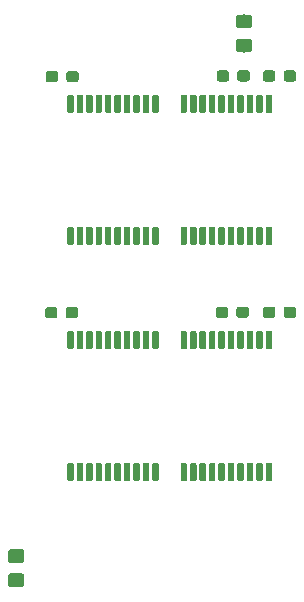
<source format=gbr>
G04 #@! TF.GenerationSoftware,KiCad,Pcbnew,(5.1.4)-1*
G04 #@! TF.CreationDate,2019-12-18T13:49:35-05:00*
G04 #@! TF.ProjectId,a500plus-chipram-expansion,61353030-706c-4757-932d-636869707261,rev?*
G04 #@! TF.SameCoordinates,Original*
G04 #@! TF.FileFunction,Paste,Top*
G04 #@! TF.FilePolarity,Positive*
%FSLAX46Y46*%
G04 Gerber Fmt 4.6, Leading zero omitted, Abs format (unit mm)*
G04 Created by KiCad (PCBNEW (5.1.4)-1) date 2019-12-18 13:49:35*
%MOMM*%
%LPD*%
G04 APERTURE LIST*
%ADD10C,0.100000*%
%ADD11C,1.150000*%
%ADD12C,0.950000*%
%ADD13C,0.550000*%
G04 APERTURE END LIST*
D10*
G36*
X103774505Y-35351204D02*
G01*
X103798773Y-35354804D01*
X103822572Y-35360765D01*
X103845671Y-35369030D01*
X103867850Y-35379520D01*
X103888893Y-35392132D01*
X103908599Y-35406747D01*
X103926777Y-35423223D01*
X103943253Y-35441401D01*
X103957868Y-35461107D01*
X103970480Y-35482150D01*
X103980970Y-35504329D01*
X103989235Y-35527428D01*
X103995196Y-35551227D01*
X103998796Y-35575495D01*
X104000000Y-35599999D01*
X104000000Y-36250001D01*
X103998796Y-36274505D01*
X103995196Y-36298773D01*
X103989235Y-36322572D01*
X103980970Y-36345671D01*
X103970480Y-36367850D01*
X103957868Y-36388893D01*
X103943253Y-36408599D01*
X103926777Y-36426777D01*
X103908599Y-36443253D01*
X103888893Y-36457868D01*
X103867850Y-36470480D01*
X103845671Y-36480970D01*
X103822572Y-36489235D01*
X103798773Y-36495196D01*
X103774505Y-36498796D01*
X103750001Y-36500000D01*
X102849999Y-36500000D01*
X102825495Y-36498796D01*
X102801227Y-36495196D01*
X102777428Y-36489235D01*
X102754329Y-36480970D01*
X102732150Y-36470480D01*
X102711107Y-36457868D01*
X102691401Y-36443253D01*
X102673223Y-36426777D01*
X102656747Y-36408599D01*
X102642132Y-36388893D01*
X102629520Y-36367850D01*
X102619030Y-36345671D01*
X102610765Y-36322572D01*
X102604804Y-36298773D01*
X102601204Y-36274505D01*
X102600000Y-36250001D01*
X102600000Y-35599999D01*
X102601204Y-35575495D01*
X102604804Y-35551227D01*
X102610765Y-35527428D01*
X102619030Y-35504329D01*
X102629520Y-35482150D01*
X102642132Y-35461107D01*
X102656747Y-35441401D01*
X102673223Y-35423223D01*
X102691401Y-35406747D01*
X102711107Y-35392132D01*
X102732150Y-35379520D01*
X102754329Y-35369030D01*
X102777428Y-35360765D01*
X102801227Y-35354804D01*
X102825495Y-35351204D01*
X102849999Y-35350000D01*
X103750001Y-35350000D01*
X103774505Y-35351204D01*
X103774505Y-35351204D01*
G37*
D11*
X103300000Y-35925000D03*
D10*
G36*
X103774505Y-37401204D02*
G01*
X103798773Y-37404804D01*
X103822572Y-37410765D01*
X103845671Y-37419030D01*
X103867850Y-37429520D01*
X103888893Y-37442132D01*
X103908599Y-37456747D01*
X103926777Y-37473223D01*
X103943253Y-37491401D01*
X103957868Y-37511107D01*
X103970480Y-37532150D01*
X103980970Y-37554329D01*
X103989235Y-37577428D01*
X103995196Y-37601227D01*
X103998796Y-37625495D01*
X104000000Y-37649999D01*
X104000000Y-38300001D01*
X103998796Y-38324505D01*
X103995196Y-38348773D01*
X103989235Y-38372572D01*
X103980970Y-38395671D01*
X103970480Y-38417850D01*
X103957868Y-38438893D01*
X103943253Y-38458599D01*
X103926777Y-38476777D01*
X103908599Y-38493253D01*
X103888893Y-38507868D01*
X103867850Y-38520480D01*
X103845671Y-38530970D01*
X103822572Y-38539235D01*
X103798773Y-38545196D01*
X103774505Y-38548796D01*
X103750001Y-38550000D01*
X102849999Y-38550000D01*
X102825495Y-38548796D01*
X102801227Y-38545196D01*
X102777428Y-38539235D01*
X102754329Y-38530970D01*
X102732150Y-38520480D01*
X102711107Y-38507868D01*
X102691401Y-38493253D01*
X102673223Y-38476777D01*
X102656747Y-38458599D01*
X102642132Y-38438893D01*
X102629520Y-38417850D01*
X102619030Y-38395671D01*
X102610765Y-38372572D01*
X102604804Y-38348773D01*
X102601204Y-38324505D01*
X102600000Y-38300001D01*
X102600000Y-37649999D01*
X102601204Y-37625495D01*
X102604804Y-37601227D01*
X102610765Y-37577428D01*
X102619030Y-37554329D01*
X102629520Y-37532150D01*
X102642132Y-37511107D01*
X102656747Y-37491401D01*
X102673223Y-37473223D01*
X102691401Y-37456747D01*
X102711107Y-37442132D01*
X102732150Y-37429520D01*
X102754329Y-37419030D01*
X102777428Y-37410765D01*
X102801227Y-37404804D01*
X102825495Y-37401204D01*
X102849999Y-37400000D01*
X103750001Y-37400000D01*
X103774505Y-37401204D01*
X103774505Y-37401204D01*
G37*
D11*
X103300000Y-37975000D03*
D10*
G36*
X84474505Y-82676204D02*
G01*
X84498773Y-82679804D01*
X84522572Y-82685765D01*
X84545671Y-82694030D01*
X84567850Y-82704520D01*
X84588893Y-82717132D01*
X84608599Y-82731747D01*
X84626777Y-82748223D01*
X84643253Y-82766401D01*
X84657868Y-82786107D01*
X84670480Y-82807150D01*
X84680970Y-82829329D01*
X84689235Y-82852428D01*
X84695196Y-82876227D01*
X84698796Y-82900495D01*
X84700000Y-82924999D01*
X84700000Y-83575001D01*
X84698796Y-83599505D01*
X84695196Y-83623773D01*
X84689235Y-83647572D01*
X84680970Y-83670671D01*
X84670480Y-83692850D01*
X84657868Y-83713893D01*
X84643253Y-83733599D01*
X84626777Y-83751777D01*
X84608599Y-83768253D01*
X84588893Y-83782868D01*
X84567850Y-83795480D01*
X84545671Y-83805970D01*
X84522572Y-83814235D01*
X84498773Y-83820196D01*
X84474505Y-83823796D01*
X84450001Y-83825000D01*
X83549999Y-83825000D01*
X83525495Y-83823796D01*
X83501227Y-83820196D01*
X83477428Y-83814235D01*
X83454329Y-83805970D01*
X83432150Y-83795480D01*
X83411107Y-83782868D01*
X83391401Y-83768253D01*
X83373223Y-83751777D01*
X83356747Y-83733599D01*
X83342132Y-83713893D01*
X83329520Y-83692850D01*
X83319030Y-83670671D01*
X83310765Y-83647572D01*
X83304804Y-83623773D01*
X83301204Y-83599505D01*
X83300000Y-83575001D01*
X83300000Y-82924999D01*
X83301204Y-82900495D01*
X83304804Y-82876227D01*
X83310765Y-82852428D01*
X83319030Y-82829329D01*
X83329520Y-82807150D01*
X83342132Y-82786107D01*
X83356747Y-82766401D01*
X83373223Y-82748223D01*
X83391401Y-82731747D01*
X83411107Y-82717132D01*
X83432150Y-82704520D01*
X83454329Y-82694030D01*
X83477428Y-82685765D01*
X83501227Y-82679804D01*
X83525495Y-82676204D01*
X83549999Y-82675000D01*
X84450001Y-82675000D01*
X84474505Y-82676204D01*
X84474505Y-82676204D01*
G37*
D11*
X84000000Y-83250000D03*
D10*
G36*
X84474505Y-80626204D02*
G01*
X84498773Y-80629804D01*
X84522572Y-80635765D01*
X84545671Y-80644030D01*
X84567850Y-80654520D01*
X84588893Y-80667132D01*
X84608599Y-80681747D01*
X84626777Y-80698223D01*
X84643253Y-80716401D01*
X84657868Y-80736107D01*
X84670480Y-80757150D01*
X84680970Y-80779329D01*
X84689235Y-80802428D01*
X84695196Y-80826227D01*
X84698796Y-80850495D01*
X84700000Y-80874999D01*
X84700000Y-81525001D01*
X84698796Y-81549505D01*
X84695196Y-81573773D01*
X84689235Y-81597572D01*
X84680970Y-81620671D01*
X84670480Y-81642850D01*
X84657868Y-81663893D01*
X84643253Y-81683599D01*
X84626777Y-81701777D01*
X84608599Y-81718253D01*
X84588893Y-81732868D01*
X84567850Y-81745480D01*
X84545671Y-81755970D01*
X84522572Y-81764235D01*
X84498773Y-81770196D01*
X84474505Y-81773796D01*
X84450001Y-81775000D01*
X83549999Y-81775000D01*
X83525495Y-81773796D01*
X83501227Y-81770196D01*
X83477428Y-81764235D01*
X83454329Y-81755970D01*
X83432150Y-81745480D01*
X83411107Y-81732868D01*
X83391401Y-81718253D01*
X83373223Y-81701777D01*
X83356747Y-81683599D01*
X83342132Y-81663893D01*
X83329520Y-81642850D01*
X83319030Y-81620671D01*
X83310765Y-81597572D01*
X83304804Y-81573773D01*
X83301204Y-81549505D01*
X83300000Y-81525001D01*
X83300000Y-80874999D01*
X83301204Y-80850495D01*
X83304804Y-80826227D01*
X83310765Y-80802428D01*
X83319030Y-80779329D01*
X83329520Y-80757150D01*
X83342132Y-80736107D01*
X83356747Y-80716401D01*
X83373223Y-80698223D01*
X83391401Y-80681747D01*
X83411107Y-80667132D01*
X83432150Y-80654520D01*
X83454329Y-80644030D01*
X83477428Y-80635765D01*
X83501227Y-80629804D01*
X83525495Y-80626204D01*
X83549999Y-80625000D01*
X84450001Y-80625000D01*
X84474505Y-80626204D01*
X84474505Y-80626204D01*
G37*
D11*
X84000000Y-81200000D03*
D10*
G36*
X87285779Y-60126144D02*
G01*
X87308834Y-60129563D01*
X87331443Y-60135227D01*
X87353387Y-60143079D01*
X87374457Y-60153044D01*
X87394448Y-60165026D01*
X87413168Y-60178910D01*
X87430438Y-60194562D01*
X87446090Y-60211832D01*
X87459974Y-60230552D01*
X87471956Y-60250543D01*
X87481921Y-60271613D01*
X87489773Y-60293557D01*
X87495437Y-60316166D01*
X87498856Y-60339221D01*
X87500000Y-60362500D01*
X87500000Y-60837500D01*
X87498856Y-60860779D01*
X87495437Y-60883834D01*
X87489773Y-60906443D01*
X87481921Y-60928387D01*
X87471956Y-60949457D01*
X87459974Y-60969448D01*
X87446090Y-60988168D01*
X87430438Y-61005438D01*
X87413168Y-61021090D01*
X87394448Y-61034974D01*
X87374457Y-61046956D01*
X87353387Y-61056921D01*
X87331443Y-61064773D01*
X87308834Y-61070437D01*
X87285779Y-61073856D01*
X87262500Y-61075000D01*
X86687500Y-61075000D01*
X86664221Y-61073856D01*
X86641166Y-61070437D01*
X86618557Y-61064773D01*
X86596613Y-61056921D01*
X86575543Y-61046956D01*
X86555552Y-61034974D01*
X86536832Y-61021090D01*
X86519562Y-61005438D01*
X86503910Y-60988168D01*
X86490026Y-60969448D01*
X86478044Y-60949457D01*
X86468079Y-60928387D01*
X86460227Y-60906443D01*
X86454563Y-60883834D01*
X86451144Y-60860779D01*
X86450000Y-60837500D01*
X86450000Y-60362500D01*
X86451144Y-60339221D01*
X86454563Y-60316166D01*
X86460227Y-60293557D01*
X86468079Y-60271613D01*
X86478044Y-60250543D01*
X86490026Y-60230552D01*
X86503910Y-60211832D01*
X86519562Y-60194562D01*
X86536832Y-60178910D01*
X86555552Y-60165026D01*
X86575543Y-60153044D01*
X86596613Y-60143079D01*
X86618557Y-60135227D01*
X86641166Y-60129563D01*
X86664221Y-60126144D01*
X86687500Y-60125000D01*
X87262500Y-60125000D01*
X87285779Y-60126144D01*
X87285779Y-60126144D01*
G37*
D12*
X86975000Y-60600000D03*
D10*
G36*
X89035779Y-60126144D02*
G01*
X89058834Y-60129563D01*
X89081443Y-60135227D01*
X89103387Y-60143079D01*
X89124457Y-60153044D01*
X89144448Y-60165026D01*
X89163168Y-60178910D01*
X89180438Y-60194562D01*
X89196090Y-60211832D01*
X89209974Y-60230552D01*
X89221956Y-60250543D01*
X89231921Y-60271613D01*
X89239773Y-60293557D01*
X89245437Y-60316166D01*
X89248856Y-60339221D01*
X89250000Y-60362500D01*
X89250000Y-60837500D01*
X89248856Y-60860779D01*
X89245437Y-60883834D01*
X89239773Y-60906443D01*
X89231921Y-60928387D01*
X89221956Y-60949457D01*
X89209974Y-60969448D01*
X89196090Y-60988168D01*
X89180438Y-61005438D01*
X89163168Y-61021090D01*
X89144448Y-61034974D01*
X89124457Y-61046956D01*
X89103387Y-61056921D01*
X89081443Y-61064773D01*
X89058834Y-61070437D01*
X89035779Y-61073856D01*
X89012500Y-61075000D01*
X88437500Y-61075000D01*
X88414221Y-61073856D01*
X88391166Y-61070437D01*
X88368557Y-61064773D01*
X88346613Y-61056921D01*
X88325543Y-61046956D01*
X88305552Y-61034974D01*
X88286832Y-61021090D01*
X88269562Y-61005438D01*
X88253910Y-60988168D01*
X88240026Y-60969448D01*
X88228044Y-60949457D01*
X88218079Y-60928387D01*
X88210227Y-60906443D01*
X88204563Y-60883834D01*
X88201144Y-60860779D01*
X88200000Y-60837500D01*
X88200000Y-60362500D01*
X88201144Y-60339221D01*
X88204563Y-60316166D01*
X88210227Y-60293557D01*
X88218079Y-60271613D01*
X88228044Y-60250543D01*
X88240026Y-60230552D01*
X88253910Y-60211832D01*
X88269562Y-60194562D01*
X88286832Y-60178910D01*
X88305552Y-60165026D01*
X88325543Y-60153044D01*
X88346613Y-60143079D01*
X88368557Y-60135227D01*
X88391166Y-60129563D01*
X88414221Y-60126144D01*
X88437500Y-60125000D01*
X89012500Y-60125000D01*
X89035779Y-60126144D01*
X89035779Y-60126144D01*
G37*
D12*
X88725000Y-60600000D03*
D10*
G36*
X107485779Y-40076144D02*
G01*
X107508834Y-40079563D01*
X107531443Y-40085227D01*
X107553387Y-40093079D01*
X107574457Y-40103044D01*
X107594448Y-40115026D01*
X107613168Y-40128910D01*
X107630438Y-40144562D01*
X107646090Y-40161832D01*
X107659974Y-40180552D01*
X107671956Y-40200543D01*
X107681921Y-40221613D01*
X107689773Y-40243557D01*
X107695437Y-40266166D01*
X107698856Y-40289221D01*
X107700000Y-40312500D01*
X107700000Y-40787500D01*
X107698856Y-40810779D01*
X107695437Y-40833834D01*
X107689773Y-40856443D01*
X107681921Y-40878387D01*
X107671956Y-40899457D01*
X107659974Y-40919448D01*
X107646090Y-40938168D01*
X107630438Y-40955438D01*
X107613168Y-40971090D01*
X107594448Y-40984974D01*
X107574457Y-40996956D01*
X107553387Y-41006921D01*
X107531443Y-41014773D01*
X107508834Y-41020437D01*
X107485779Y-41023856D01*
X107462500Y-41025000D01*
X106887500Y-41025000D01*
X106864221Y-41023856D01*
X106841166Y-41020437D01*
X106818557Y-41014773D01*
X106796613Y-41006921D01*
X106775543Y-40996956D01*
X106755552Y-40984974D01*
X106736832Y-40971090D01*
X106719562Y-40955438D01*
X106703910Y-40938168D01*
X106690026Y-40919448D01*
X106678044Y-40899457D01*
X106668079Y-40878387D01*
X106660227Y-40856443D01*
X106654563Y-40833834D01*
X106651144Y-40810779D01*
X106650000Y-40787500D01*
X106650000Y-40312500D01*
X106651144Y-40289221D01*
X106654563Y-40266166D01*
X106660227Y-40243557D01*
X106668079Y-40221613D01*
X106678044Y-40200543D01*
X106690026Y-40180552D01*
X106703910Y-40161832D01*
X106719562Y-40144562D01*
X106736832Y-40128910D01*
X106755552Y-40115026D01*
X106775543Y-40103044D01*
X106796613Y-40093079D01*
X106818557Y-40085227D01*
X106841166Y-40079563D01*
X106864221Y-40076144D01*
X106887500Y-40075000D01*
X107462500Y-40075000D01*
X107485779Y-40076144D01*
X107485779Y-40076144D01*
G37*
D12*
X107175000Y-40550000D03*
D10*
G36*
X105735779Y-40076144D02*
G01*
X105758834Y-40079563D01*
X105781443Y-40085227D01*
X105803387Y-40093079D01*
X105824457Y-40103044D01*
X105844448Y-40115026D01*
X105863168Y-40128910D01*
X105880438Y-40144562D01*
X105896090Y-40161832D01*
X105909974Y-40180552D01*
X105921956Y-40200543D01*
X105931921Y-40221613D01*
X105939773Y-40243557D01*
X105945437Y-40266166D01*
X105948856Y-40289221D01*
X105950000Y-40312500D01*
X105950000Y-40787500D01*
X105948856Y-40810779D01*
X105945437Y-40833834D01*
X105939773Y-40856443D01*
X105931921Y-40878387D01*
X105921956Y-40899457D01*
X105909974Y-40919448D01*
X105896090Y-40938168D01*
X105880438Y-40955438D01*
X105863168Y-40971090D01*
X105844448Y-40984974D01*
X105824457Y-40996956D01*
X105803387Y-41006921D01*
X105781443Y-41014773D01*
X105758834Y-41020437D01*
X105735779Y-41023856D01*
X105712500Y-41025000D01*
X105137500Y-41025000D01*
X105114221Y-41023856D01*
X105091166Y-41020437D01*
X105068557Y-41014773D01*
X105046613Y-41006921D01*
X105025543Y-40996956D01*
X105005552Y-40984974D01*
X104986832Y-40971090D01*
X104969562Y-40955438D01*
X104953910Y-40938168D01*
X104940026Y-40919448D01*
X104928044Y-40899457D01*
X104918079Y-40878387D01*
X104910227Y-40856443D01*
X104904563Y-40833834D01*
X104901144Y-40810779D01*
X104900000Y-40787500D01*
X104900000Y-40312500D01*
X104901144Y-40289221D01*
X104904563Y-40266166D01*
X104910227Y-40243557D01*
X104918079Y-40221613D01*
X104928044Y-40200543D01*
X104940026Y-40180552D01*
X104953910Y-40161832D01*
X104969562Y-40144562D01*
X104986832Y-40128910D01*
X105005552Y-40115026D01*
X105025543Y-40103044D01*
X105046613Y-40093079D01*
X105068557Y-40085227D01*
X105091166Y-40079563D01*
X105114221Y-40076144D01*
X105137500Y-40075000D01*
X105712500Y-40075000D01*
X105735779Y-40076144D01*
X105735779Y-40076144D01*
G37*
D12*
X105425000Y-40550000D03*
D10*
G36*
X101810779Y-40076144D02*
G01*
X101833834Y-40079563D01*
X101856443Y-40085227D01*
X101878387Y-40093079D01*
X101899457Y-40103044D01*
X101919448Y-40115026D01*
X101938168Y-40128910D01*
X101955438Y-40144562D01*
X101971090Y-40161832D01*
X101984974Y-40180552D01*
X101996956Y-40200543D01*
X102006921Y-40221613D01*
X102014773Y-40243557D01*
X102020437Y-40266166D01*
X102023856Y-40289221D01*
X102025000Y-40312500D01*
X102025000Y-40787500D01*
X102023856Y-40810779D01*
X102020437Y-40833834D01*
X102014773Y-40856443D01*
X102006921Y-40878387D01*
X101996956Y-40899457D01*
X101984974Y-40919448D01*
X101971090Y-40938168D01*
X101955438Y-40955438D01*
X101938168Y-40971090D01*
X101919448Y-40984974D01*
X101899457Y-40996956D01*
X101878387Y-41006921D01*
X101856443Y-41014773D01*
X101833834Y-41020437D01*
X101810779Y-41023856D01*
X101787500Y-41025000D01*
X101212500Y-41025000D01*
X101189221Y-41023856D01*
X101166166Y-41020437D01*
X101143557Y-41014773D01*
X101121613Y-41006921D01*
X101100543Y-40996956D01*
X101080552Y-40984974D01*
X101061832Y-40971090D01*
X101044562Y-40955438D01*
X101028910Y-40938168D01*
X101015026Y-40919448D01*
X101003044Y-40899457D01*
X100993079Y-40878387D01*
X100985227Y-40856443D01*
X100979563Y-40833834D01*
X100976144Y-40810779D01*
X100975000Y-40787500D01*
X100975000Y-40312500D01*
X100976144Y-40289221D01*
X100979563Y-40266166D01*
X100985227Y-40243557D01*
X100993079Y-40221613D01*
X101003044Y-40200543D01*
X101015026Y-40180552D01*
X101028910Y-40161832D01*
X101044562Y-40144562D01*
X101061832Y-40128910D01*
X101080552Y-40115026D01*
X101100543Y-40103044D01*
X101121613Y-40093079D01*
X101143557Y-40085227D01*
X101166166Y-40079563D01*
X101189221Y-40076144D01*
X101212500Y-40075000D01*
X101787500Y-40075000D01*
X101810779Y-40076144D01*
X101810779Y-40076144D01*
G37*
D12*
X101500000Y-40550000D03*
D10*
G36*
X103560779Y-40076144D02*
G01*
X103583834Y-40079563D01*
X103606443Y-40085227D01*
X103628387Y-40093079D01*
X103649457Y-40103044D01*
X103669448Y-40115026D01*
X103688168Y-40128910D01*
X103705438Y-40144562D01*
X103721090Y-40161832D01*
X103734974Y-40180552D01*
X103746956Y-40200543D01*
X103756921Y-40221613D01*
X103764773Y-40243557D01*
X103770437Y-40266166D01*
X103773856Y-40289221D01*
X103775000Y-40312500D01*
X103775000Y-40787500D01*
X103773856Y-40810779D01*
X103770437Y-40833834D01*
X103764773Y-40856443D01*
X103756921Y-40878387D01*
X103746956Y-40899457D01*
X103734974Y-40919448D01*
X103721090Y-40938168D01*
X103705438Y-40955438D01*
X103688168Y-40971090D01*
X103669448Y-40984974D01*
X103649457Y-40996956D01*
X103628387Y-41006921D01*
X103606443Y-41014773D01*
X103583834Y-41020437D01*
X103560779Y-41023856D01*
X103537500Y-41025000D01*
X102962500Y-41025000D01*
X102939221Y-41023856D01*
X102916166Y-41020437D01*
X102893557Y-41014773D01*
X102871613Y-41006921D01*
X102850543Y-40996956D01*
X102830552Y-40984974D01*
X102811832Y-40971090D01*
X102794562Y-40955438D01*
X102778910Y-40938168D01*
X102765026Y-40919448D01*
X102753044Y-40899457D01*
X102743079Y-40878387D01*
X102735227Y-40856443D01*
X102729563Y-40833834D01*
X102726144Y-40810779D01*
X102725000Y-40787500D01*
X102725000Y-40312500D01*
X102726144Y-40289221D01*
X102729563Y-40266166D01*
X102735227Y-40243557D01*
X102743079Y-40221613D01*
X102753044Y-40200543D01*
X102765026Y-40180552D01*
X102778910Y-40161832D01*
X102794562Y-40144562D01*
X102811832Y-40128910D01*
X102830552Y-40115026D01*
X102850543Y-40103044D01*
X102871613Y-40093079D01*
X102893557Y-40085227D01*
X102916166Y-40079563D01*
X102939221Y-40076144D01*
X102962500Y-40075000D01*
X103537500Y-40075000D01*
X103560779Y-40076144D01*
X103560779Y-40076144D01*
G37*
D12*
X103250000Y-40550000D03*
D10*
G36*
X87335779Y-40126144D02*
G01*
X87358834Y-40129563D01*
X87381443Y-40135227D01*
X87403387Y-40143079D01*
X87424457Y-40153044D01*
X87444448Y-40165026D01*
X87463168Y-40178910D01*
X87480438Y-40194562D01*
X87496090Y-40211832D01*
X87509974Y-40230552D01*
X87521956Y-40250543D01*
X87531921Y-40271613D01*
X87539773Y-40293557D01*
X87545437Y-40316166D01*
X87548856Y-40339221D01*
X87550000Y-40362500D01*
X87550000Y-40837500D01*
X87548856Y-40860779D01*
X87545437Y-40883834D01*
X87539773Y-40906443D01*
X87531921Y-40928387D01*
X87521956Y-40949457D01*
X87509974Y-40969448D01*
X87496090Y-40988168D01*
X87480438Y-41005438D01*
X87463168Y-41021090D01*
X87444448Y-41034974D01*
X87424457Y-41046956D01*
X87403387Y-41056921D01*
X87381443Y-41064773D01*
X87358834Y-41070437D01*
X87335779Y-41073856D01*
X87312500Y-41075000D01*
X86737500Y-41075000D01*
X86714221Y-41073856D01*
X86691166Y-41070437D01*
X86668557Y-41064773D01*
X86646613Y-41056921D01*
X86625543Y-41046956D01*
X86605552Y-41034974D01*
X86586832Y-41021090D01*
X86569562Y-41005438D01*
X86553910Y-40988168D01*
X86540026Y-40969448D01*
X86528044Y-40949457D01*
X86518079Y-40928387D01*
X86510227Y-40906443D01*
X86504563Y-40883834D01*
X86501144Y-40860779D01*
X86500000Y-40837500D01*
X86500000Y-40362500D01*
X86501144Y-40339221D01*
X86504563Y-40316166D01*
X86510227Y-40293557D01*
X86518079Y-40271613D01*
X86528044Y-40250543D01*
X86540026Y-40230552D01*
X86553910Y-40211832D01*
X86569562Y-40194562D01*
X86586832Y-40178910D01*
X86605552Y-40165026D01*
X86625543Y-40153044D01*
X86646613Y-40143079D01*
X86668557Y-40135227D01*
X86691166Y-40129563D01*
X86714221Y-40126144D01*
X86737500Y-40125000D01*
X87312500Y-40125000D01*
X87335779Y-40126144D01*
X87335779Y-40126144D01*
G37*
D12*
X87025000Y-40600000D03*
D10*
G36*
X89085779Y-40126144D02*
G01*
X89108834Y-40129563D01*
X89131443Y-40135227D01*
X89153387Y-40143079D01*
X89174457Y-40153044D01*
X89194448Y-40165026D01*
X89213168Y-40178910D01*
X89230438Y-40194562D01*
X89246090Y-40211832D01*
X89259974Y-40230552D01*
X89271956Y-40250543D01*
X89281921Y-40271613D01*
X89289773Y-40293557D01*
X89295437Y-40316166D01*
X89298856Y-40339221D01*
X89300000Y-40362500D01*
X89300000Y-40837500D01*
X89298856Y-40860779D01*
X89295437Y-40883834D01*
X89289773Y-40906443D01*
X89281921Y-40928387D01*
X89271956Y-40949457D01*
X89259974Y-40969448D01*
X89246090Y-40988168D01*
X89230438Y-41005438D01*
X89213168Y-41021090D01*
X89194448Y-41034974D01*
X89174457Y-41046956D01*
X89153387Y-41056921D01*
X89131443Y-41064773D01*
X89108834Y-41070437D01*
X89085779Y-41073856D01*
X89062500Y-41075000D01*
X88487500Y-41075000D01*
X88464221Y-41073856D01*
X88441166Y-41070437D01*
X88418557Y-41064773D01*
X88396613Y-41056921D01*
X88375543Y-41046956D01*
X88355552Y-41034974D01*
X88336832Y-41021090D01*
X88319562Y-41005438D01*
X88303910Y-40988168D01*
X88290026Y-40969448D01*
X88278044Y-40949457D01*
X88268079Y-40928387D01*
X88260227Y-40906443D01*
X88254563Y-40883834D01*
X88251144Y-40860779D01*
X88250000Y-40837500D01*
X88250000Y-40362500D01*
X88251144Y-40339221D01*
X88254563Y-40316166D01*
X88260227Y-40293557D01*
X88268079Y-40271613D01*
X88278044Y-40250543D01*
X88290026Y-40230552D01*
X88303910Y-40211832D01*
X88319562Y-40194562D01*
X88336832Y-40178910D01*
X88355552Y-40165026D01*
X88375543Y-40153044D01*
X88396613Y-40143079D01*
X88418557Y-40135227D01*
X88441166Y-40129563D01*
X88464221Y-40126144D01*
X88487500Y-40125000D01*
X89062500Y-40125000D01*
X89085779Y-40126144D01*
X89085779Y-40126144D01*
G37*
D12*
X88775000Y-40600000D03*
D10*
G36*
X107485779Y-60076144D02*
G01*
X107508834Y-60079563D01*
X107531443Y-60085227D01*
X107553387Y-60093079D01*
X107574457Y-60103044D01*
X107594448Y-60115026D01*
X107613168Y-60128910D01*
X107630438Y-60144562D01*
X107646090Y-60161832D01*
X107659974Y-60180552D01*
X107671956Y-60200543D01*
X107681921Y-60221613D01*
X107689773Y-60243557D01*
X107695437Y-60266166D01*
X107698856Y-60289221D01*
X107700000Y-60312500D01*
X107700000Y-60787500D01*
X107698856Y-60810779D01*
X107695437Y-60833834D01*
X107689773Y-60856443D01*
X107681921Y-60878387D01*
X107671956Y-60899457D01*
X107659974Y-60919448D01*
X107646090Y-60938168D01*
X107630438Y-60955438D01*
X107613168Y-60971090D01*
X107594448Y-60984974D01*
X107574457Y-60996956D01*
X107553387Y-61006921D01*
X107531443Y-61014773D01*
X107508834Y-61020437D01*
X107485779Y-61023856D01*
X107462500Y-61025000D01*
X106887500Y-61025000D01*
X106864221Y-61023856D01*
X106841166Y-61020437D01*
X106818557Y-61014773D01*
X106796613Y-61006921D01*
X106775543Y-60996956D01*
X106755552Y-60984974D01*
X106736832Y-60971090D01*
X106719562Y-60955438D01*
X106703910Y-60938168D01*
X106690026Y-60919448D01*
X106678044Y-60899457D01*
X106668079Y-60878387D01*
X106660227Y-60856443D01*
X106654563Y-60833834D01*
X106651144Y-60810779D01*
X106650000Y-60787500D01*
X106650000Y-60312500D01*
X106651144Y-60289221D01*
X106654563Y-60266166D01*
X106660227Y-60243557D01*
X106668079Y-60221613D01*
X106678044Y-60200543D01*
X106690026Y-60180552D01*
X106703910Y-60161832D01*
X106719562Y-60144562D01*
X106736832Y-60128910D01*
X106755552Y-60115026D01*
X106775543Y-60103044D01*
X106796613Y-60093079D01*
X106818557Y-60085227D01*
X106841166Y-60079563D01*
X106864221Y-60076144D01*
X106887500Y-60075000D01*
X107462500Y-60075000D01*
X107485779Y-60076144D01*
X107485779Y-60076144D01*
G37*
D12*
X107175000Y-60550000D03*
D10*
G36*
X105735779Y-60076144D02*
G01*
X105758834Y-60079563D01*
X105781443Y-60085227D01*
X105803387Y-60093079D01*
X105824457Y-60103044D01*
X105844448Y-60115026D01*
X105863168Y-60128910D01*
X105880438Y-60144562D01*
X105896090Y-60161832D01*
X105909974Y-60180552D01*
X105921956Y-60200543D01*
X105931921Y-60221613D01*
X105939773Y-60243557D01*
X105945437Y-60266166D01*
X105948856Y-60289221D01*
X105950000Y-60312500D01*
X105950000Y-60787500D01*
X105948856Y-60810779D01*
X105945437Y-60833834D01*
X105939773Y-60856443D01*
X105931921Y-60878387D01*
X105921956Y-60899457D01*
X105909974Y-60919448D01*
X105896090Y-60938168D01*
X105880438Y-60955438D01*
X105863168Y-60971090D01*
X105844448Y-60984974D01*
X105824457Y-60996956D01*
X105803387Y-61006921D01*
X105781443Y-61014773D01*
X105758834Y-61020437D01*
X105735779Y-61023856D01*
X105712500Y-61025000D01*
X105137500Y-61025000D01*
X105114221Y-61023856D01*
X105091166Y-61020437D01*
X105068557Y-61014773D01*
X105046613Y-61006921D01*
X105025543Y-60996956D01*
X105005552Y-60984974D01*
X104986832Y-60971090D01*
X104969562Y-60955438D01*
X104953910Y-60938168D01*
X104940026Y-60919448D01*
X104928044Y-60899457D01*
X104918079Y-60878387D01*
X104910227Y-60856443D01*
X104904563Y-60833834D01*
X104901144Y-60810779D01*
X104900000Y-60787500D01*
X104900000Y-60312500D01*
X104901144Y-60289221D01*
X104904563Y-60266166D01*
X104910227Y-60243557D01*
X104918079Y-60221613D01*
X104928044Y-60200543D01*
X104940026Y-60180552D01*
X104953910Y-60161832D01*
X104969562Y-60144562D01*
X104986832Y-60128910D01*
X105005552Y-60115026D01*
X105025543Y-60103044D01*
X105046613Y-60093079D01*
X105068557Y-60085227D01*
X105091166Y-60079563D01*
X105114221Y-60076144D01*
X105137500Y-60075000D01*
X105712500Y-60075000D01*
X105735779Y-60076144D01*
X105735779Y-60076144D01*
G37*
D12*
X105425000Y-60550000D03*
D10*
G36*
X103485779Y-60076144D02*
G01*
X103508834Y-60079563D01*
X103531443Y-60085227D01*
X103553387Y-60093079D01*
X103574457Y-60103044D01*
X103594448Y-60115026D01*
X103613168Y-60128910D01*
X103630438Y-60144562D01*
X103646090Y-60161832D01*
X103659974Y-60180552D01*
X103671956Y-60200543D01*
X103681921Y-60221613D01*
X103689773Y-60243557D01*
X103695437Y-60266166D01*
X103698856Y-60289221D01*
X103700000Y-60312500D01*
X103700000Y-60787500D01*
X103698856Y-60810779D01*
X103695437Y-60833834D01*
X103689773Y-60856443D01*
X103681921Y-60878387D01*
X103671956Y-60899457D01*
X103659974Y-60919448D01*
X103646090Y-60938168D01*
X103630438Y-60955438D01*
X103613168Y-60971090D01*
X103594448Y-60984974D01*
X103574457Y-60996956D01*
X103553387Y-61006921D01*
X103531443Y-61014773D01*
X103508834Y-61020437D01*
X103485779Y-61023856D01*
X103462500Y-61025000D01*
X102887500Y-61025000D01*
X102864221Y-61023856D01*
X102841166Y-61020437D01*
X102818557Y-61014773D01*
X102796613Y-61006921D01*
X102775543Y-60996956D01*
X102755552Y-60984974D01*
X102736832Y-60971090D01*
X102719562Y-60955438D01*
X102703910Y-60938168D01*
X102690026Y-60919448D01*
X102678044Y-60899457D01*
X102668079Y-60878387D01*
X102660227Y-60856443D01*
X102654563Y-60833834D01*
X102651144Y-60810779D01*
X102650000Y-60787500D01*
X102650000Y-60312500D01*
X102651144Y-60289221D01*
X102654563Y-60266166D01*
X102660227Y-60243557D01*
X102668079Y-60221613D01*
X102678044Y-60200543D01*
X102690026Y-60180552D01*
X102703910Y-60161832D01*
X102719562Y-60144562D01*
X102736832Y-60128910D01*
X102755552Y-60115026D01*
X102775543Y-60103044D01*
X102796613Y-60093079D01*
X102818557Y-60085227D01*
X102841166Y-60079563D01*
X102864221Y-60076144D01*
X102887500Y-60075000D01*
X103462500Y-60075000D01*
X103485779Y-60076144D01*
X103485779Y-60076144D01*
G37*
D12*
X103175000Y-60550000D03*
D10*
G36*
X101735779Y-60076144D02*
G01*
X101758834Y-60079563D01*
X101781443Y-60085227D01*
X101803387Y-60093079D01*
X101824457Y-60103044D01*
X101844448Y-60115026D01*
X101863168Y-60128910D01*
X101880438Y-60144562D01*
X101896090Y-60161832D01*
X101909974Y-60180552D01*
X101921956Y-60200543D01*
X101931921Y-60221613D01*
X101939773Y-60243557D01*
X101945437Y-60266166D01*
X101948856Y-60289221D01*
X101950000Y-60312500D01*
X101950000Y-60787500D01*
X101948856Y-60810779D01*
X101945437Y-60833834D01*
X101939773Y-60856443D01*
X101931921Y-60878387D01*
X101921956Y-60899457D01*
X101909974Y-60919448D01*
X101896090Y-60938168D01*
X101880438Y-60955438D01*
X101863168Y-60971090D01*
X101844448Y-60984974D01*
X101824457Y-60996956D01*
X101803387Y-61006921D01*
X101781443Y-61014773D01*
X101758834Y-61020437D01*
X101735779Y-61023856D01*
X101712500Y-61025000D01*
X101137500Y-61025000D01*
X101114221Y-61023856D01*
X101091166Y-61020437D01*
X101068557Y-61014773D01*
X101046613Y-61006921D01*
X101025543Y-60996956D01*
X101005552Y-60984974D01*
X100986832Y-60971090D01*
X100969562Y-60955438D01*
X100953910Y-60938168D01*
X100940026Y-60919448D01*
X100928044Y-60899457D01*
X100918079Y-60878387D01*
X100910227Y-60856443D01*
X100904563Y-60833834D01*
X100901144Y-60810779D01*
X100900000Y-60787500D01*
X100900000Y-60312500D01*
X100901144Y-60289221D01*
X100904563Y-60266166D01*
X100910227Y-60243557D01*
X100918079Y-60221613D01*
X100928044Y-60200543D01*
X100940026Y-60180552D01*
X100953910Y-60161832D01*
X100969562Y-60144562D01*
X100986832Y-60128910D01*
X101005552Y-60115026D01*
X101025543Y-60103044D01*
X101046613Y-60093079D01*
X101068557Y-60085227D01*
X101091166Y-60079563D01*
X101114221Y-60076144D01*
X101137500Y-60075000D01*
X101712500Y-60075000D01*
X101735779Y-60076144D01*
X101735779Y-60076144D01*
G37*
D12*
X101425000Y-60550000D03*
D10*
G36*
X105550977Y-53325662D02*
G01*
X105564325Y-53327642D01*
X105577414Y-53330921D01*
X105590119Y-53335467D01*
X105602317Y-53341236D01*
X105613891Y-53348173D01*
X105624729Y-53356211D01*
X105634727Y-53365273D01*
X105643789Y-53375271D01*
X105651827Y-53386109D01*
X105658764Y-53397683D01*
X105664533Y-53409881D01*
X105669079Y-53422586D01*
X105672358Y-53435675D01*
X105674338Y-53449023D01*
X105675000Y-53462500D01*
X105675000Y-54712500D01*
X105674338Y-54725977D01*
X105672358Y-54739325D01*
X105669079Y-54752414D01*
X105664533Y-54765119D01*
X105658764Y-54777317D01*
X105651827Y-54788891D01*
X105643789Y-54799729D01*
X105634727Y-54809727D01*
X105624729Y-54818789D01*
X105613891Y-54826827D01*
X105602317Y-54833764D01*
X105590119Y-54839533D01*
X105577414Y-54844079D01*
X105564325Y-54847358D01*
X105550977Y-54849338D01*
X105537500Y-54850000D01*
X105262500Y-54850000D01*
X105249023Y-54849338D01*
X105235675Y-54847358D01*
X105222586Y-54844079D01*
X105209881Y-54839533D01*
X105197683Y-54833764D01*
X105186109Y-54826827D01*
X105175271Y-54818789D01*
X105165273Y-54809727D01*
X105156211Y-54799729D01*
X105148173Y-54788891D01*
X105141236Y-54777317D01*
X105135467Y-54765119D01*
X105130921Y-54752414D01*
X105127642Y-54739325D01*
X105125662Y-54725977D01*
X105125000Y-54712500D01*
X105125000Y-53462500D01*
X105125662Y-53449023D01*
X105127642Y-53435675D01*
X105130921Y-53422586D01*
X105135467Y-53409881D01*
X105141236Y-53397683D01*
X105148173Y-53386109D01*
X105156211Y-53375271D01*
X105165273Y-53365273D01*
X105175271Y-53356211D01*
X105186109Y-53348173D01*
X105197683Y-53341236D01*
X105209881Y-53335467D01*
X105222586Y-53330921D01*
X105235675Y-53327642D01*
X105249023Y-53325662D01*
X105262500Y-53325000D01*
X105537500Y-53325000D01*
X105550977Y-53325662D01*
X105550977Y-53325662D01*
G37*
D13*
X105400000Y-54087500D03*
D10*
G36*
X104750977Y-53325662D02*
G01*
X104764325Y-53327642D01*
X104777414Y-53330921D01*
X104790119Y-53335467D01*
X104802317Y-53341236D01*
X104813891Y-53348173D01*
X104824729Y-53356211D01*
X104834727Y-53365273D01*
X104843789Y-53375271D01*
X104851827Y-53386109D01*
X104858764Y-53397683D01*
X104864533Y-53409881D01*
X104869079Y-53422586D01*
X104872358Y-53435675D01*
X104874338Y-53449023D01*
X104875000Y-53462500D01*
X104875000Y-54712500D01*
X104874338Y-54725977D01*
X104872358Y-54739325D01*
X104869079Y-54752414D01*
X104864533Y-54765119D01*
X104858764Y-54777317D01*
X104851827Y-54788891D01*
X104843789Y-54799729D01*
X104834727Y-54809727D01*
X104824729Y-54818789D01*
X104813891Y-54826827D01*
X104802317Y-54833764D01*
X104790119Y-54839533D01*
X104777414Y-54844079D01*
X104764325Y-54847358D01*
X104750977Y-54849338D01*
X104737500Y-54850000D01*
X104462500Y-54850000D01*
X104449023Y-54849338D01*
X104435675Y-54847358D01*
X104422586Y-54844079D01*
X104409881Y-54839533D01*
X104397683Y-54833764D01*
X104386109Y-54826827D01*
X104375271Y-54818789D01*
X104365273Y-54809727D01*
X104356211Y-54799729D01*
X104348173Y-54788891D01*
X104341236Y-54777317D01*
X104335467Y-54765119D01*
X104330921Y-54752414D01*
X104327642Y-54739325D01*
X104325662Y-54725977D01*
X104325000Y-54712500D01*
X104325000Y-53462500D01*
X104325662Y-53449023D01*
X104327642Y-53435675D01*
X104330921Y-53422586D01*
X104335467Y-53409881D01*
X104341236Y-53397683D01*
X104348173Y-53386109D01*
X104356211Y-53375271D01*
X104365273Y-53365273D01*
X104375271Y-53356211D01*
X104386109Y-53348173D01*
X104397683Y-53341236D01*
X104409881Y-53335467D01*
X104422586Y-53330921D01*
X104435675Y-53327642D01*
X104449023Y-53325662D01*
X104462500Y-53325000D01*
X104737500Y-53325000D01*
X104750977Y-53325662D01*
X104750977Y-53325662D01*
G37*
D13*
X104600000Y-54087500D03*
D10*
G36*
X103950977Y-53325662D02*
G01*
X103964325Y-53327642D01*
X103977414Y-53330921D01*
X103990119Y-53335467D01*
X104002317Y-53341236D01*
X104013891Y-53348173D01*
X104024729Y-53356211D01*
X104034727Y-53365273D01*
X104043789Y-53375271D01*
X104051827Y-53386109D01*
X104058764Y-53397683D01*
X104064533Y-53409881D01*
X104069079Y-53422586D01*
X104072358Y-53435675D01*
X104074338Y-53449023D01*
X104075000Y-53462500D01*
X104075000Y-54712500D01*
X104074338Y-54725977D01*
X104072358Y-54739325D01*
X104069079Y-54752414D01*
X104064533Y-54765119D01*
X104058764Y-54777317D01*
X104051827Y-54788891D01*
X104043789Y-54799729D01*
X104034727Y-54809727D01*
X104024729Y-54818789D01*
X104013891Y-54826827D01*
X104002317Y-54833764D01*
X103990119Y-54839533D01*
X103977414Y-54844079D01*
X103964325Y-54847358D01*
X103950977Y-54849338D01*
X103937500Y-54850000D01*
X103662500Y-54850000D01*
X103649023Y-54849338D01*
X103635675Y-54847358D01*
X103622586Y-54844079D01*
X103609881Y-54839533D01*
X103597683Y-54833764D01*
X103586109Y-54826827D01*
X103575271Y-54818789D01*
X103565273Y-54809727D01*
X103556211Y-54799729D01*
X103548173Y-54788891D01*
X103541236Y-54777317D01*
X103535467Y-54765119D01*
X103530921Y-54752414D01*
X103527642Y-54739325D01*
X103525662Y-54725977D01*
X103525000Y-54712500D01*
X103525000Y-53462500D01*
X103525662Y-53449023D01*
X103527642Y-53435675D01*
X103530921Y-53422586D01*
X103535467Y-53409881D01*
X103541236Y-53397683D01*
X103548173Y-53386109D01*
X103556211Y-53375271D01*
X103565273Y-53365273D01*
X103575271Y-53356211D01*
X103586109Y-53348173D01*
X103597683Y-53341236D01*
X103609881Y-53335467D01*
X103622586Y-53330921D01*
X103635675Y-53327642D01*
X103649023Y-53325662D01*
X103662500Y-53325000D01*
X103937500Y-53325000D01*
X103950977Y-53325662D01*
X103950977Y-53325662D01*
G37*
D13*
X103800000Y-54087500D03*
D10*
G36*
X103150977Y-53325662D02*
G01*
X103164325Y-53327642D01*
X103177414Y-53330921D01*
X103190119Y-53335467D01*
X103202317Y-53341236D01*
X103213891Y-53348173D01*
X103224729Y-53356211D01*
X103234727Y-53365273D01*
X103243789Y-53375271D01*
X103251827Y-53386109D01*
X103258764Y-53397683D01*
X103264533Y-53409881D01*
X103269079Y-53422586D01*
X103272358Y-53435675D01*
X103274338Y-53449023D01*
X103275000Y-53462500D01*
X103275000Y-54712500D01*
X103274338Y-54725977D01*
X103272358Y-54739325D01*
X103269079Y-54752414D01*
X103264533Y-54765119D01*
X103258764Y-54777317D01*
X103251827Y-54788891D01*
X103243789Y-54799729D01*
X103234727Y-54809727D01*
X103224729Y-54818789D01*
X103213891Y-54826827D01*
X103202317Y-54833764D01*
X103190119Y-54839533D01*
X103177414Y-54844079D01*
X103164325Y-54847358D01*
X103150977Y-54849338D01*
X103137500Y-54850000D01*
X102862500Y-54850000D01*
X102849023Y-54849338D01*
X102835675Y-54847358D01*
X102822586Y-54844079D01*
X102809881Y-54839533D01*
X102797683Y-54833764D01*
X102786109Y-54826827D01*
X102775271Y-54818789D01*
X102765273Y-54809727D01*
X102756211Y-54799729D01*
X102748173Y-54788891D01*
X102741236Y-54777317D01*
X102735467Y-54765119D01*
X102730921Y-54752414D01*
X102727642Y-54739325D01*
X102725662Y-54725977D01*
X102725000Y-54712500D01*
X102725000Y-53462500D01*
X102725662Y-53449023D01*
X102727642Y-53435675D01*
X102730921Y-53422586D01*
X102735467Y-53409881D01*
X102741236Y-53397683D01*
X102748173Y-53386109D01*
X102756211Y-53375271D01*
X102765273Y-53365273D01*
X102775271Y-53356211D01*
X102786109Y-53348173D01*
X102797683Y-53341236D01*
X102809881Y-53335467D01*
X102822586Y-53330921D01*
X102835675Y-53327642D01*
X102849023Y-53325662D01*
X102862500Y-53325000D01*
X103137500Y-53325000D01*
X103150977Y-53325662D01*
X103150977Y-53325662D01*
G37*
D13*
X103000000Y-54087500D03*
D10*
G36*
X102350977Y-53325662D02*
G01*
X102364325Y-53327642D01*
X102377414Y-53330921D01*
X102390119Y-53335467D01*
X102402317Y-53341236D01*
X102413891Y-53348173D01*
X102424729Y-53356211D01*
X102434727Y-53365273D01*
X102443789Y-53375271D01*
X102451827Y-53386109D01*
X102458764Y-53397683D01*
X102464533Y-53409881D01*
X102469079Y-53422586D01*
X102472358Y-53435675D01*
X102474338Y-53449023D01*
X102475000Y-53462500D01*
X102475000Y-54712500D01*
X102474338Y-54725977D01*
X102472358Y-54739325D01*
X102469079Y-54752414D01*
X102464533Y-54765119D01*
X102458764Y-54777317D01*
X102451827Y-54788891D01*
X102443789Y-54799729D01*
X102434727Y-54809727D01*
X102424729Y-54818789D01*
X102413891Y-54826827D01*
X102402317Y-54833764D01*
X102390119Y-54839533D01*
X102377414Y-54844079D01*
X102364325Y-54847358D01*
X102350977Y-54849338D01*
X102337500Y-54850000D01*
X102062500Y-54850000D01*
X102049023Y-54849338D01*
X102035675Y-54847358D01*
X102022586Y-54844079D01*
X102009881Y-54839533D01*
X101997683Y-54833764D01*
X101986109Y-54826827D01*
X101975271Y-54818789D01*
X101965273Y-54809727D01*
X101956211Y-54799729D01*
X101948173Y-54788891D01*
X101941236Y-54777317D01*
X101935467Y-54765119D01*
X101930921Y-54752414D01*
X101927642Y-54739325D01*
X101925662Y-54725977D01*
X101925000Y-54712500D01*
X101925000Y-53462500D01*
X101925662Y-53449023D01*
X101927642Y-53435675D01*
X101930921Y-53422586D01*
X101935467Y-53409881D01*
X101941236Y-53397683D01*
X101948173Y-53386109D01*
X101956211Y-53375271D01*
X101965273Y-53365273D01*
X101975271Y-53356211D01*
X101986109Y-53348173D01*
X101997683Y-53341236D01*
X102009881Y-53335467D01*
X102022586Y-53330921D01*
X102035675Y-53327642D01*
X102049023Y-53325662D01*
X102062500Y-53325000D01*
X102337500Y-53325000D01*
X102350977Y-53325662D01*
X102350977Y-53325662D01*
G37*
D13*
X102200000Y-54087500D03*
D10*
G36*
X101550977Y-53325662D02*
G01*
X101564325Y-53327642D01*
X101577414Y-53330921D01*
X101590119Y-53335467D01*
X101602317Y-53341236D01*
X101613891Y-53348173D01*
X101624729Y-53356211D01*
X101634727Y-53365273D01*
X101643789Y-53375271D01*
X101651827Y-53386109D01*
X101658764Y-53397683D01*
X101664533Y-53409881D01*
X101669079Y-53422586D01*
X101672358Y-53435675D01*
X101674338Y-53449023D01*
X101675000Y-53462500D01*
X101675000Y-54712500D01*
X101674338Y-54725977D01*
X101672358Y-54739325D01*
X101669079Y-54752414D01*
X101664533Y-54765119D01*
X101658764Y-54777317D01*
X101651827Y-54788891D01*
X101643789Y-54799729D01*
X101634727Y-54809727D01*
X101624729Y-54818789D01*
X101613891Y-54826827D01*
X101602317Y-54833764D01*
X101590119Y-54839533D01*
X101577414Y-54844079D01*
X101564325Y-54847358D01*
X101550977Y-54849338D01*
X101537500Y-54850000D01*
X101262500Y-54850000D01*
X101249023Y-54849338D01*
X101235675Y-54847358D01*
X101222586Y-54844079D01*
X101209881Y-54839533D01*
X101197683Y-54833764D01*
X101186109Y-54826827D01*
X101175271Y-54818789D01*
X101165273Y-54809727D01*
X101156211Y-54799729D01*
X101148173Y-54788891D01*
X101141236Y-54777317D01*
X101135467Y-54765119D01*
X101130921Y-54752414D01*
X101127642Y-54739325D01*
X101125662Y-54725977D01*
X101125000Y-54712500D01*
X101125000Y-53462500D01*
X101125662Y-53449023D01*
X101127642Y-53435675D01*
X101130921Y-53422586D01*
X101135467Y-53409881D01*
X101141236Y-53397683D01*
X101148173Y-53386109D01*
X101156211Y-53375271D01*
X101165273Y-53365273D01*
X101175271Y-53356211D01*
X101186109Y-53348173D01*
X101197683Y-53341236D01*
X101209881Y-53335467D01*
X101222586Y-53330921D01*
X101235675Y-53327642D01*
X101249023Y-53325662D01*
X101262500Y-53325000D01*
X101537500Y-53325000D01*
X101550977Y-53325662D01*
X101550977Y-53325662D01*
G37*
D13*
X101400000Y-54087500D03*
D10*
G36*
X100750977Y-53325662D02*
G01*
X100764325Y-53327642D01*
X100777414Y-53330921D01*
X100790119Y-53335467D01*
X100802317Y-53341236D01*
X100813891Y-53348173D01*
X100824729Y-53356211D01*
X100834727Y-53365273D01*
X100843789Y-53375271D01*
X100851827Y-53386109D01*
X100858764Y-53397683D01*
X100864533Y-53409881D01*
X100869079Y-53422586D01*
X100872358Y-53435675D01*
X100874338Y-53449023D01*
X100875000Y-53462500D01*
X100875000Y-54712500D01*
X100874338Y-54725977D01*
X100872358Y-54739325D01*
X100869079Y-54752414D01*
X100864533Y-54765119D01*
X100858764Y-54777317D01*
X100851827Y-54788891D01*
X100843789Y-54799729D01*
X100834727Y-54809727D01*
X100824729Y-54818789D01*
X100813891Y-54826827D01*
X100802317Y-54833764D01*
X100790119Y-54839533D01*
X100777414Y-54844079D01*
X100764325Y-54847358D01*
X100750977Y-54849338D01*
X100737500Y-54850000D01*
X100462500Y-54850000D01*
X100449023Y-54849338D01*
X100435675Y-54847358D01*
X100422586Y-54844079D01*
X100409881Y-54839533D01*
X100397683Y-54833764D01*
X100386109Y-54826827D01*
X100375271Y-54818789D01*
X100365273Y-54809727D01*
X100356211Y-54799729D01*
X100348173Y-54788891D01*
X100341236Y-54777317D01*
X100335467Y-54765119D01*
X100330921Y-54752414D01*
X100327642Y-54739325D01*
X100325662Y-54725977D01*
X100325000Y-54712500D01*
X100325000Y-53462500D01*
X100325662Y-53449023D01*
X100327642Y-53435675D01*
X100330921Y-53422586D01*
X100335467Y-53409881D01*
X100341236Y-53397683D01*
X100348173Y-53386109D01*
X100356211Y-53375271D01*
X100365273Y-53365273D01*
X100375271Y-53356211D01*
X100386109Y-53348173D01*
X100397683Y-53341236D01*
X100409881Y-53335467D01*
X100422586Y-53330921D01*
X100435675Y-53327642D01*
X100449023Y-53325662D01*
X100462500Y-53325000D01*
X100737500Y-53325000D01*
X100750977Y-53325662D01*
X100750977Y-53325662D01*
G37*
D13*
X100600000Y-54087500D03*
D10*
G36*
X99950977Y-53325662D02*
G01*
X99964325Y-53327642D01*
X99977414Y-53330921D01*
X99990119Y-53335467D01*
X100002317Y-53341236D01*
X100013891Y-53348173D01*
X100024729Y-53356211D01*
X100034727Y-53365273D01*
X100043789Y-53375271D01*
X100051827Y-53386109D01*
X100058764Y-53397683D01*
X100064533Y-53409881D01*
X100069079Y-53422586D01*
X100072358Y-53435675D01*
X100074338Y-53449023D01*
X100075000Y-53462500D01*
X100075000Y-54712500D01*
X100074338Y-54725977D01*
X100072358Y-54739325D01*
X100069079Y-54752414D01*
X100064533Y-54765119D01*
X100058764Y-54777317D01*
X100051827Y-54788891D01*
X100043789Y-54799729D01*
X100034727Y-54809727D01*
X100024729Y-54818789D01*
X100013891Y-54826827D01*
X100002317Y-54833764D01*
X99990119Y-54839533D01*
X99977414Y-54844079D01*
X99964325Y-54847358D01*
X99950977Y-54849338D01*
X99937500Y-54850000D01*
X99662500Y-54850000D01*
X99649023Y-54849338D01*
X99635675Y-54847358D01*
X99622586Y-54844079D01*
X99609881Y-54839533D01*
X99597683Y-54833764D01*
X99586109Y-54826827D01*
X99575271Y-54818789D01*
X99565273Y-54809727D01*
X99556211Y-54799729D01*
X99548173Y-54788891D01*
X99541236Y-54777317D01*
X99535467Y-54765119D01*
X99530921Y-54752414D01*
X99527642Y-54739325D01*
X99525662Y-54725977D01*
X99525000Y-54712500D01*
X99525000Y-53462500D01*
X99525662Y-53449023D01*
X99527642Y-53435675D01*
X99530921Y-53422586D01*
X99535467Y-53409881D01*
X99541236Y-53397683D01*
X99548173Y-53386109D01*
X99556211Y-53375271D01*
X99565273Y-53365273D01*
X99575271Y-53356211D01*
X99586109Y-53348173D01*
X99597683Y-53341236D01*
X99609881Y-53335467D01*
X99622586Y-53330921D01*
X99635675Y-53327642D01*
X99649023Y-53325662D01*
X99662500Y-53325000D01*
X99937500Y-53325000D01*
X99950977Y-53325662D01*
X99950977Y-53325662D01*
G37*
D13*
X99800000Y-54087500D03*
D10*
G36*
X99150977Y-53325662D02*
G01*
X99164325Y-53327642D01*
X99177414Y-53330921D01*
X99190119Y-53335467D01*
X99202317Y-53341236D01*
X99213891Y-53348173D01*
X99224729Y-53356211D01*
X99234727Y-53365273D01*
X99243789Y-53375271D01*
X99251827Y-53386109D01*
X99258764Y-53397683D01*
X99264533Y-53409881D01*
X99269079Y-53422586D01*
X99272358Y-53435675D01*
X99274338Y-53449023D01*
X99275000Y-53462500D01*
X99275000Y-54712500D01*
X99274338Y-54725977D01*
X99272358Y-54739325D01*
X99269079Y-54752414D01*
X99264533Y-54765119D01*
X99258764Y-54777317D01*
X99251827Y-54788891D01*
X99243789Y-54799729D01*
X99234727Y-54809727D01*
X99224729Y-54818789D01*
X99213891Y-54826827D01*
X99202317Y-54833764D01*
X99190119Y-54839533D01*
X99177414Y-54844079D01*
X99164325Y-54847358D01*
X99150977Y-54849338D01*
X99137500Y-54850000D01*
X98862500Y-54850000D01*
X98849023Y-54849338D01*
X98835675Y-54847358D01*
X98822586Y-54844079D01*
X98809881Y-54839533D01*
X98797683Y-54833764D01*
X98786109Y-54826827D01*
X98775271Y-54818789D01*
X98765273Y-54809727D01*
X98756211Y-54799729D01*
X98748173Y-54788891D01*
X98741236Y-54777317D01*
X98735467Y-54765119D01*
X98730921Y-54752414D01*
X98727642Y-54739325D01*
X98725662Y-54725977D01*
X98725000Y-54712500D01*
X98725000Y-53462500D01*
X98725662Y-53449023D01*
X98727642Y-53435675D01*
X98730921Y-53422586D01*
X98735467Y-53409881D01*
X98741236Y-53397683D01*
X98748173Y-53386109D01*
X98756211Y-53375271D01*
X98765273Y-53365273D01*
X98775271Y-53356211D01*
X98786109Y-53348173D01*
X98797683Y-53341236D01*
X98809881Y-53335467D01*
X98822586Y-53330921D01*
X98835675Y-53327642D01*
X98849023Y-53325662D01*
X98862500Y-53325000D01*
X99137500Y-53325000D01*
X99150977Y-53325662D01*
X99150977Y-53325662D01*
G37*
D13*
X99000000Y-54087500D03*
D10*
G36*
X98350977Y-53325662D02*
G01*
X98364325Y-53327642D01*
X98377414Y-53330921D01*
X98390119Y-53335467D01*
X98402317Y-53341236D01*
X98413891Y-53348173D01*
X98424729Y-53356211D01*
X98434727Y-53365273D01*
X98443789Y-53375271D01*
X98451827Y-53386109D01*
X98458764Y-53397683D01*
X98464533Y-53409881D01*
X98469079Y-53422586D01*
X98472358Y-53435675D01*
X98474338Y-53449023D01*
X98475000Y-53462500D01*
X98475000Y-54712500D01*
X98474338Y-54725977D01*
X98472358Y-54739325D01*
X98469079Y-54752414D01*
X98464533Y-54765119D01*
X98458764Y-54777317D01*
X98451827Y-54788891D01*
X98443789Y-54799729D01*
X98434727Y-54809727D01*
X98424729Y-54818789D01*
X98413891Y-54826827D01*
X98402317Y-54833764D01*
X98390119Y-54839533D01*
X98377414Y-54844079D01*
X98364325Y-54847358D01*
X98350977Y-54849338D01*
X98337500Y-54850000D01*
X98062500Y-54850000D01*
X98049023Y-54849338D01*
X98035675Y-54847358D01*
X98022586Y-54844079D01*
X98009881Y-54839533D01*
X97997683Y-54833764D01*
X97986109Y-54826827D01*
X97975271Y-54818789D01*
X97965273Y-54809727D01*
X97956211Y-54799729D01*
X97948173Y-54788891D01*
X97941236Y-54777317D01*
X97935467Y-54765119D01*
X97930921Y-54752414D01*
X97927642Y-54739325D01*
X97925662Y-54725977D01*
X97925000Y-54712500D01*
X97925000Y-53462500D01*
X97925662Y-53449023D01*
X97927642Y-53435675D01*
X97930921Y-53422586D01*
X97935467Y-53409881D01*
X97941236Y-53397683D01*
X97948173Y-53386109D01*
X97956211Y-53375271D01*
X97965273Y-53365273D01*
X97975271Y-53356211D01*
X97986109Y-53348173D01*
X97997683Y-53341236D01*
X98009881Y-53335467D01*
X98022586Y-53330921D01*
X98035675Y-53327642D01*
X98049023Y-53325662D01*
X98062500Y-53325000D01*
X98337500Y-53325000D01*
X98350977Y-53325662D01*
X98350977Y-53325662D01*
G37*
D13*
X98200000Y-54087500D03*
D10*
G36*
X95950977Y-53325662D02*
G01*
X95964325Y-53327642D01*
X95977414Y-53330921D01*
X95990119Y-53335467D01*
X96002317Y-53341236D01*
X96013891Y-53348173D01*
X96024729Y-53356211D01*
X96034727Y-53365273D01*
X96043789Y-53375271D01*
X96051827Y-53386109D01*
X96058764Y-53397683D01*
X96064533Y-53409881D01*
X96069079Y-53422586D01*
X96072358Y-53435675D01*
X96074338Y-53449023D01*
X96075000Y-53462500D01*
X96075000Y-54712500D01*
X96074338Y-54725977D01*
X96072358Y-54739325D01*
X96069079Y-54752414D01*
X96064533Y-54765119D01*
X96058764Y-54777317D01*
X96051827Y-54788891D01*
X96043789Y-54799729D01*
X96034727Y-54809727D01*
X96024729Y-54818789D01*
X96013891Y-54826827D01*
X96002317Y-54833764D01*
X95990119Y-54839533D01*
X95977414Y-54844079D01*
X95964325Y-54847358D01*
X95950977Y-54849338D01*
X95937500Y-54850000D01*
X95662500Y-54850000D01*
X95649023Y-54849338D01*
X95635675Y-54847358D01*
X95622586Y-54844079D01*
X95609881Y-54839533D01*
X95597683Y-54833764D01*
X95586109Y-54826827D01*
X95575271Y-54818789D01*
X95565273Y-54809727D01*
X95556211Y-54799729D01*
X95548173Y-54788891D01*
X95541236Y-54777317D01*
X95535467Y-54765119D01*
X95530921Y-54752414D01*
X95527642Y-54739325D01*
X95525662Y-54725977D01*
X95525000Y-54712500D01*
X95525000Y-53462500D01*
X95525662Y-53449023D01*
X95527642Y-53435675D01*
X95530921Y-53422586D01*
X95535467Y-53409881D01*
X95541236Y-53397683D01*
X95548173Y-53386109D01*
X95556211Y-53375271D01*
X95565273Y-53365273D01*
X95575271Y-53356211D01*
X95586109Y-53348173D01*
X95597683Y-53341236D01*
X95609881Y-53335467D01*
X95622586Y-53330921D01*
X95635675Y-53327642D01*
X95649023Y-53325662D01*
X95662500Y-53325000D01*
X95937500Y-53325000D01*
X95950977Y-53325662D01*
X95950977Y-53325662D01*
G37*
D13*
X95800000Y-54087500D03*
D10*
G36*
X95150977Y-53325662D02*
G01*
X95164325Y-53327642D01*
X95177414Y-53330921D01*
X95190119Y-53335467D01*
X95202317Y-53341236D01*
X95213891Y-53348173D01*
X95224729Y-53356211D01*
X95234727Y-53365273D01*
X95243789Y-53375271D01*
X95251827Y-53386109D01*
X95258764Y-53397683D01*
X95264533Y-53409881D01*
X95269079Y-53422586D01*
X95272358Y-53435675D01*
X95274338Y-53449023D01*
X95275000Y-53462500D01*
X95275000Y-54712500D01*
X95274338Y-54725977D01*
X95272358Y-54739325D01*
X95269079Y-54752414D01*
X95264533Y-54765119D01*
X95258764Y-54777317D01*
X95251827Y-54788891D01*
X95243789Y-54799729D01*
X95234727Y-54809727D01*
X95224729Y-54818789D01*
X95213891Y-54826827D01*
X95202317Y-54833764D01*
X95190119Y-54839533D01*
X95177414Y-54844079D01*
X95164325Y-54847358D01*
X95150977Y-54849338D01*
X95137500Y-54850000D01*
X94862500Y-54850000D01*
X94849023Y-54849338D01*
X94835675Y-54847358D01*
X94822586Y-54844079D01*
X94809881Y-54839533D01*
X94797683Y-54833764D01*
X94786109Y-54826827D01*
X94775271Y-54818789D01*
X94765273Y-54809727D01*
X94756211Y-54799729D01*
X94748173Y-54788891D01*
X94741236Y-54777317D01*
X94735467Y-54765119D01*
X94730921Y-54752414D01*
X94727642Y-54739325D01*
X94725662Y-54725977D01*
X94725000Y-54712500D01*
X94725000Y-53462500D01*
X94725662Y-53449023D01*
X94727642Y-53435675D01*
X94730921Y-53422586D01*
X94735467Y-53409881D01*
X94741236Y-53397683D01*
X94748173Y-53386109D01*
X94756211Y-53375271D01*
X94765273Y-53365273D01*
X94775271Y-53356211D01*
X94786109Y-53348173D01*
X94797683Y-53341236D01*
X94809881Y-53335467D01*
X94822586Y-53330921D01*
X94835675Y-53327642D01*
X94849023Y-53325662D01*
X94862500Y-53325000D01*
X95137500Y-53325000D01*
X95150977Y-53325662D01*
X95150977Y-53325662D01*
G37*
D13*
X95000000Y-54087500D03*
D10*
G36*
X94350977Y-53325662D02*
G01*
X94364325Y-53327642D01*
X94377414Y-53330921D01*
X94390119Y-53335467D01*
X94402317Y-53341236D01*
X94413891Y-53348173D01*
X94424729Y-53356211D01*
X94434727Y-53365273D01*
X94443789Y-53375271D01*
X94451827Y-53386109D01*
X94458764Y-53397683D01*
X94464533Y-53409881D01*
X94469079Y-53422586D01*
X94472358Y-53435675D01*
X94474338Y-53449023D01*
X94475000Y-53462500D01*
X94475000Y-54712500D01*
X94474338Y-54725977D01*
X94472358Y-54739325D01*
X94469079Y-54752414D01*
X94464533Y-54765119D01*
X94458764Y-54777317D01*
X94451827Y-54788891D01*
X94443789Y-54799729D01*
X94434727Y-54809727D01*
X94424729Y-54818789D01*
X94413891Y-54826827D01*
X94402317Y-54833764D01*
X94390119Y-54839533D01*
X94377414Y-54844079D01*
X94364325Y-54847358D01*
X94350977Y-54849338D01*
X94337500Y-54850000D01*
X94062500Y-54850000D01*
X94049023Y-54849338D01*
X94035675Y-54847358D01*
X94022586Y-54844079D01*
X94009881Y-54839533D01*
X93997683Y-54833764D01*
X93986109Y-54826827D01*
X93975271Y-54818789D01*
X93965273Y-54809727D01*
X93956211Y-54799729D01*
X93948173Y-54788891D01*
X93941236Y-54777317D01*
X93935467Y-54765119D01*
X93930921Y-54752414D01*
X93927642Y-54739325D01*
X93925662Y-54725977D01*
X93925000Y-54712500D01*
X93925000Y-53462500D01*
X93925662Y-53449023D01*
X93927642Y-53435675D01*
X93930921Y-53422586D01*
X93935467Y-53409881D01*
X93941236Y-53397683D01*
X93948173Y-53386109D01*
X93956211Y-53375271D01*
X93965273Y-53365273D01*
X93975271Y-53356211D01*
X93986109Y-53348173D01*
X93997683Y-53341236D01*
X94009881Y-53335467D01*
X94022586Y-53330921D01*
X94035675Y-53327642D01*
X94049023Y-53325662D01*
X94062500Y-53325000D01*
X94337500Y-53325000D01*
X94350977Y-53325662D01*
X94350977Y-53325662D01*
G37*
D13*
X94200000Y-54087500D03*
D10*
G36*
X93550977Y-53325662D02*
G01*
X93564325Y-53327642D01*
X93577414Y-53330921D01*
X93590119Y-53335467D01*
X93602317Y-53341236D01*
X93613891Y-53348173D01*
X93624729Y-53356211D01*
X93634727Y-53365273D01*
X93643789Y-53375271D01*
X93651827Y-53386109D01*
X93658764Y-53397683D01*
X93664533Y-53409881D01*
X93669079Y-53422586D01*
X93672358Y-53435675D01*
X93674338Y-53449023D01*
X93675000Y-53462500D01*
X93675000Y-54712500D01*
X93674338Y-54725977D01*
X93672358Y-54739325D01*
X93669079Y-54752414D01*
X93664533Y-54765119D01*
X93658764Y-54777317D01*
X93651827Y-54788891D01*
X93643789Y-54799729D01*
X93634727Y-54809727D01*
X93624729Y-54818789D01*
X93613891Y-54826827D01*
X93602317Y-54833764D01*
X93590119Y-54839533D01*
X93577414Y-54844079D01*
X93564325Y-54847358D01*
X93550977Y-54849338D01*
X93537500Y-54850000D01*
X93262500Y-54850000D01*
X93249023Y-54849338D01*
X93235675Y-54847358D01*
X93222586Y-54844079D01*
X93209881Y-54839533D01*
X93197683Y-54833764D01*
X93186109Y-54826827D01*
X93175271Y-54818789D01*
X93165273Y-54809727D01*
X93156211Y-54799729D01*
X93148173Y-54788891D01*
X93141236Y-54777317D01*
X93135467Y-54765119D01*
X93130921Y-54752414D01*
X93127642Y-54739325D01*
X93125662Y-54725977D01*
X93125000Y-54712500D01*
X93125000Y-53462500D01*
X93125662Y-53449023D01*
X93127642Y-53435675D01*
X93130921Y-53422586D01*
X93135467Y-53409881D01*
X93141236Y-53397683D01*
X93148173Y-53386109D01*
X93156211Y-53375271D01*
X93165273Y-53365273D01*
X93175271Y-53356211D01*
X93186109Y-53348173D01*
X93197683Y-53341236D01*
X93209881Y-53335467D01*
X93222586Y-53330921D01*
X93235675Y-53327642D01*
X93249023Y-53325662D01*
X93262500Y-53325000D01*
X93537500Y-53325000D01*
X93550977Y-53325662D01*
X93550977Y-53325662D01*
G37*
D13*
X93400000Y-54087500D03*
D10*
G36*
X92750977Y-53325662D02*
G01*
X92764325Y-53327642D01*
X92777414Y-53330921D01*
X92790119Y-53335467D01*
X92802317Y-53341236D01*
X92813891Y-53348173D01*
X92824729Y-53356211D01*
X92834727Y-53365273D01*
X92843789Y-53375271D01*
X92851827Y-53386109D01*
X92858764Y-53397683D01*
X92864533Y-53409881D01*
X92869079Y-53422586D01*
X92872358Y-53435675D01*
X92874338Y-53449023D01*
X92875000Y-53462500D01*
X92875000Y-54712500D01*
X92874338Y-54725977D01*
X92872358Y-54739325D01*
X92869079Y-54752414D01*
X92864533Y-54765119D01*
X92858764Y-54777317D01*
X92851827Y-54788891D01*
X92843789Y-54799729D01*
X92834727Y-54809727D01*
X92824729Y-54818789D01*
X92813891Y-54826827D01*
X92802317Y-54833764D01*
X92790119Y-54839533D01*
X92777414Y-54844079D01*
X92764325Y-54847358D01*
X92750977Y-54849338D01*
X92737500Y-54850000D01*
X92462500Y-54850000D01*
X92449023Y-54849338D01*
X92435675Y-54847358D01*
X92422586Y-54844079D01*
X92409881Y-54839533D01*
X92397683Y-54833764D01*
X92386109Y-54826827D01*
X92375271Y-54818789D01*
X92365273Y-54809727D01*
X92356211Y-54799729D01*
X92348173Y-54788891D01*
X92341236Y-54777317D01*
X92335467Y-54765119D01*
X92330921Y-54752414D01*
X92327642Y-54739325D01*
X92325662Y-54725977D01*
X92325000Y-54712500D01*
X92325000Y-53462500D01*
X92325662Y-53449023D01*
X92327642Y-53435675D01*
X92330921Y-53422586D01*
X92335467Y-53409881D01*
X92341236Y-53397683D01*
X92348173Y-53386109D01*
X92356211Y-53375271D01*
X92365273Y-53365273D01*
X92375271Y-53356211D01*
X92386109Y-53348173D01*
X92397683Y-53341236D01*
X92409881Y-53335467D01*
X92422586Y-53330921D01*
X92435675Y-53327642D01*
X92449023Y-53325662D01*
X92462500Y-53325000D01*
X92737500Y-53325000D01*
X92750977Y-53325662D01*
X92750977Y-53325662D01*
G37*
D13*
X92600000Y-54087500D03*
D10*
G36*
X91950977Y-53325662D02*
G01*
X91964325Y-53327642D01*
X91977414Y-53330921D01*
X91990119Y-53335467D01*
X92002317Y-53341236D01*
X92013891Y-53348173D01*
X92024729Y-53356211D01*
X92034727Y-53365273D01*
X92043789Y-53375271D01*
X92051827Y-53386109D01*
X92058764Y-53397683D01*
X92064533Y-53409881D01*
X92069079Y-53422586D01*
X92072358Y-53435675D01*
X92074338Y-53449023D01*
X92075000Y-53462500D01*
X92075000Y-54712500D01*
X92074338Y-54725977D01*
X92072358Y-54739325D01*
X92069079Y-54752414D01*
X92064533Y-54765119D01*
X92058764Y-54777317D01*
X92051827Y-54788891D01*
X92043789Y-54799729D01*
X92034727Y-54809727D01*
X92024729Y-54818789D01*
X92013891Y-54826827D01*
X92002317Y-54833764D01*
X91990119Y-54839533D01*
X91977414Y-54844079D01*
X91964325Y-54847358D01*
X91950977Y-54849338D01*
X91937500Y-54850000D01*
X91662500Y-54850000D01*
X91649023Y-54849338D01*
X91635675Y-54847358D01*
X91622586Y-54844079D01*
X91609881Y-54839533D01*
X91597683Y-54833764D01*
X91586109Y-54826827D01*
X91575271Y-54818789D01*
X91565273Y-54809727D01*
X91556211Y-54799729D01*
X91548173Y-54788891D01*
X91541236Y-54777317D01*
X91535467Y-54765119D01*
X91530921Y-54752414D01*
X91527642Y-54739325D01*
X91525662Y-54725977D01*
X91525000Y-54712500D01*
X91525000Y-53462500D01*
X91525662Y-53449023D01*
X91527642Y-53435675D01*
X91530921Y-53422586D01*
X91535467Y-53409881D01*
X91541236Y-53397683D01*
X91548173Y-53386109D01*
X91556211Y-53375271D01*
X91565273Y-53365273D01*
X91575271Y-53356211D01*
X91586109Y-53348173D01*
X91597683Y-53341236D01*
X91609881Y-53335467D01*
X91622586Y-53330921D01*
X91635675Y-53327642D01*
X91649023Y-53325662D01*
X91662500Y-53325000D01*
X91937500Y-53325000D01*
X91950977Y-53325662D01*
X91950977Y-53325662D01*
G37*
D13*
X91800000Y-54087500D03*
D10*
G36*
X91150977Y-53325662D02*
G01*
X91164325Y-53327642D01*
X91177414Y-53330921D01*
X91190119Y-53335467D01*
X91202317Y-53341236D01*
X91213891Y-53348173D01*
X91224729Y-53356211D01*
X91234727Y-53365273D01*
X91243789Y-53375271D01*
X91251827Y-53386109D01*
X91258764Y-53397683D01*
X91264533Y-53409881D01*
X91269079Y-53422586D01*
X91272358Y-53435675D01*
X91274338Y-53449023D01*
X91275000Y-53462500D01*
X91275000Y-54712500D01*
X91274338Y-54725977D01*
X91272358Y-54739325D01*
X91269079Y-54752414D01*
X91264533Y-54765119D01*
X91258764Y-54777317D01*
X91251827Y-54788891D01*
X91243789Y-54799729D01*
X91234727Y-54809727D01*
X91224729Y-54818789D01*
X91213891Y-54826827D01*
X91202317Y-54833764D01*
X91190119Y-54839533D01*
X91177414Y-54844079D01*
X91164325Y-54847358D01*
X91150977Y-54849338D01*
X91137500Y-54850000D01*
X90862500Y-54850000D01*
X90849023Y-54849338D01*
X90835675Y-54847358D01*
X90822586Y-54844079D01*
X90809881Y-54839533D01*
X90797683Y-54833764D01*
X90786109Y-54826827D01*
X90775271Y-54818789D01*
X90765273Y-54809727D01*
X90756211Y-54799729D01*
X90748173Y-54788891D01*
X90741236Y-54777317D01*
X90735467Y-54765119D01*
X90730921Y-54752414D01*
X90727642Y-54739325D01*
X90725662Y-54725977D01*
X90725000Y-54712500D01*
X90725000Y-53462500D01*
X90725662Y-53449023D01*
X90727642Y-53435675D01*
X90730921Y-53422586D01*
X90735467Y-53409881D01*
X90741236Y-53397683D01*
X90748173Y-53386109D01*
X90756211Y-53375271D01*
X90765273Y-53365273D01*
X90775271Y-53356211D01*
X90786109Y-53348173D01*
X90797683Y-53341236D01*
X90809881Y-53335467D01*
X90822586Y-53330921D01*
X90835675Y-53327642D01*
X90849023Y-53325662D01*
X90862500Y-53325000D01*
X91137500Y-53325000D01*
X91150977Y-53325662D01*
X91150977Y-53325662D01*
G37*
D13*
X91000000Y-54087500D03*
D10*
G36*
X90350977Y-53325662D02*
G01*
X90364325Y-53327642D01*
X90377414Y-53330921D01*
X90390119Y-53335467D01*
X90402317Y-53341236D01*
X90413891Y-53348173D01*
X90424729Y-53356211D01*
X90434727Y-53365273D01*
X90443789Y-53375271D01*
X90451827Y-53386109D01*
X90458764Y-53397683D01*
X90464533Y-53409881D01*
X90469079Y-53422586D01*
X90472358Y-53435675D01*
X90474338Y-53449023D01*
X90475000Y-53462500D01*
X90475000Y-54712500D01*
X90474338Y-54725977D01*
X90472358Y-54739325D01*
X90469079Y-54752414D01*
X90464533Y-54765119D01*
X90458764Y-54777317D01*
X90451827Y-54788891D01*
X90443789Y-54799729D01*
X90434727Y-54809727D01*
X90424729Y-54818789D01*
X90413891Y-54826827D01*
X90402317Y-54833764D01*
X90390119Y-54839533D01*
X90377414Y-54844079D01*
X90364325Y-54847358D01*
X90350977Y-54849338D01*
X90337500Y-54850000D01*
X90062500Y-54850000D01*
X90049023Y-54849338D01*
X90035675Y-54847358D01*
X90022586Y-54844079D01*
X90009881Y-54839533D01*
X89997683Y-54833764D01*
X89986109Y-54826827D01*
X89975271Y-54818789D01*
X89965273Y-54809727D01*
X89956211Y-54799729D01*
X89948173Y-54788891D01*
X89941236Y-54777317D01*
X89935467Y-54765119D01*
X89930921Y-54752414D01*
X89927642Y-54739325D01*
X89925662Y-54725977D01*
X89925000Y-54712500D01*
X89925000Y-53462500D01*
X89925662Y-53449023D01*
X89927642Y-53435675D01*
X89930921Y-53422586D01*
X89935467Y-53409881D01*
X89941236Y-53397683D01*
X89948173Y-53386109D01*
X89956211Y-53375271D01*
X89965273Y-53365273D01*
X89975271Y-53356211D01*
X89986109Y-53348173D01*
X89997683Y-53341236D01*
X90009881Y-53335467D01*
X90022586Y-53330921D01*
X90035675Y-53327642D01*
X90049023Y-53325662D01*
X90062500Y-53325000D01*
X90337500Y-53325000D01*
X90350977Y-53325662D01*
X90350977Y-53325662D01*
G37*
D13*
X90200000Y-54087500D03*
D10*
G36*
X89550977Y-53325662D02*
G01*
X89564325Y-53327642D01*
X89577414Y-53330921D01*
X89590119Y-53335467D01*
X89602317Y-53341236D01*
X89613891Y-53348173D01*
X89624729Y-53356211D01*
X89634727Y-53365273D01*
X89643789Y-53375271D01*
X89651827Y-53386109D01*
X89658764Y-53397683D01*
X89664533Y-53409881D01*
X89669079Y-53422586D01*
X89672358Y-53435675D01*
X89674338Y-53449023D01*
X89675000Y-53462500D01*
X89675000Y-54712500D01*
X89674338Y-54725977D01*
X89672358Y-54739325D01*
X89669079Y-54752414D01*
X89664533Y-54765119D01*
X89658764Y-54777317D01*
X89651827Y-54788891D01*
X89643789Y-54799729D01*
X89634727Y-54809727D01*
X89624729Y-54818789D01*
X89613891Y-54826827D01*
X89602317Y-54833764D01*
X89590119Y-54839533D01*
X89577414Y-54844079D01*
X89564325Y-54847358D01*
X89550977Y-54849338D01*
X89537500Y-54850000D01*
X89262500Y-54850000D01*
X89249023Y-54849338D01*
X89235675Y-54847358D01*
X89222586Y-54844079D01*
X89209881Y-54839533D01*
X89197683Y-54833764D01*
X89186109Y-54826827D01*
X89175271Y-54818789D01*
X89165273Y-54809727D01*
X89156211Y-54799729D01*
X89148173Y-54788891D01*
X89141236Y-54777317D01*
X89135467Y-54765119D01*
X89130921Y-54752414D01*
X89127642Y-54739325D01*
X89125662Y-54725977D01*
X89125000Y-54712500D01*
X89125000Y-53462500D01*
X89125662Y-53449023D01*
X89127642Y-53435675D01*
X89130921Y-53422586D01*
X89135467Y-53409881D01*
X89141236Y-53397683D01*
X89148173Y-53386109D01*
X89156211Y-53375271D01*
X89165273Y-53365273D01*
X89175271Y-53356211D01*
X89186109Y-53348173D01*
X89197683Y-53341236D01*
X89209881Y-53335467D01*
X89222586Y-53330921D01*
X89235675Y-53327642D01*
X89249023Y-53325662D01*
X89262500Y-53325000D01*
X89537500Y-53325000D01*
X89550977Y-53325662D01*
X89550977Y-53325662D01*
G37*
D13*
X89400000Y-54087500D03*
D10*
G36*
X88750977Y-53325662D02*
G01*
X88764325Y-53327642D01*
X88777414Y-53330921D01*
X88790119Y-53335467D01*
X88802317Y-53341236D01*
X88813891Y-53348173D01*
X88824729Y-53356211D01*
X88834727Y-53365273D01*
X88843789Y-53375271D01*
X88851827Y-53386109D01*
X88858764Y-53397683D01*
X88864533Y-53409881D01*
X88869079Y-53422586D01*
X88872358Y-53435675D01*
X88874338Y-53449023D01*
X88875000Y-53462500D01*
X88875000Y-54712500D01*
X88874338Y-54725977D01*
X88872358Y-54739325D01*
X88869079Y-54752414D01*
X88864533Y-54765119D01*
X88858764Y-54777317D01*
X88851827Y-54788891D01*
X88843789Y-54799729D01*
X88834727Y-54809727D01*
X88824729Y-54818789D01*
X88813891Y-54826827D01*
X88802317Y-54833764D01*
X88790119Y-54839533D01*
X88777414Y-54844079D01*
X88764325Y-54847358D01*
X88750977Y-54849338D01*
X88737500Y-54850000D01*
X88462500Y-54850000D01*
X88449023Y-54849338D01*
X88435675Y-54847358D01*
X88422586Y-54844079D01*
X88409881Y-54839533D01*
X88397683Y-54833764D01*
X88386109Y-54826827D01*
X88375271Y-54818789D01*
X88365273Y-54809727D01*
X88356211Y-54799729D01*
X88348173Y-54788891D01*
X88341236Y-54777317D01*
X88335467Y-54765119D01*
X88330921Y-54752414D01*
X88327642Y-54739325D01*
X88325662Y-54725977D01*
X88325000Y-54712500D01*
X88325000Y-53462500D01*
X88325662Y-53449023D01*
X88327642Y-53435675D01*
X88330921Y-53422586D01*
X88335467Y-53409881D01*
X88341236Y-53397683D01*
X88348173Y-53386109D01*
X88356211Y-53375271D01*
X88365273Y-53365273D01*
X88375271Y-53356211D01*
X88386109Y-53348173D01*
X88397683Y-53341236D01*
X88409881Y-53335467D01*
X88422586Y-53330921D01*
X88435675Y-53327642D01*
X88449023Y-53325662D01*
X88462500Y-53325000D01*
X88737500Y-53325000D01*
X88750977Y-53325662D01*
X88750977Y-53325662D01*
G37*
D13*
X88600000Y-54087500D03*
D10*
G36*
X88750977Y-42150662D02*
G01*
X88764325Y-42152642D01*
X88777414Y-42155921D01*
X88790119Y-42160467D01*
X88802317Y-42166236D01*
X88813891Y-42173173D01*
X88824729Y-42181211D01*
X88834727Y-42190273D01*
X88843789Y-42200271D01*
X88851827Y-42211109D01*
X88858764Y-42222683D01*
X88864533Y-42234881D01*
X88869079Y-42247586D01*
X88872358Y-42260675D01*
X88874338Y-42274023D01*
X88875000Y-42287500D01*
X88875000Y-43537500D01*
X88874338Y-43550977D01*
X88872358Y-43564325D01*
X88869079Y-43577414D01*
X88864533Y-43590119D01*
X88858764Y-43602317D01*
X88851827Y-43613891D01*
X88843789Y-43624729D01*
X88834727Y-43634727D01*
X88824729Y-43643789D01*
X88813891Y-43651827D01*
X88802317Y-43658764D01*
X88790119Y-43664533D01*
X88777414Y-43669079D01*
X88764325Y-43672358D01*
X88750977Y-43674338D01*
X88737500Y-43675000D01*
X88462500Y-43675000D01*
X88449023Y-43674338D01*
X88435675Y-43672358D01*
X88422586Y-43669079D01*
X88409881Y-43664533D01*
X88397683Y-43658764D01*
X88386109Y-43651827D01*
X88375271Y-43643789D01*
X88365273Y-43634727D01*
X88356211Y-43624729D01*
X88348173Y-43613891D01*
X88341236Y-43602317D01*
X88335467Y-43590119D01*
X88330921Y-43577414D01*
X88327642Y-43564325D01*
X88325662Y-43550977D01*
X88325000Y-43537500D01*
X88325000Y-42287500D01*
X88325662Y-42274023D01*
X88327642Y-42260675D01*
X88330921Y-42247586D01*
X88335467Y-42234881D01*
X88341236Y-42222683D01*
X88348173Y-42211109D01*
X88356211Y-42200271D01*
X88365273Y-42190273D01*
X88375271Y-42181211D01*
X88386109Y-42173173D01*
X88397683Y-42166236D01*
X88409881Y-42160467D01*
X88422586Y-42155921D01*
X88435675Y-42152642D01*
X88449023Y-42150662D01*
X88462500Y-42150000D01*
X88737500Y-42150000D01*
X88750977Y-42150662D01*
X88750977Y-42150662D01*
G37*
D13*
X88600000Y-42912500D03*
D10*
G36*
X89550977Y-42150662D02*
G01*
X89564325Y-42152642D01*
X89577414Y-42155921D01*
X89590119Y-42160467D01*
X89602317Y-42166236D01*
X89613891Y-42173173D01*
X89624729Y-42181211D01*
X89634727Y-42190273D01*
X89643789Y-42200271D01*
X89651827Y-42211109D01*
X89658764Y-42222683D01*
X89664533Y-42234881D01*
X89669079Y-42247586D01*
X89672358Y-42260675D01*
X89674338Y-42274023D01*
X89675000Y-42287500D01*
X89675000Y-43537500D01*
X89674338Y-43550977D01*
X89672358Y-43564325D01*
X89669079Y-43577414D01*
X89664533Y-43590119D01*
X89658764Y-43602317D01*
X89651827Y-43613891D01*
X89643789Y-43624729D01*
X89634727Y-43634727D01*
X89624729Y-43643789D01*
X89613891Y-43651827D01*
X89602317Y-43658764D01*
X89590119Y-43664533D01*
X89577414Y-43669079D01*
X89564325Y-43672358D01*
X89550977Y-43674338D01*
X89537500Y-43675000D01*
X89262500Y-43675000D01*
X89249023Y-43674338D01*
X89235675Y-43672358D01*
X89222586Y-43669079D01*
X89209881Y-43664533D01*
X89197683Y-43658764D01*
X89186109Y-43651827D01*
X89175271Y-43643789D01*
X89165273Y-43634727D01*
X89156211Y-43624729D01*
X89148173Y-43613891D01*
X89141236Y-43602317D01*
X89135467Y-43590119D01*
X89130921Y-43577414D01*
X89127642Y-43564325D01*
X89125662Y-43550977D01*
X89125000Y-43537500D01*
X89125000Y-42287500D01*
X89125662Y-42274023D01*
X89127642Y-42260675D01*
X89130921Y-42247586D01*
X89135467Y-42234881D01*
X89141236Y-42222683D01*
X89148173Y-42211109D01*
X89156211Y-42200271D01*
X89165273Y-42190273D01*
X89175271Y-42181211D01*
X89186109Y-42173173D01*
X89197683Y-42166236D01*
X89209881Y-42160467D01*
X89222586Y-42155921D01*
X89235675Y-42152642D01*
X89249023Y-42150662D01*
X89262500Y-42150000D01*
X89537500Y-42150000D01*
X89550977Y-42150662D01*
X89550977Y-42150662D01*
G37*
D13*
X89400000Y-42912500D03*
D10*
G36*
X90350977Y-42150662D02*
G01*
X90364325Y-42152642D01*
X90377414Y-42155921D01*
X90390119Y-42160467D01*
X90402317Y-42166236D01*
X90413891Y-42173173D01*
X90424729Y-42181211D01*
X90434727Y-42190273D01*
X90443789Y-42200271D01*
X90451827Y-42211109D01*
X90458764Y-42222683D01*
X90464533Y-42234881D01*
X90469079Y-42247586D01*
X90472358Y-42260675D01*
X90474338Y-42274023D01*
X90475000Y-42287500D01*
X90475000Y-43537500D01*
X90474338Y-43550977D01*
X90472358Y-43564325D01*
X90469079Y-43577414D01*
X90464533Y-43590119D01*
X90458764Y-43602317D01*
X90451827Y-43613891D01*
X90443789Y-43624729D01*
X90434727Y-43634727D01*
X90424729Y-43643789D01*
X90413891Y-43651827D01*
X90402317Y-43658764D01*
X90390119Y-43664533D01*
X90377414Y-43669079D01*
X90364325Y-43672358D01*
X90350977Y-43674338D01*
X90337500Y-43675000D01*
X90062500Y-43675000D01*
X90049023Y-43674338D01*
X90035675Y-43672358D01*
X90022586Y-43669079D01*
X90009881Y-43664533D01*
X89997683Y-43658764D01*
X89986109Y-43651827D01*
X89975271Y-43643789D01*
X89965273Y-43634727D01*
X89956211Y-43624729D01*
X89948173Y-43613891D01*
X89941236Y-43602317D01*
X89935467Y-43590119D01*
X89930921Y-43577414D01*
X89927642Y-43564325D01*
X89925662Y-43550977D01*
X89925000Y-43537500D01*
X89925000Y-42287500D01*
X89925662Y-42274023D01*
X89927642Y-42260675D01*
X89930921Y-42247586D01*
X89935467Y-42234881D01*
X89941236Y-42222683D01*
X89948173Y-42211109D01*
X89956211Y-42200271D01*
X89965273Y-42190273D01*
X89975271Y-42181211D01*
X89986109Y-42173173D01*
X89997683Y-42166236D01*
X90009881Y-42160467D01*
X90022586Y-42155921D01*
X90035675Y-42152642D01*
X90049023Y-42150662D01*
X90062500Y-42150000D01*
X90337500Y-42150000D01*
X90350977Y-42150662D01*
X90350977Y-42150662D01*
G37*
D13*
X90200000Y-42912500D03*
D10*
G36*
X91150977Y-42150662D02*
G01*
X91164325Y-42152642D01*
X91177414Y-42155921D01*
X91190119Y-42160467D01*
X91202317Y-42166236D01*
X91213891Y-42173173D01*
X91224729Y-42181211D01*
X91234727Y-42190273D01*
X91243789Y-42200271D01*
X91251827Y-42211109D01*
X91258764Y-42222683D01*
X91264533Y-42234881D01*
X91269079Y-42247586D01*
X91272358Y-42260675D01*
X91274338Y-42274023D01*
X91275000Y-42287500D01*
X91275000Y-43537500D01*
X91274338Y-43550977D01*
X91272358Y-43564325D01*
X91269079Y-43577414D01*
X91264533Y-43590119D01*
X91258764Y-43602317D01*
X91251827Y-43613891D01*
X91243789Y-43624729D01*
X91234727Y-43634727D01*
X91224729Y-43643789D01*
X91213891Y-43651827D01*
X91202317Y-43658764D01*
X91190119Y-43664533D01*
X91177414Y-43669079D01*
X91164325Y-43672358D01*
X91150977Y-43674338D01*
X91137500Y-43675000D01*
X90862500Y-43675000D01*
X90849023Y-43674338D01*
X90835675Y-43672358D01*
X90822586Y-43669079D01*
X90809881Y-43664533D01*
X90797683Y-43658764D01*
X90786109Y-43651827D01*
X90775271Y-43643789D01*
X90765273Y-43634727D01*
X90756211Y-43624729D01*
X90748173Y-43613891D01*
X90741236Y-43602317D01*
X90735467Y-43590119D01*
X90730921Y-43577414D01*
X90727642Y-43564325D01*
X90725662Y-43550977D01*
X90725000Y-43537500D01*
X90725000Y-42287500D01*
X90725662Y-42274023D01*
X90727642Y-42260675D01*
X90730921Y-42247586D01*
X90735467Y-42234881D01*
X90741236Y-42222683D01*
X90748173Y-42211109D01*
X90756211Y-42200271D01*
X90765273Y-42190273D01*
X90775271Y-42181211D01*
X90786109Y-42173173D01*
X90797683Y-42166236D01*
X90809881Y-42160467D01*
X90822586Y-42155921D01*
X90835675Y-42152642D01*
X90849023Y-42150662D01*
X90862500Y-42150000D01*
X91137500Y-42150000D01*
X91150977Y-42150662D01*
X91150977Y-42150662D01*
G37*
D13*
X91000000Y-42912500D03*
D10*
G36*
X91950977Y-42150662D02*
G01*
X91964325Y-42152642D01*
X91977414Y-42155921D01*
X91990119Y-42160467D01*
X92002317Y-42166236D01*
X92013891Y-42173173D01*
X92024729Y-42181211D01*
X92034727Y-42190273D01*
X92043789Y-42200271D01*
X92051827Y-42211109D01*
X92058764Y-42222683D01*
X92064533Y-42234881D01*
X92069079Y-42247586D01*
X92072358Y-42260675D01*
X92074338Y-42274023D01*
X92075000Y-42287500D01*
X92075000Y-43537500D01*
X92074338Y-43550977D01*
X92072358Y-43564325D01*
X92069079Y-43577414D01*
X92064533Y-43590119D01*
X92058764Y-43602317D01*
X92051827Y-43613891D01*
X92043789Y-43624729D01*
X92034727Y-43634727D01*
X92024729Y-43643789D01*
X92013891Y-43651827D01*
X92002317Y-43658764D01*
X91990119Y-43664533D01*
X91977414Y-43669079D01*
X91964325Y-43672358D01*
X91950977Y-43674338D01*
X91937500Y-43675000D01*
X91662500Y-43675000D01*
X91649023Y-43674338D01*
X91635675Y-43672358D01*
X91622586Y-43669079D01*
X91609881Y-43664533D01*
X91597683Y-43658764D01*
X91586109Y-43651827D01*
X91575271Y-43643789D01*
X91565273Y-43634727D01*
X91556211Y-43624729D01*
X91548173Y-43613891D01*
X91541236Y-43602317D01*
X91535467Y-43590119D01*
X91530921Y-43577414D01*
X91527642Y-43564325D01*
X91525662Y-43550977D01*
X91525000Y-43537500D01*
X91525000Y-42287500D01*
X91525662Y-42274023D01*
X91527642Y-42260675D01*
X91530921Y-42247586D01*
X91535467Y-42234881D01*
X91541236Y-42222683D01*
X91548173Y-42211109D01*
X91556211Y-42200271D01*
X91565273Y-42190273D01*
X91575271Y-42181211D01*
X91586109Y-42173173D01*
X91597683Y-42166236D01*
X91609881Y-42160467D01*
X91622586Y-42155921D01*
X91635675Y-42152642D01*
X91649023Y-42150662D01*
X91662500Y-42150000D01*
X91937500Y-42150000D01*
X91950977Y-42150662D01*
X91950977Y-42150662D01*
G37*
D13*
X91800000Y-42912500D03*
D10*
G36*
X92750977Y-42150662D02*
G01*
X92764325Y-42152642D01*
X92777414Y-42155921D01*
X92790119Y-42160467D01*
X92802317Y-42166236D01*
X92813891Y-42173173D01*
X92824729Y-42181211D01*
X92834727Y-42190273D01*
X92843789Y-42200271D01*
X92851827Y-42211109D01*
X92858764Y-42222683D01*
X92864533Y-42234881D01*
X92869079Y-42247586D01*
X92872358Y-42260675D01*
X92874338Y-42274023D01*
X92875000Y-42287500D01*
X92875000Y-43537500D01*
X92874338Y-43550977D01*
X92872358Y-43564325D01*
X92869079Y-43577414D01*
X92864533Y-43590119D01*
X92858764Y-43602317D01*
X92851827Y-43613891D01*
X92843789Y-43624729D01*
X92834727Y-43634727D01*
X92824729Y-43643789D01*
X92813891Y-43651827D01*
X92802317Y-43658764D01*
X92790119Y-43664533D01*
X92777414Y-43669079D01*
X92764325Y-43672358D01*
X92750977Y-43674338D01*
X92737500Y-43675000D01*
X92462500Y-43675000D01*
X92449023Y-43674338D01*
X92435675Y-43672358D01*
X92422586Y-43669079D01*
X92409881Y-43664533D01*
X92397683Y-43658764D01*
X92386109Y-43651827D01*
X92375271Y-43643789D01*
X92365273Y-43634727D01*
X92356211Y-43624729D01*
X92348173Y-43613891D01*
X92341236Y-43602317D01*
X92335467Y-43590119D01*
X92330921Y-43577414D01*
X92327642Y-43564325D01*
X92325662Y-43550977D01*
X92325000Y-43537500D01*
X92325000Y-42287500D01*
X92325662Y-42274023D01*
X92327642Y-42260675D01*
X92330921Y-42247586D01*
X92335467Y-42234881D01*
X92341236Y-42222683D01*
X92348173Y-42211109D01*
X92356211Y-42200271D01*
X92365273Y-42190273D01*
X92375271Y-42181211D01*
X92386109Y-42173173D01*
X92397683Y-42166236D01*
X92409881Y-42160467D01*
X92422586Y-42155921D01*
X92435675Y-42152642D01*
X92449023Y-42150662D01*
X92462500Y-42150000D01*
X92737500Y-42150000D01*
X92750977Y-42150662D01*
X92750977Y-42150662D01*
G37*
D13*
X92600000Y-42912500D03*
D10*
G36*
X93550977Y-42150662D02*
G01*
X93564325Y-42152642D01*
X93577414Y-42155921D01*
X93590119Y-42160467D01*
X93602317Y-42166236D01*
X93613891Y-42173173D01*
X93624729Y-42181211D01*
X93634727Y-42190273D01*
X93643789Y-42200271D01*
X93651827Y-42211109D01*
X93658764Y-42222683D01*
X93664533Y-42234881D01*
X93669079Y-42247586D01*
X93672358Y-42260675D01*
X93674338Y-42274023D01*
X93675000Y-42287500D01*
X93675000Y-43537500D01*
X93674338Y-43550977D01*
X93672358Y-43564325D01*
X93669079Y-43577414D01*
X93664533Y-43590119D01*
X93658764Y-43602317D01*
X93651827Y-43613891D01*
X93643789Y-43624729D01*
X93634727Y-43634727D01*
X93624729Y-43643789D01*
X93613891Y-43651827D01*
X93602317Y-43658764D01*
X93590119Y-43664533D01*
X93577414Y-43669079D01*
X93564325Y-43672358D01*
X93550977Y-43674338D01*
X93537500Y-43675000D01*
X93262500Y-43675000D01*
X93249023Y-43674338D01*
X93235675Y-43672358D01*
X93222586Y-43669079D01*
X93209881Y-43664533D01*
X93197683Y-43658764D01*
X93186109Y-43651827D01*
X93175271Y-43643789D01*
X93165273Y-43634727D01*
X93156211Y-43624729D01*
X93148173Y-43613891D01*
X93141236Y-43602317D01*
X93135467Y-43590119D01*
X93130921Y-43577414D01*
X93127642Y-43564325D01*
X93125662Y-43550977D01*
X93125000Y-43537500D01*
X93125000Y-42287500D01*
X93125662Y-42274023D01*
X93127642Y-42260675D01*
X93130921Y-42247586D01*
X93135467Y-42234881D01*
X93141236Y-42222683D01*
X93148173Y-42211109D01*
X93156211Y-42200271D01*
X93165273Y-42190273D01*
X93175271Y-42181211D01*
X93186109Y-42173173D01*
X93197683Y-42166236D01*
X93209881Y-42160467D01*
X93222586Y-42155921D01*
X93235675Y-42152642D01*
X93249023Y-42150662D01*
X93262500Y-42150000D01*
X93537500Y-42150000D01*
X93550977Y-42150662D01*
X93550977Y-42150662D01*
G37*
D13*
X93400000Y-42912500D03*
D10*
G36*
X94350977Y-42150662D02*
G01*
X94364325Y-42152642D01*
X94377414Y-42155921D01*
X94390119Y-42160467D01*
X94402317Y-42166236D01*
X94413891Y-42173173D01*
X94424729Y-42181211D01*
X94434727Y-42190273D01*
X94443789Y-42200271D01*
X94451827Y-42211109D01*
X94458764Y-42222683D01*
X94464533Y-42234881D01*
X94469079Y-42247586D01*
X94472358Y-42260675D01*
X94474338Y-42274023D01*
X94475000Y-42287500D01*
X94475000Y-43537500D01*
X94474338Y-43550977D01*
X94472358Y-43564325D01*
X94469079Y-43577414D01*
X94464533Y-43590119D01*
X94458764Y-43602317D01*
X94451827Y-43613891D01*
X94443789Y-43624729D01*
X94434727Y-43634727D01*
X94424729Y-43643789D01*
X94413891Y-43651827D01*
X94402317Y-43658764D01*
X94390119Y-43664533D01*
X94377414Y-43669079D01*
X94364325Y-43672358D01*
X94350977Y-43674338D01*
X94337500Y-43675000D01*
X94062500Y-43675000D01*
X94049023Y-43674338D01*
X94035675Y-43672358D01*
X94022586Y-43669079D01*
X94009881Y-43664533D01*
X93997683Y-43658764D01*
X93986109Y-43651827D01*
X93975271Y-43643789D01*
X93965273Y-43634727D01*
X93956211Y-43624729D01*
X93948173Y-43613891D01*
X93941236Y-43602317D01*
X93935467Y-43590119D01*
X93930921Y-43577414D01*
X93927642Y-43564325D01*
X93925662Y-43550977D01*
X93925000Y-43537500D01*
X93925000Y-42287500D01*
X93925662Y-42274023D01*
X93927642Y-42260675D01*
X93930921Y-42247586D01*
X93935467Y-42234881D01*
X93941236Y-42222683D01*
X93948173Y-42211109D01*
X93956211Y-42200271D01*
X93965273Y-42190273D01*
X93975271Y-42181211D01*
X93986109Y-42173173D01*
X93997683Y-42166236D01*
X94009881Y-42160467D01*
X94022586Y-42155921D01*
X94035675Y-42152642D01*
X94049023Y-42150662D01*
X94062500Y-42150000D01*
X94337500Y-42150000D01*
X94350977Y-42150662D01*
X94350977Y-42150662D01*
G37*
D13*
X94200000Y-42912500D03*
D10*
G36*
X95150977Y-42150662D02*
G01*
X95164325Y-42152642D01*
X95177414Y-42155921D01*
X95190119Y-42160467D01*
X95202317Y-42166236D01*
X95213891Y-42173173D01*
X95224729Y-42181211D01*
X95234727Y-42190273D01*
X95243789Y-42200271D01*
X95251827Y-42211109D01*
X95258764Y-42222683D01*
X95264533Y-42234881D01*
X95269079Y-42247586D01*
X95272358Y-42260675D01*
X95274338Y-42274023D01*
X95275000Y-42287500D01*
X95275000Y-43537500D01*
X95274338Y-43550977D01*
X95272358Y-43564325D01*
X95269079Y-43577414D01*
X95264533Y-43590119D01*
X95258764Y-43602317D01*
X95251827Y-43613891D01*
X95243789Y-43624729D01*
X95234727Y-43634727D01*
X95224729Y-43643789D01*
X95213891Y-43651827D01*
X95202317Y-43658764D01*
X95190119Y-43664533D01*
X95177414Y-43669079D01*
X95164325Y-43672358D01*
X95150977Y-43674338D01*
X95137500Y-43675000D01*
X94862500Y-43675000D01*
X94849023Y-43674338D01*
X94835675Y-43672358D01*
X94822586Y-43669079D01*
X94809881Y-43664533D01*
X94797683Y-43658764D01*
X94786109Y-43651827D01*
X94775271Y-43643789D01*
X94765273Y-43634727D01*
X94756211Y-43624729D01*
X94748173Y-43613891D01*
X94741236Y-43602317D01*
X94735467Y-43590119D01*
X94730921Y-43577414D01*
X94727642Y-43564325D01*
X94725662Y-43550977D01*
X94725000Y-43537500D01*
X94725000Y-42287500D01*
X94725662Y-42274023D01*
X94727642Y-42260675D01*
X94730921Y-42247586D01*
X94735467Y-42234881D01*
X94741236Y-42222683D01*
X94748173Y-42211109D01*
X94756211Y-42200271D01*
X94765273Y-42190273D01*
X94775271Y-42181211D01*
X94786109Y-42173173D01*
X94797683Y-42166236D01*
X94809881Y-42160467D01*
X94822586Y-42155921D01*
X94835675Y-42152642D01*
X94849023Y-42150662D01*
X94862500Y-42150000D01*
X95137500Y-42150000D01*
X95150977Y-42150662D01*
X95150977Y-42150662D01*
G37*
D13*
X95000000Y-42912500D03*
D10*
G36*
X95950977Y-42150662D02*
G01*
X95964325Y-42152642D01*
X95977414Y-42155921D01*
X95990119Y-42160467D01*
X96002317Y-42166236D01*
X96013891Y-42173173D01*
X96024729Y-42181211D01*
X96034727Y-42190273D01*
X96043789Y-42200271D01*
X96051827Y-42211109D01*
X96058764Y-42222683D01*
X96064533Y-42234881D01*
X96069079Y-42247586D01*
X96072358Y-42260675D01*
X96074338Y-42274023D01*
X96075000Y-42287500D01*
X96075000Y-43537500D01*
X96074338Y-43550977D01*
X96072358Y-43564325D01*
X96069079Y-43577414D01*
X96064533Y-43590119D01*
X96058764Y-43602317D01*
X96051827Y-43613891D01*
X96043789Y-43624729D01*
X96034727Y-43634727D01*
X96024729Y-43643789D01*
X96013891Y-43651827D01*
X96002317Y-43658764D01*
X95990119Y-43664533D01*
X95977414Y-43669079D01*
X95964325Y-43672358D01*
X95950977Y-43674338D01*
X95937500Y-43675000D01*
X95662500Y-43675000D01*
X95649023Y-43674338D01*
X95635675Y-43672358D01*
X95622586Y-43669079D01*
X95609881Y-43664533D01*
X95597683Y-43658764D01*
X95586109Y-43651827D01*
X95575271Y-43643789D01*
X95565273Y-43634727D01*
X95556211Y-43624729D01*
X95548173Y-43613891D01*
X95541236Y-43602317D01*
X95535467Y-43590119D01*
X95530921Y-43577414D01*
X95527642Y-43564325D01*
X95525662Y-43550977D01*
X95525000Y-43537500D01*
X95525000Y-42287500D01*
X95525662Y-42274023D01*
X95527642Y-42260675D01*
X95530921Y-42247586D01*
X95535467Y-42234881D01*
X95541236Y-42222683D01*
X95548173Y-42211109D01*
X95556211Y-42200271D01*
X95565273Y-42190273D01*
X95575271Y-42181211D01*
X95586109Y-42173173D01*
X95597683Y-42166236D01*
X95609881Y-42160467D01*
X95622586Y-42155921D01*
X95635675Y-42152642D01*
X95649023Y-42150662D01*
X95662500Y-42150000D01*
X95937500Y-42150000D01*
X95950977Y-42150662D01*
X95950977Y-42150662D01*
G37*
D13*
X95800000Y-42912500D03*
D10*
G36*
X98350977Y-42150662D02*
G01*
X98364325Y-42152642D01*
X98377414Y-42155921D01*
X98390119Y-42160467D01*
X98402317Y-42166236D01*
X98413891Y-42173173D01*
X98424729Y-42181211D01*
X98434727Y-42190273D01*
X98443789Y-42200271D01*
X98451827Y-42211109D01*
X98458764Y-42222683D01*
X98464533Y-42234881D01*
X98469079Y-42247586D01*
X98472358Y-42260675D01*
X98474338Y-42274023D01*
X98475000Y-42287500D01*
X98475000Y-43537500D01*
X98474338Y-43550977D01*
X98472358Y-43564325D01*
X98469079Y-43577414D01*
X98464533Y-43590119D01*
X98458764Y-43602317D01*
X98451827Y-43613891D01*
X98443789Y-43624729D01*
X98434727Y-43634727D01*
X98424729Y-43643789D01*
X98413891Y-43651827D01*
X98402317Y-43658764D01*
X98390119Y-43664533D01*
X98377414Y-43669079D01*
X98364325Y-43672358D01*
X98350977Y-43674338D01*
X98337500Y-43675000D01*
X98062500Y-43675000D01*
X98049023Y-43674338D01*
X98035675Y-43672358D01*
X98022586Y-43669079D01*
X98009881Y-43664533D01*
X97997683Y-43658764D01*
X97986109Y-43651827D01*
X97975271Y-43643789D01*
X97965273Y-43634727D01*
X97956211Y-43624729D01*
X97948173Y-43613891D01*
X97941236Y-43602317D01*
X97935467Y-43590119D01*
X97930921Y-43577414D01*
X97927642Y-43564325D01*
X97925662Y-43550977D01*
X97925000Y-43537500D01*
X97925000Y-42287500D01*
X97925662Y-42274023D01*
X97927642Y-42260675D01*
X97930921Y-42247586D01*
X97935467Y-42234881D01*
X97941236Y-42222683D01*
X97948173Y-42211109D01*
X97956211Y-42200271D01*
X97965273Y-42190273D01*
X97975271Y-42181211D01*
X97986109Y-42173173D01*
X97997683Y-42166236D01*
X98009881Y-42160467D01*
X98022586Y-42155921D01*
X98035675Y-42152642D01*
X98049023Y-42150662D01*
X98062500Y-42150000D01*
X98337500Y-42150000D01*
X98350977Y-42150662D01*
X98350977Y-42150662D01*
G37*
D13*
X98200000Y-42912500D03*
D10*
G36*
X99150977Y-42150662D02*
G01*
X99164325Y-42152642D01*
X99177414Y-42155921D01*
X99190119Y-42160467D01*
X99202317Y-42166236D01*
X99213891Y-42173173D01*
X99224729Y-42181211D01*
X99234727Y-42190273D01*
X99243789Y-42200271D01*
X99251827Y-42211109D01*
X99258764Y-42222683D01*
X99264533Y-42234881D01*
X99269079Y-42247586D01*
X99272358Y-42260675D01*
X99274338Y-42274023D01*
X99275000Y-42287500D01*
X99275000Y-43537500D01*
X99274338Y-43550977D01*
X99272358Y-43564325D01*
X99269079Y-43577414D01*
X99264533Y-43590119D01*
X99258764Y-43602317D01*
X99251827Y-43613891D01*
X99243789Y-43624729D01*
X99234727Y-43634727D01*
X99224729Y-43643789D01*
X99213891Y-43651827D01*
X99202317Y-43658764D01*
X99190119Y-43664533D01*
X99177414Y-43669079D01*
X99164325Y-43672358D01*
X99150977Y-43674338D01*
X99137500Y-43675000D01*
X98862500Y-43675000D01*
X98849023Y-43674338D01*
X98835675Y-43672358D01*
X98822586Y-43669079D01*
X98809881Y-43664533D01*
X98797683Y-43658764D01*
X98786109Y-43651827D01*
X98775271Y-43643789D01*
X98765273Y-43634727D01*
X98756211Y-43624729D01*
X98748173Y-43613891D01*
X98741236Y-43602317D01*
X98735467Y-43590119D01*
X98730921Y-43577414D01*
X98727642Y-43564325D01*
X98725662Y-43550977D01*
X98725000Y-43537500D01*
X98725000Y-42287500D01*
X98725662Y-42274023D01*
X98727642Y-42260675D01*
X98730921Y-42247586D01*
X98735467Y-42234881D01*
X98741236Y-42222683D01*
X98748173Y-42211109D01*
X98756211Y-42200271D01*
X98765273Y-42190273D01*
X98775271Y-42181211D01*
X98786109Y-42173173D01*
X98797683Y-42166236D01*
X98809881Y-42160467D01*
X98822586Y-42155921D01*
X98835675Y-42152642D01*
X98849023Y-42150662D01*
X98862500Y-42150000D01*
X99137500Y-42150000D01*
X99150977Y-42150662D01*
X99150977Y-42150662D01*
G37*
D13*
X99000000Y-42912500D03*
D10*
G36*
X99950977Y-42150662D02*
G01*
X99964325Y-42152642D01*
X99977414Y-42155921D01*
X99990119Y-42160467D01*
X100002317Y-42166236D01*
X100013891Y-42173173D01*
X100024729Y-42181211D01*
X100034727Y-42190273D01*
X100043789Y-42200271D01*
X100051827Y-42211109D01*
X100058764Y-42222683D01*
X100064533Y-42234881D01*
X100069079Y-42247586D01*
X100072358Y-42260675D01*
X100074338Y-42274023D01*
X100075000Y-42287500D01*
X100075000Y-43537500D01*
X100074338Y-43550977D01*
X100072358Y-43564325D01*
X100069079Y-43577414D01*
X100064533Y-43590119D01*
X100058764Y-43602317D01*
X100051827Y-43613891D01*
X100043789Y-43624729D01*
X100034727Y-43634727D01*
X100024729Y-43643789D01*
X100013891Y-43651827D01*
X100002317Y-43658764D01*
X99990119Y-43664533D01*
X99977414Y-43669079D01*
X99964325Y-43672358D01*
X99950977Y-43674338D01*
X99937500Y-43675000D01*
X99662500Y-43675000D01*
X99649023Y-43674338D01*
X99635675Y-43672358D01*
X99622586Y-43669079D01*
X99609881Y-43664533D01*
X99597683Y-43658764D01*
X99586109Y-43651827D01*
X99575271Y-43643789D01*
X99565273Y-43634727D01*
X99556211Y-43624729D01*
X99548173Y-43613891D01*
X99541236Y-43602317D01*
X99535467Y-43590119D01*
X99530921Y-43577414D01*
X99527642Y-43564325D01*
X99525662Y-43550977D01*
X99525000Y-43537500D01*
X99525000Y-42287500D01*
X99525662Y-42274023D01*
X99527642Y-42260675D01*
X99530921Y-42247586D01*
X99535467Y-42234881D01*
X99541236Y-42222683D01*
X99548173Y-42211109D01*
X99556211Y-42200271D01*
X99565273Y-42190273D01*
X99575271Y-42181211D01*
X99586109Y-42173173D01*
X99597683Y-42166236D01*
X99609881Y-42160467D01*
X99622586Y-42155921D01*
X99635675Y-42152642D01*
X99649023Y-42150662D01*
X99662500Y-42150000D01*
X99937500Y-42150000D01*
X99950977Y-42150662D01*
X99950977Y-42150662D01*
G37*
D13*
X99800000Y-42912500D03*
D10*
G36*
X100750977Y-42150662D02*
G01*
X100764325Y-42152642D01*
X100777414Y-42155921D01*
X100790119Y-42160467D01*
X100802317Y-42166236D01*
X100813891Y-42173173D01*
X100824729Y-42181211D01*
X100834727Y-42190273D01*
X100843789Y-42200271D01*
X100851827Y-42211109D01*
X100858764Y-42222683D01*
X100864533Y-42234881D01*
X100869079Y-42247586D01*
X100872358Y-42260675D01*
X100874338Y-42274023D01*
X100875000Y-42287500D01*
X100875000Y-43537500D01*
X100874338Y-43550977D01*
X100872358Y-43564325D01*
X100869079Y-43577414D01*
X100864533Y-43590119D01*
X100858764Y-43602317D01*
X100851827Y-43613891D01*
X100843789Y-43624729D01*
X100834727Y-43634727D01*
X100824729Y-43643789D01*
X100813891Y-43651827D01*
X100802317Y-43658764D01*
X100790119Y-43664533D01*
X100777414Y-43669079D01*
X100764325Y-43672358D01*
X100750977Y-43674338D01*
X100737500Y-43675000D01*
X100462500Y-43675000D01*
X100449023Y-43674338D01*
X100435675Y-43672358D01*
X100422586Y-43669079D01*
X100409881Y-43664533D01*
X100397683Y-43658764D01*
X100386109Y-43651827D01*
X100375271Y-43643789D01*
X100365273Y-43634727D01*
X100356211Y-43624729D01*
X100348173Y-43613891D01*
X100341236Y-43602317D01*
X100335467Y-43590119D01*
X100330921Y-43577414D01*
X100327642Y-43564325D01*
X100325662Y-43550977D01*
X100325000Y-43537500D01*
X100325000Y-42287500D01*
X100325662Y-42274023D01*
X100327642Y-42260675D01*
X100330921Y-42247586D01*
X100335467Y-42234881D01*
X100341236Y-42222683D01*
X100348173Y-42211109D01*
X100356211Y-42200271D01*
X100365273Y-42190273D01*
X100375271Y-42181211D01*
X100386109Y-42173173D01*
X100397683Y-42166236D01*
X100409881Y-42160467D01*
X100422586Y-42155921D01*
X100435675Y-42152642D01*
X100449023Y-42150662D01*
X100462500Y-42150000D01*
X100737500Y-42150000D01*
X100750977Y-42150662D01*
X100750977Y-42150662D01*
G37*
D13*
X100600000Y-42912500D03*
D10*
G36*
X101550977Y-42150662D02*
G01*
X101564325Y-42152642D01*
X101577414Y-42155921D01*
X101590119Y-42160467D01*
X101602317Y-42166236D01*
X101613891Y-42173173D01*
X101624729Y-42181211D01*
X101634727Y-42190273D01*
X101643789Y-42200271D01*
X101651827Y-42211109D01*
X101658764Y-42222683D01*
X101664533Y-42234881D01*
X101669079Y-42247586D01*
X101672358Y-42260675D01*
X101674338Y-42274023D01*
X101675000Y-42287500D01*
X101675000Y-43537500D01*
X101674338Y-43550977D01*
X101672358Y-43564325D01*
X101669079Y-43577414D01*
X101664533Y-43590119D01*
X101658764Y-43602317D01*
X101651827Y-43613891D01*
X101643789Y-43624729D01*
X101634727Y-43634727D01*
X101624729Y-43643789D01*
X101613891Y-43651827D01*
X101602317Y-43658764D01*
X101590119Y-43664533D01*
X101577414Y-43669079D01*
X101564325Y-43672358D01*
X101550977Y-43674338D01*
X101537500Y-43675000D01*
X101262500Y-43675000D01*
X101249023Y-43674338D01*
X101235675Y-43672358D01*
X101222586Y-43669079D01*
X101209881Y-43664533D01*
X101197683Y-43658764D01*
X101186109Y-43651827D01*
X101175271Y-43643789D01*
X101165273Y-43634727D01*
X101156211Y-43624729D01*
X101148173Y-43613891D01*
X101141236Y-43602317D01*
X101135467Y-43590119D01*
X101130921Y-43577414D01*
X101127642Y-43564325D01*
X101125662Y-43550977D01*
X101125000Y-43537500D01*
X101125000Y-42287500D01*
X101125662Y-42274023D01*
X101127642Y-42260675D01*
X101130921Y-42247586D01*
X101135467Y-42234881D01*
X101141236Y-42222683D01*
X101148173Y-42211109D01*
X101156211Y-42200271D01*
X101165273Y-42190273D01*
X101175271Y-42181211D01*
X101186109Y-42173173D01*
X101197683Y-42166236D01*
X101209881Y-42160467D01*
X101222586Y-42155921D01*
X101235675Y-42152642D01*
X101249023Y-42150662D01*
X101262500Y-42150000D01*
X101537500Y-42150000D01*
X101550977Y-42150662D01*
X101550977Y-42150662D01*
G37*
D13*
X101400000Y-42912500D03*
D10*
G36*
X102350977Y-42150662D02*
G01*
X102364325Y-42152642D01*
X102377414Y-42155921D01*
X102390119Y-42160467D01*
X102402317Y-42166236D01*
X102413891Y-42173173D01*
X102424729Y-42181211D01*
X102434727Y-42190273D01*
X102443789Y-42200271D01*
X102451827Y-42211109D01*
X102458764Y-42222683D01*
X102464533Y-42234881D01*
X102469079Y-42247586D01*
X102472358Y-42260675D01*
X102474338Y-42274023D01*
X102475000Y-42287500D01*
X102475000Y-43537500D01*
X102474338Y-43550977D01*
X102472358Y-43564325D01*
X102469079Y-43577414D01*
X102464533Y-43590119D01*
X102458764Y-43602317D01*
X102451827Y-43613891D01*
X102443789Y-43624729D01*
X102434727Y-43634727D01*
X102424729Y-43643789D01*
X102413891Y-43651827D01*
X102402317Y-43658764D01*
X102390119Y-43664533D01*
X102377414Y-43669079D01*
X102364325Y-43672358D01*
X102350977Y-43674338D01*
X102337500Y-43675000D01*
X102062500Y-43675000D01*
X102049023Y-43674338D01*
X102035675Y-43672358D01*
X102022586Y-43669079D01*
X102009881Y-43664533D01*
X101997683Y-43658764D01*
X101986109Y-43651827D01*
X101975271Y-43643789D01*
X101965273Y-43634727D01*
X101956211Y-43624729D01*
X101948173Y-43613891D01*
X101941236Y-43602317D01*
X101935467Y-43590119D01*
X101930921Y-43577414D01*
X101927642Y-43564325D01*
X101925662Y-43550977D01*
X101925000Y-43537500D01*
X101925000Y-42287500D01*
X101925662Y-42274023D01*
X101927642Y-42260675D01*
X101930921Y-42247586D01*
X101935467Y-42234881D01*
X101941236Y-42222683D01*
X101948173Y-42211109D01*
X101956211Y-42200271D01*
X101965273Y-42190273D01*
X101975271Y-42181211D01*
X101986109Y-42173173D01*
X101997683Y-42166236D01*
X102009881Y-42160467D01*
X102022586Y-42155921D01*
X102035675Y-42152642D01*
X102049023Y-42150662D01*
X102062500Y-42150000D01*
X102337500Y-42150000D01*
X102350977Y-42150662D01*
X102350977Y-42150662D01*
G37*
D13*
X102200000Y-42912500D03*
D10*
G36*
X103150977Y-42150662D02*
G01*
X103164325Y-42152642D01*
X103177414Y-42155921D01*
X103190119Y-42160467D01*
X103202317Y-42166236D01*
X103213891Y-42173173D01*
X103224729Y-42181211D01*
X103234727Y-42190273D01*
X103243789Y-42200271D01*
X103251827Y-42211109D01*
X103258764Y-42222683D01*
X103264533Y-42234881D01*
X103269079Y-42247586D01*
X103272358Y-42260675D01*
X103274338Y-42274023D01*
X103275000Y-42287500D01*
X103275000Y-43537500D01*
X103274338Y-43550977D01*
X103272358Y-43564325D01*
X103269079Y-43577414D01*
X103264533Y-43590119D01*
X103258764Y-43602317D01*
X103251827Y-43613891D01*
X103243789Y-43624729D01*
X103234727Y-43634727D01*
X103224729Y-43643789D01*
X103213891Y-43651827D01*
X103202317Y-43658764D01*
X103190119Y-43664533D01*
X103177414Y-43669079D01*
X103164325Y-43672358D01*
X103150977Y-43674338D01*
X103137500Y-43675000D01*
X102862500Y-43675000D01*
X102849023Y-43674338D01*
X102835675Y-43672358D01*
X102822586Y-43669079D01*
X102809881Y-43664533D01*
X102797683Y-43658764D01*
X102786109Y-43651827D01*
X102775271Y-43643789D01*
X102765273Y-43634727D01*
X102756211Y-43624729D01*
X102748173Y-43613891D01*
X102741236Y-43602317D01*
X102735467Y-43590119D01*
X102730921Y-43577414D01*
X102727642Y-43564325D01*
X102725662Y-43550977D01*
X102725000Y-43537500D01*
X102725000Y-42287500D01*
X102725662Y-42274023D01*
X102727642Y-42260675D01*
X102730921Y-42247586D01*
X102735467Y-42234881D01*
X102741236Y-42222683D01*
X102748173Y-42211109D01*
X102756211Y-42200271D01*
X102765273Y-42190273D01*
X102775271Y-42181211D01*
X102786109Y-42173173D01*
X102797683Y-42166236D01*
X102809881Y-42160467D01*
X102822586Y-42155921D01*
X102835675Y-42152642D01*
X102849023Y-42150662D01*
X102862500Y-42150000D01*
X103137500Y-42150000D01*
X103150977Y-42150662D01*
X103150977Y-42150662D01*
G37*
D13*
X103000000Y-42912500D03*
D10*
G36*
X103950977Y-42150662D02*
G01*
X103964325Y-42152642D01*
X103977414Y-42155921D01*
X103990119Y-42160467D01*
X104002317Y-42166236D01*
X104013891Y-42173173D01*
X104024729Y-42181211D01*
X104034727Y-42190273D01*
X104043789Y-42200271D01*
X104051827Y-42211109D01*
X104058764Y-42222683D01*
X104064533Y-42234881D01*
X104069079Y-42247586D01*
X104072358Y-42260675D01*
X104074338Y-42274023D01*
X104075000Y-42287500D01*
X104075000Y-43537500D01*
X104074338Y-43550977D01*
X104072358Y-43564325D01*
X104069079Y-43577414D01*
X104064533Y-43590119D01*
X104058764Y-43602317D01*
X104051827Y-43613891D01*
X104043789Y-43624729D01*
X104034727Y-43634727D01*
X104024729Y-43643789D01*
X104013891Y-43651827D01*
X104002317Y-43658764D01*
X103990119Y-43664533D01*
X103977414Y-43669079D01*
X103964325Y-43672358D01*
X103950977Y-43674338D01*
X103937500Y-43675000D01*
X103662500Y-43675000D01*
X103649023Y-43674338D01*
X103635675Y-43672358D01*
X103622586Y-43669079D01*
X103609881Y-43664533D01*
X103597683Y-43658764D01*
X103586109Y-43651827D01*
X103575271Y-43643789D01*
X103565273Y-43634727D01*
X103556211Y-43624729D01*
X103548173Y-43613891D01*
X103541236Y-43602317D01*
X103535467Y-43590119D01*
X103530921Y-43577414D01*
X103527642Y-43564325D01*
X103525662Y-43550977D01*
X103525000Y-43537500D01*
X103525000Y-42287500D01*
X103525662Y-42274023D01*
X103527642Y-42260675D01*
X103530921Y-42247586D01*
X103535467Y-42234881D01*
X103541236Y-42222683D01*
X103548173Y-42211109D01*
X103556211Y-42200271D01*
X103565273Y-42190273D01*
X103575271Y-42181211D01*
X103586109Y-42173173D01*
X103597683Y-42166236D01*
X103609881Y-42160467D01*
X103622586Y-42155921D01*
X103635675Y-42152642D01*
X103649023Y-42150662D01*
X103662500Y-42150000D01*
X103937500Y-42150000D01*
X103950977Y-42150662D01*
X103950977Y-42150662D01*
G37*
D13*
X103800000Y-42912500D03*
D10*
G36*
X104750977Y-42150662D02*
G01*
X104764325Y-42152642D01*
X104777414Y-42155921D01*
X104790119Y-42160467D01*
X104802317Y-42166236D01*
X104813891Y-42173173D01*
X104824729Y-42181211D01*
X104834727Y-42190273D01*
X104843789Y-42200271D01*
X104851827Y-42211109D01*
X104858764Y-42222683D01*
X104864533Y-42234881D01*
X104869079Y-42247586D01*
X104872358Y-42260675D01*
X104874338Y-42274023D01*
X104875000Y-42287500D01*
X104875000Y-43537500D01*
X104874338Y-43550977D01*
X104872358Y-43564325D01*
X104869079Y-43577414D01*
X104864533Y-43590119D01*
X104858764Y-43602317D01*
X104851827Y-43613891D01*
X104843789Y-43624729D01*
X104834727Y-43634727D01*
X104824729Y-43643789D01*
X104813891Y-43651827D01*
X104802317Y-43658764D01*
X104790119Y-43664533D01*
X104777414Y-43669079D01*
X104764325Y-43672358D01*
X104750977Y-43674338D01*
X104737500Y-43675000D01*
X104462500Y-43675000D01*
X104449023Y-43674338D01*
X104435675Y-43672358D01*
X104422586Y-43669079D01*
X104409881Y-43664533D01*
X104397683Y-43658764D01*
X104386109Y-43651827D01*
X104375271Y-43643789D01*
X104365273Y-43634727D01*
X104356211Y-43624729D01*
X104348173Y-43613891D01*
X104341236Y-43602317D01*
X104335467Y-43590119D01*
X104330921Y-43577414D01*
X104327642Y-43564325D01*
X104325662Y-43550977D01*
X104325000Y-43537500D01*
X104325000Y-42287500D01*
X104325662Y-42274023D01*
X104327642Y-42260675D01*
X104330921Y-42247586D01*
X104335467Y-42234881D01*
X104341236Y-42222683D01*
X104348173Y-42211109D01*
X104356211Y-42200271D01*
X104365273Y-42190273D01*
X104375271Y-42181211D01*
X104386109Y-42173173D01*
X104397683Y-42166236D01*
X104409881Y-42160467D01*
X104422586Y-42155921D01*
X104435675Y-42152642D01*
X104449023Y-42150662D01*
X104462500Y-42150000D01*
X104737500Y-42150000D01*
X104750977Y-42150662D01*
X104750977Y-42150662D01*
G37*
D13*
X104600000Y-42912500D03*
D10*
G36*
X105550977Y-42150662D02*
G01*
X105564325Y-42152642D01*
X105577414Y-42155921D01*
X105590119Y-42160467D01*
X105602317Y-42166236D01*
X105613891Y-42173173D01*
X105624729Y-42181211D01*
X105634727Y-42190273D01*
X105643789Y-42200271D01*
X105651827Y-42211109D01*
X105658764Y-42222683D01*
X105664533Y-42234881D01*
X105669079Y-42247586D01*
X105672358Y-42260675D01*
X105674338Y-42274023D01*
X105675000Y-42287500D01*
X105675000Y-43537500D01*
X105674338Y-43550977D01*
X105672358Y-43564325D01*
X105669079Y-43577414D01*
X105664533Y-43590119D01*
X105658764Y-43602317D01*
X105651827Y-43613891D01*
X105643789Y-43624729D01*
X105634727Y-43634727D01*
X105624729Y-43643789D01*
X105613891Y-43651827D01*
X105602317Y-43658764D01*
X105590119Y-43664533D01*
X105577414Y-43669079D01*
X105564325Y-43672358D01*
X105550977Y-43674338D01*
X105537500Y-43675000D01*
X105262500Y-43675000D01*
X105249023Y-43674338D01*
X105235675Y-43672358D01*
X105222586Y-43669079D01*
X105209881Y-43664533D01*
X105197683Y-43658764D01*
X105186109Y-43651827D01*
X105175271Y-43643789D01*
X105165273Y-43634727D01*
X105156211Y-43624729D01*
X105148173Y-43613891D01*
X105141236Y-43602317D01*
X105135467Y-43590119D01*
X105130921Y-43577414D01*
X105127642Y-43564325D01*
X105125662Y-43550977D01*
X105125000Y-43537500D01*
X105125000Y-42287500D01*
X105125662Y-42274023D01*
X105127642Y-42260675D01*
X105130921Y-42247586D01*
X105135467Y-42234881D01*
X105141236Y-42222683D01*
X105148173Y-42211109D01*
X105156211Y-42200271D01*
X105165273Y-42190273D01*
X105175271Y-42181211D01*
X105186109Y-42173173D01*
X105197683Y-42166236D01*
X105209881Y-42160467D01*
X105222586Y-42155921D01*
X105235675Y-42152642D01*
X105249023Y-42150662D01*
X105262500Y-42150000D01*
X105537500Y-42150000D01*
X105550977Y-42150662D01*
X105550977Y-42150662D01*
G37*
D13*
X105400000Y-42912500D03*
D10*
G36*
X105550977Y-73325662D02*
G01*
X105564325Y-73327642D01*
X105577414Y-73330921D01*
X105590119Y-73335467D01*
X105602317Y-73341236D01*
X105613891Y-73348173D01*
X105624729Y-73356211D01*
X105634727Y-73365273D01*
X105643789Y-73375271D01*
X105651827Y-73386109D01*
X105658764Y-73397683D01*
X105664533Y-73409881D01*
X105669079Y-73422586D01*
X105672358Y-73435675D01*
X105674338Y-73449023D01*
X105675000Y-73462500D01*
X105675000Y-74712500D01*
X105674338Y-74725977D01*
X105672358Y-74739325D01*
X105669079Y-74752414D01*
X105664533Y-74765119D01*
X105658764Y-74777317D01*
X105651827Y-74788891D01*
X105643789Y-74799729D01*
X105634727Y-74809727D01*
X105624729Y-74818789D01*
X105613891Y-74826827D01*
X105602317Y-74833764D01*
X105590119Y-74839533D01*
X105577414Y-74844079D01*
X105564325Y-74847358D01*
X105550977Y-74849338D01*
X105537500Y-74850000D01*
X105262500Y-74850000D01*
X105249023Y-74849338D01*
X105235675Y-74847358D01*
X105222586Y-74844079D01*
X105209881Y-74839533D01*
X105197683Y-74833764D01*
X105186109Y-74826827D01*
X105175271Y-74818789D01*
X105165273Y-74809727D01*
X105156211Y-74799729D01*
X105148173Y-74788891D01*
X105141236Y-74777317D01*
X105135467Y-74765119D01*
X105130921Y-74752414D01*
X105127642Y-74739325D01*
X105125662Y-74725977D01*
X105125000Y-74712500D01*
X105125000Y-73462500D01*
X105125662Y-73449023D01*
X105127642Y-73435675D01*
X105130921Y-73422586D01*
X105135467Y-73409881D01*
X105141236Y-73397683D01*
X105148173Y-73386109D01*
X105156211Y-73375271D01*
X105165273Y-73365273D01*
X105175271Y-73356211D01*
X105186109Y-73348173D01*
X105197683Y-73341236D01*
X105209881Y-73335467D01*
X105222586Y-73330921D01*
X105235675Y-73327642D01*
X105249023Y-73325662D01*
X105262500Y-73325000D01*
X105537500Y-73325000D01*
X105550977Y-73325662D01*
X105550977Y-73325662D01*
G37*
D13*
X105400000Y-74087500D03*
D10*
G36*
X104750977Y-73325662D02*
G01*
X104764325Y-73327642D01*
X104777414Y-73330921D01*
X104790119Y-73335467D01*
X104802317Y-73341236D01*
X104813891Y-73348173D01*
X104824729Y-73356211D01*
X104834727Y-73365273D01*
X104843789Y-73375271D01*
X104851827Y-73386109D01*
X104858764Y-73397683D01*
X104864533Y-73409881D01*
X104869079Y-73422586D01*
X104872358Y-73435675D01*
X104874338Y-73449023D01*
X104875000Y-73462500D01*
X104875000Y-74712500D01*
X104874338Y-74725977D01*
X104872358Y-74739325D01*
X104869079Y-74752414D01*
X104864533Y-74765119D01*
X104858764Y-74777317D01*
X104851827Y-74788891D01*
X104843789Y-74799729D01*
X104834727Y-74809727D01*
X104824729Y-74818789D01*
X104813891Y-74826827D01*
X104802317Y-74833764D01*
X104790119Y-74839533D01*
X104777414Y-74844079D01*
X104764325Y-74847358D01*
X104750977Y-74849338D01*
X104737500Y-74850000D01*
X104462500Y-74850000D01*
X104449023Y-74849338D01*
X104435675Y-74847358D01*
X104422586Y-74844079D01*
X104409881Y-74839533D01*
X104397683Y-74833764D01*
X104386109Y-74826827D01*
X104375271Y-74818789D01*
X104365273Y-74809727D01*
X104356211Y-74799729D01*
X104348173Y-74788891D01*
X104341236Y-74777317D01*
X104335467Y-74765119D01*
X104330921Y-74752414D01*
X104327642Y-74739325D01*
X104325662Y-74725977D01*
X104325000Y-74712500D01*
X104325000Y-73462500D01*
X104325662Y-73449023D01*
X104327642Y-73435675D01*
X104330921Y-73422586D01*
X104335467Y-73409881D01*
X104341236Y-73397683D01*
X104348173Y-73386109D01*
X104356211Y-73375271D01*
X104365273Y-73365273D01*
X104375271Y-73356211D01*
X104386109Y-73348173D01*
X104397683Y-73341236D01*
X104409881Y-73335467D01*
X104422586Y-73330921D01*
X104435675Y-73327642D01*
X104449023Y-73325662D01*
X104462500Y-73325000D01*
X104737500Y-73325000D01*
X104750977Y-73325662D01*
X104750977Y-73325662D01*
G37*
D13*
X104600000Y-74087500D03*
D10*
G36*
X103950977Y-73325662D02*
G01*
X103964325Y-73327642D01*
X103977414Y-73330921D01*
X103990119Y-73335467D01*
X104002317Y-73341236D01*
X104013891Y-73348173D01*
X104024729Y-73356211D01*
X104034727Y-73365273D01*
X104043789Y-73375271D01*
X104051827Y-73386109D01*
X104058764Y-73397683D01*
X104064533Y-73409881D01*
X104069079Y-73422586D01*
X104072358Y-73435675D01*
X104074338Y-73449023D01*
X104075000Y-73462500D01*
X104075000Y-74712500D01*
X104074338Y-74725977D01*
X104072358Y-74739325D01*
X104069079Y-74752414D01*
X104064533Y-74765119D01*
X104058764Y-74777317D01*
X104051827Y-74788891D01*
X104043789Y-74799729D01*
X104034727Y-74809727D01*
X104024729Y-74818789D01*
X104013891Y-74826827D01*
X104002317Y-74833764D01*
X103990119Y-74839533D01*
X103977414Y-74844079D01*
X103964325Y-74847358D01*
X103950977Y-74849338D01*
X103937500Y-74850000D01*
X103662500Y-74850000D01*
X103649023Y-74849338D01*
X103635675Y-74847358D01*
X103622586Y-74844079D01*
X103609881Y-74839533D01*
X103597683Y-74833764D01*
X103586109Y-74826827D01*
X103575271Y-74818789D01*
X103565273Y-74809727D01*
X103556211Y-74799729D01*
X103548173Y-74788891D01*
X103541236Y-74777317D01*
X103535467Y-74765119D01*
X103530921Y-74752414D01*
X103527642Y-74739325D01*
X103525662Y-74725977D01*
X103525000Y-74712500D01*
X103525000Y-73462500D01*
X103525662Y-73449023D01*
X103527642Y-73435675D01*
X103530921Y-73422586D01*
X103535467Y-73409881D01*
X103541236Y-73397683D01*
X103548173Y-73386109D01*
X103556211Y-73375271D01*
X103565273Y-73365273D01*
X103575271Y-73356211D01*
X103586109Y-73348173D01*
X103597683Y-73341236D01*
X103609881Y-73335467D01*
X103622586Y-73330921D01*
X103635675Y-73327642D01*
X103649023Y-73325662D01*
X103662500Y-73325000D01*
X103937500Y-73325000D01*
X103950977Y-73325662D01*
X103950977Y-73325662D01*
G37*
D13*
X103800000Y-74087500D03*
D10*
G36*
X103150977Y-73325662D02*
G01*
X103164325Y-73327642D01*
X103177414Y-73330921D01*
X103190119Y-73335467D01*
X103202317Y-73341236D01*
X103213891Y-73348173D01*
X103224729Y-73356211D01*
X103234727Y-73365273D01*
X103243789Y-73375271D01*
X103251827Y-73386109D01*
X103258764Y-73397683D01*
X103264533Y-73409881D01*
X103269079Y-73422586D01*
X103272358Y-73435675D01*
X103274338Y-73449023D01*
X103275000Y-73462500D01*
X103275000Y-74712500D01*
X103274338Y-74725977D01*
X103272358Y-74739325D01*
X103269079Y-74752414D01*
X103264533Y-74765119D01*
X103258764Y-74777317D01*
X103251827Y-74788891D01*
X103243789Y-74799729D01*
X103234727Y-74809727D01*
X103224729Y-74818789D01*
X103213891Y-74826827D01*
X103202317Y-74833764D01*
X103190119Y-74839533D01*
X103177414Y-74844079D01*
X103164325Y-74847358D01*
X103150977Y-74849338D01*
X103137500Y-74850000D01*
X102862500Y-74850000D01*
X102849023Y-74849338D01*
X102835675Y-74847358D01*
X102822586Y-74844079D01*
X102809881Y-74839533D01*
X102797683Y-74833764D01*
X102786109Y-74826827D01*
X102775271Y-74818789D01*
X102765273Y-74809727D01*
X102756211Y-74799729D01*
X102748173Y-74788891D01*
X102741236Y-74777317D01*
X102735467Y-74765119D01*
X102730921Y-74752414D01*
X102727642Y-74739325D01*
X102725662Y-74725977D01*
X102725000Y-74712500D01*
X102725000Y-73462500D01*
X102725662Y-73449023D01*
X102727642Y-73435675D01*
X102730921Y-73422586D01*
X102735467Y-73409881D01*
X102741236Y-73397683D01*
X102748173Y-73386109D01*
X102756211Y-73375271D01*
X102765273Y-73365273D01*
X102775271Y-73356211D01*
X102786109Y-73348173D01*
X102797683Y-73341236D01*
X102809881Y-73335467D01*
X102822586Y-73330921D01*
X102835675Y-73327642D01*
X102849023Y-73325662D01*
X102862500Y-73325000D01*
X103137500Y-73325000D01*
X103150977Y-73325662D01*
X103150977Y-73325662D01*
G37*
D13*
X103000000Y-74087500D03*
D10*
G36*
X102350977Y-73325662D02*
G01*
X102364325Y-73327642D01*
X102377414Y-73330921D01*
X102390119Y-73335467D01*
X102402317Y-73341236D01*
X102413891Y-73348173D01*
X102424729Y-73356211D01*
X102434727Y-73365273D01*
X102443789Y-73375271D01*
X102451827Y-73386109D01*
X102458764Y-73397683D01*
X102464533Y-73409881D01*
X102469079Y-73422586D01*
X102472358Y-73435675D01*
X102474338Y-73449023D01*
X102475000Y-73462500D01*
X102475000Y-74712500D01*
X102474338Y-74725977D01*
X102472358Y-74739325D01*
X102469079Y-74752414D01*
X102464533Y-74765119D01*
X102458764Y-74777317D01*
X102451827Y-74788891D01*
X102443789Y-74799729D01*
X102434727Y-74809727D01*
X102424729Y-74818789D01*
X102413891Y-74826827D01*
X102402317Y-74833764D01*
X102390119Y-74839533D01*
X102377414Y-74844079D01*
X102364325Y-74847358D01*
X102350977Y-74849338D01*
X102337500Y-74850000D01*
X102062500Y-74850000D01*
X102049023Y-74849338D01*
X102035675Y-74847358D01*
X102022586Y-74844079D01*
X102009881Y-74839533D01*
X101997683Y-74833764D01*
X101986109Y-74826827D01*
X101975271Y-74818789D01*
X101965273Y-74809727D01*
X101956211Y-74799729D01*
X101948173Y-74788891D01*
X101941236Y-74777317D01*
X101935467Y-74765119D01*
X101930921Y-74752414D01*
X101927642Y-74739325D01*
X101925662Y-74725977D01*
X101925000Y-74712500D01*
X101925000Y-73462500D01*
X101925662Y-73449023D01*
X101927642Y-73435675D01*
X101930921Y-73422586D01*
X101935467Y-73409881D01*
X101941236Y-73397683D01*
X101948173Y-73386109D01*
X101956211Y-73375271D01*
X101965273Y-73365273D01*
X101975271Y-73356211D01*
X101986109Y-73348173D01*
X101997683Y-73341236D01*
X102009881Y-73335467D01*
X102022586Y-73330921D01*
X102035675Y-73327642D01*
X102049023Y-73325662D01*
X102062500Y-73325000D01*
X102337500Y-73325000D01*
X102350977Y-73325662D01*
X102350977Y-73325662D01*
G37*
D13*
X102200000Y-74087500D03*
D10*
G36*
X101550977Y-73325662D02*
G01*
X101564325Y-73327642D01*
X101577414Y-73330921D01*
X101590119Y-73335467D01*
X101602317Y-73341236D01*
X101613891Y-73348173D01*
X101624729Y-73356211D01*
X101634727Y-73365273D01*
X101643789Y-73375271D01*
X101651827Y-73386109D01*
X101658764Y-73397683D01*
X101664533Y-73409881D01*
X101669079Y-73422586D01*
X101672358Y-73435675D01*
X101674338Y-73449023D01*
X101675000Y-73462500D01*
X101675000Y-74712500D01*
X101674338Y-74725977D01*
X101672358Y-74739325D01*
X101669079Y-74752414D01*
X101664533Y-74765119D01*
X101658764Y-74777317D01*
X101651827Y-74788891D01*
X101643789Y-74799729D01*
X101634727Y-74809727D01*
X101624729Y-74818789D01*
X101613891Y-74826827D01*
X101602317Y-74833764D01*
X101590119Y-74839533D01*
X101577414Y-74844079D01*
X101564325Y-74847358D01*
X101550977Y-74849338D01*
X101537500Y-74850000D01*
X101262500Y-74850000D01*
X101249023Y-74849338D01*
X101235675Y-74847358D01*
X101222586Y-74844079D01*
X101209881Y-74839533D01*
X101197683Y-74833764D01*
X101186109Y-74826827D01*
X101175271Y-74818789D01*
X101165273Y-74809727D01*
X101156211Y-74799729D01*
X101148173Y-74788891D01*
X101141236Y-74777317D01*
X101135467Y-74765119D01*
X101130921Y-74752414D01*
X101127642Y-74739325D01*
X101125662Y-74725977D01*
X101125000Y-74712500D01*
X101125000Y-73462500D01*
X101125662Y-73449023D01*
X101127642Y-73435675D01*
X101130921Y-73422586D01*
X101135467Y-73409881D01*
X101141236Y-73397683D01*
X101148173Y-73386109D01*
X101156211Y-73375271D01*
X101165273Y-73365273D01*
X101175271Y-73356211D01*
X101186109Y-73348173D01*
X101197683Y-73341236D01*
X101209881Y-73335467D01*
X101222586Y-73330921D01*
X101235675Y-73327642D01*
X101249023Y-73325662D01*
X101262500Y-73325000D01*
X101537500Y-73325000D01*
X101550977Y-73325662D01*
X101550977Y-73325662D01*
G37*
D13*
X101400000Y-74087500D03*
D10*
G36*
X100750977Y-73325662D02*
G01*
X100764325Y-73327642D01*
X100777414Y-73330921D01*
X100790119Y-73335467D01*
X100802317Y-73341236D01*
X100813891Y-73348173D01*
X100824729Y-73356211D01*
X100834727Y-73365273D01*
X100843789Y-73375271D01*
X100851827Y-73386109D01*
X100858764Y-73397683D01*
X100864533Y-73409881D01*
X100869079Y-73422586D01*
X100872358Y-73435675D01*
X100874338Y-73449023D01*
X100875000Y-73462500D01*
X100875000Y-74712500D01*
X100874338Y-74725977D01*
X100872358Y-74739325D01*
X100869079Y-74752414D01*
X100864533Y-74765119D01*
X100858764Y-74777317D01*
X100851827Y-74788891D01*
X100843789Y-74799729D01*
X100834727Y-74809727D01*
X100824729Y-74818789D01*
X100813891Y-74826827D01*
X100802317Y-74833764D01*
X100790119Y-74839533D01*
X100777414Y-74844079D01*
X100764325Y-74847358D01*
X100750977Y-74849338D01*
X100737500Y-74850000D01*
X100462500Y-74850000D01*
X100449023Y-74849338D01*
X100435675Y-74847358D01*
X100422586Y-74844079D01*
X100409881Y-74839533D01*
X100397683Y-74833764D01*
X100386109Y-74826827D01*
X100375271Y-74818789D01*
X100365273Y-74809727D01*
X100356211Y-74799729D01*
X100348173Y-74788891D01*
X100341236Y-74777317D01*
X100335467Y-74765119D01*
X100330921Y-74752414D01*
X100327642Y-74739325D01*
X100325662Y-74725977D01*
X100325000Y-74712500D01*
X100325000Y-73462500D01*
X100325662Y-73449023D01*
X100327642Y-73435675D01*
X100330921Y-73422586D01*
X100335467Y-73409881D01*
X100341236Y-73397683D01*
X100348173Y-73386109D01*
X100356211Y-73375271D01*
X100365273Y-73365273D01*
X100375271Y-73356211D01*
X100386109Y-73348173D01*
X100397683Y-73341236D01*
X100409881Y-73335467D01*
X100422586Y-73330921D01*
X100435675Y-73327642D01*
X100449023Y-73325662D01*
X100462500Y-73325000D01*
X100737500Y-73325000D01*
X100750977Y-73325662D01*
X100750977Y-73325662D01*
G37*
D13*
X100600000Y-74087500D03*
D10*
G36*
X99950977Y-73325662D02*
G01*
X99964325Y-73327642D01*
X99977414Y-73330921D01*
X99990119Y-73335467D01*
X100002317Y-73341236D01*
X100013891Y-73348173D01*
X100024729Y-73356211D01*
X100034727Y-73365273D01*
X100043789Y-73375271D01*
X100051827Y-73386109D01*
X100058764Y-73397683D01*
X100064533Y-73409881D01*
X100069079Y-73422586D01*
X100072358Y-73435675D01*
X100074338Y-73449023D01*
X100075000Y-73462500D01*
X100075000Y-74712500D01*
X100074338Y-74725977D01*
X100072358Y-74739325D01*
X100069079Y-74752414D01*
X100064533Y-74765119D01*
X100058764Y-74777317D01*
X100051827Y-74788891D01*
X100043789Y-74799729D01*
X100034727Y-74809727D01*
X100024729Y-74818789D01*
X100013891Y-74826827D01*
X100002317Y-74833764D01*
X99990119Y-74839533D01*
X99977414Y-74844079D01*
X99964325Y-74847358D01*
X99950977Y-74849338D01*
X99937500Y-74850000D01*
X99662500Y-74850000D01*
X99649023Y-74849338D01*
X99635675Y-74847358D01*
X99622586Y-74844079D01*
X99609881Y-74839533D01*
X99597683Y-74833764D01*
X99586109Y-74826827D01*
X99575271Y-74818789D01*
X99565273Y-74809727D01*
X99556211Y-74799729D01*
X99548173Y-74788891D01*
X99541236Y-74777317D01*
X99535467Y-74765119D01*
X99530921Y-74752414D01*
X99527642Y-74739325D01*
X99525662Y-74725977D01*
X99525000Y-74712500D01*
X99525000Y-73462500D01*
X99525662Y-73449023D01*
X99527642Y-73435675D01*
X99530921Y-73422586D01*
X99535467Y-73409881D01*
X99541236Y-73397683D01*
X99548173Y-73386109D01*
X99556211Y-73375271D01*
X99565273Y-73365273D01*
X99575271Y-73356211D01*
X99586109Y-73348173D01*
X99597683Y-73341236D01*
X99609881Y-73335467D01*
X99622586Y-73330921D01*
X99635675Y-73327642D01*
X99649023Y-73325662D01*
X99662500Y-73325000D01*
X99937500Y-73325000D01*
X99950977Y-73325662D01*
X99950977Y-73325662D01*
G37*
D13*
X99800000Y-74087500D03*
D10*
G36*
X99150977Y-73325662D02*
G01*
X99164325Y-73327642D01*
X99177414Y-73330921D01*
X99190119Y-73335467D01*
X99202317Y-73341236D01*
X99213891Y-73348173D01*
X99224729Y-73356211D01*
X99234727Y-73365273D01*
X99243789Y-73375271D01*
X99251827Y-73386109D01*
X99258764Y-73397683D01*
X99264533Y-73409881D01*
X99269079Y-73422586D01*
X99272358Y-73435675D01*
X99274338Y-73449023D01*
X99275000Y-73462500D01*
X99275000Y-74712500D01*
X99274338Y-74725977D01*
X99272358Y-74739325D01*
X99269079Y-74752414D01*
X99264533Y-74765119D01*
X99258764Y-74777317D01*
X99251827Y-74788891D01*
X99243789Y-74799729D01*
X99234727Y-74809727D01*
X99224729Y-74818789D01*
X99213891Y-74826827D01*
X99202317Y-74833764D01*
X99190119Y-74839533D01*
X99177414Y-74844079D01*
X99164325Y-74847358D01*
X99150977Y-74849338D01*
X99137500Y-74850000D01*
X98862500Y-74850000D01*
X98849023Y-74849338D01*
X98835675Y-74847358D01*
X98822586Y-74844079D01*
X98809881Y-74839533D01*
X98797683Y-74833764D01*
X98786109Y-74826827D01*
X98775271Y-74818789D01*
X98765273Y-74809727D01*
X98756211Y-74799729D01*
X98748173Y-74788891D01*
X98741236Y-74777317D01*
X98735467Y-74765119D01*
X98730921Y-74752414D01*
X98727642Y-74739325D01*
X98725662Y-74725977D01*
X98725000Y-74712500D01*
X98725000Y-73462500D01*
X98725662Y-73449023D01*
X98727642Y-73435675D01*
X98730921Y-73422586D01*
X98735467Y-73409881D01*
X98741236Y-73397683D01*
X98748173Y-73386109D01*
X98756211Y-73375271D01*
X98765273Y-73365273D01*
X98775271Y-73356211D01*
X98786109Y-73348173D01*
X98797683Y-73341236D01*
X98809881Y-73335467D01*
X98822586Y-73330921D01*
X98835675Y-73327642D01*
X98849023Y-73325662D01*
X98862500Y-73325000D01*
X99137500Y-73325000D01*
X99150977Y-73325662D01*
X99150977Y-73325662D01*
G37*
D13*
X99000000Y-74087500D03*
D10*
G36*
X98350977Y-73325662D02*
G01*
X98364325Y-73327642D01*
X98377414Y-73330921D01*
X98390119Y-73335467D01*
X98402317Y-73341236D01*
X98413891Y-73348173D01*
X98424729Y-73356211D01*
X98434727Y-73365273D01*
X98443789Y-73375271D01*
X98451827Y-73386109D01*
X98458764Y-73397683D01*
X98464533Y-73409881D01*
X98469079Y-73422586D01*
X98472358Y-73435675D01*
X98474338Y-73449023D01*
X98475000Y-73462500D01*
X98475000Y-74712500D01*
X98474338Y-74725977D01*
X98472358Y-74739325D01*
X98469079Y-74752414D01*
X98464533Y-74765119D01*
X98458764Y-74777317D01*
X98451827Y-74788891D01*
X98443789Y-74799729D01*
X98434727Y-74809727D01*
X98424729Y-74818789D01*
X98413891Y-74826827D01*
X98402317Y-74833764D01*
X98390119Y-74839533D01*
X98377414Y-74844079D01*
X98364325Y-74847358D01*
X98350977Y-74849338D01*
X98337500Y-74850000D01*
X98062500Y-74850000D01*
X98049023Y-74849338D01*
X98035675Y-74847358D01*
X98022586Y-74844079D01*
X98009881Y-74839533D01*
X97997683Y-74833764D01*
X97986109Y-74826827D01*
X97975271Y-74818789D01*
X97965273Y-74809727D01*
X97956211Y-74799729D01*
X97948173Y-74788891D01*
X97941236Y-74777317D01*
X97935467Y-74765119D01*
X97930921Y-74752414D01*
X97927642Y-74739325D01*
X97925662Y-74725977D01*
X97925000Y-74712500D01*
X97925000Y-73462500D01*
X97925662Y-73449023D01*
X97927642Y-73435675D01*
X97930921Y-73422586D01*
X97935467Y-73409881D01*
X97941236Y-73397683D01*
X97948173Y-73386109D01*
X97956211Y-73375271D01*
X97965273Y-73365273D01*
X97975271Y-73356211D01*
X97986109Y-73348173D01*
X97997683Y-73341236D01*
X98009881Y-73335467D01*
X98022586Y-73330921D01*
X98035675Y-73327642D01*
X98049023Y-73325662D01*
X98062500Y-73325000D01*
X98337500Y-73325000D01*
X98350977Y-73325662D01*
X98350977Y-73325662D01*
G37*
D13*
X98200000Y-74087500D03*
D10*
G36*
X95950977Y-73325662D02*
G01*
X95964325Y-73327642D01*
X95977414Y-73330921D01*
X95990119Y-73335467D01*
X96002317Y-73341236D01*
X96013891Y-73348173D01*
X96024729Y-73356211D01*
X96034727Y-73365273D01*
X96043789Y-73375271D01*
X96051827Y-73386109D01*
X96058764Y-73397683D01*
X96064533Y-73409881D01*
X96069079Y-73422586D01*
X96072358Y-73435675D01*
X96074338Y-73449023D01*
X96075000Y-73462500D01*
X96075000Y-74712500D01*
X96074338Y-74725977D01*
X96072358Y-74739325D01*
X96069079Y-74752414D01*
X96064533Y-74765119D01*
X96058764Y-74777317D01*
X96051827Y-74788891D01*
X96043789Y-74799729D01*
X96034727Y-74809727D01*
X96024729Y-74818789D01*
X96013891Y-74826827D01*
X96002317Y-74833764D01*
X95990119Y-74839533D01*
X95977414Y-74844079D01*
X95964325Y-74847358D01*
X95950977Y-74849338D01*
X95937500Y-74850000D01*
X95662500Y-74850000D01*
X95649023Y-74849338D01*
X95635675Y-74847358D01*
X95622586Y-74844079D01*
X95609881Y-74839533D01*
X95597683Y-74833764D01*
X95586109Y-74826827D01*
X95575271Y-74818789D01*
X95565273Y-74809727D01*
X95556211Y-74799729D01*
X95548173Y-74788891D01*
X95541236Y-74777317D01*
X95535467Y-74765119D01*
X95530921Y-74752414D01*
X95527642Y-74739325D01*
X95525662Y-74725977D01*
X95525000Y-74712500D01*
X95525000Y-73462500D01*
X95525662Y-73449023D01*
X95527642Y-73435675D01*
X95530921Y-73422586D01*
X95535467Y-73409881D01*
X95541236Y-73397683D01*
X95548173Y-73386109D01*
X95556211Y-73375271D01*
X95565273Y-73365273D01*
X95575271Y-73356211D01*
X95586109Y-73348173D01*
X95597683Y-73341236D01*
X95609881Y-73335467D01*
X95622586Y-73330921D01*
X95635675Y-73327642D01*
X95649023Y-73325662D01*
X95662500Y-73325000D01*
X95937500Y-73325000D01*
X95950977Y-73325662D01*
X95950977Y-73325662D01*
G37*
D13*
X95800000Y-74087500D03*
D10*
G36*
X95150977Y-73325662D02*
G01*
X95164325Y-73327642D01*
X95177414Y-73330921D01*
X95190119Y-73335467D01*
X95202317Y-73341236D01*
X95213891Y-73348173D01*
X95224729Y-73356211D01*
X95234727Y-73365273D01*
X95243789Y-73375271D01*
X95251827Y-73386109D01*
X95258764Y-73397683D01*
X95264533Y-73409881D01*
X95269079Y-73422586D01*
X95272358Y-73435675D01*
X95274338Y-73449023D01*
X95275000Y-73462500D01*
X95275000Y-74712500D01*
X95274338Y-74725977D01*
X95272358Y-74739325D01*
X95269079Y-74752414D01*
X95264533Y-74765119D01*
X95258764Y-74777317D01*
X95251827Y-74788891D01*
X95243789Y-74799729D01*
X95234727Y-74809727D01*
X95224729Y-74818789D01*
X95213891Y-74826827D01*
X95202317Y-74833764D01*
X95190119Y-74839533D01*
X95177414Y-74844079D01*
X95164325Y-74847358D01*
X95150977Y-74849338D01*
X95137500Y-74850000D01*
X94862500Y-74850000D01*
X94849023Y-74849338D01*
X94835675Y-74847358D01*
X94822586Y-74844079D01*
X94809881Y-74839533D01*
X94797683Y-74833764D01*
X94786109Y-74826827D01*
X94775271Y-74818789D01*
X94765273Y-74809727D01*
X94756211Y-74799729D01*
X94748173Y-74788891D01*
X94741236Y-74777317D01*
X94735467Y-74765119D01*
X94730921Y-74752414D01*
X94727642Y-74739325D01*
X94725662Y-74725977D01*
X94725000Y-74712500D01*
X94725000Y-73462500D01*
X94725662Y-73449023D01*
X94727642Y-73435675D01*
X94730921Y-73422586D01*
X94735467Y-73409881D01*
X94741236Y-73397683D01*
X94748173Y-73386109D01*
X94756211Y-73375271D01*
X94765273Y-73365273D01*
X94775271Y-73356211D01*
X94786109Y-73348173D01*
X94797683Y-73341236D01*
X94809881Y-73335467D01*
X94822586Y-73330921D01*
X94835675Y-73327642D01*
X94849023Y-73325662D01*
X94862500Y-73325000D01*
X95137500Y-73325000D01*
X95150977Y-73325662D01*
X95150977Y-73325662D01*
G37*
D13*
X95000000Y-74087500D03*
D10*
G36*
X94350977Y-73325662D02*
G01*
X94364325Y-73327642D01*
X94377414Y-73330921D01*
X94390119Y-73335467D01*
X94402317Y-73341236D01*
X94413891Y-73348173D01*
X94424729Y-73356211D01*
X94434727Y-73365273D01*
X94443789Y-73375271D01*
X94451827Y-73386109D01*
X94458764Y-73397683D01*
X94464533Y-73409881D01*
X94469079Y-73422586D01*
X94472358Y-73435675D01*
X94474338Y-73449023D01*
X94475000Y-73462500D01*
X94475000Y-74712500D01*
X94474338Y-74725977D01*
X94472358Y-74739325D01*
X94469079Y-74752414D01*
X94464533Y-74765119D01*
X94458764Y-74777317D01*
X94451827Y-74788891D01*
X94443789Y-74799729D01*
X94434727Y-74809727D01*
X94424729Y-74818789D01*
X94413891Y-74826827D01*
X94402317Y-74833764D01*
X94390119Y-74839533D01*
X94377414Y-74844079D01*
X94364325Y-74847358D01*
X94350977Y-74849338D01*
X94337500Y-74850000D01*
X94062500Y-74850000D01*
X94049023Y-74849338D01*
X94035675Y-74847358D01*
X94022586Y-74844079D01*
X94009881Y-74839533D01*
X93997683Y-74833764D01*
X93986109Y-74826827D01*
X93975271Y-74818789D01*
X93965273Y-74809727D01*
X93956211Y-74799729D01*
X93948173Y-74788891D01*
X93941236Y-74777317D01*
X93935467Y-74765119D01*
X93930921Y-74752414D01*
X93927642Y-74739325D01*
X93925662Y-74725977D01*
X93925000Y-74712500D01*
X93925000Y-73462500D01*
X93925662Y-73449023D01*
X93927642Y-73435675D01*
X93930921Y-73422586D01*
X93935467Y-73409881D01*
X93941236Y-73397683D01*
X93948173Y-73386109D01*
X93956211Y-73375271D01*
X93965273Y-73365273D01*
X93975271Y-73356211D01*
X93986109Y-73348173D01*
X93997683Y-73341236D01*
X94009881Y-73335467D01*
X94022586Y-73330921D01*
X94035675Y-73327642D01*
X94049023Y-73325662D01*
X94062500Y-73325000D01*
X94337500Y-73325000D01*
X94350977Y-73325662D01*
X94350977Y-73325662D01*
G37*
D13*
X94200000Y-74087500D03*
D10*
G36*
X93550977Y-73325662D02*
G01*
X93564325Y-73327642D01*
X93577414Y-73330921D01*
X93590119Y-73335467D01*
X93602317Y-73341236D01*
X93613891Y-73348173D01*
X93624729Y-73356211D01*
X93634727Y-73365273D01*
X93643789Y-73375271D01*
X93651827Y-73386109D01*
X93658764Y-73397683D01*
X93664533Y-73409881D01*
X93669079Y-73422586D01*
X93672358Y-73435675D01*
X93674338Y-73449023D01*
X93675000Y-73462500D01*
X93675000Y-74712500D01*
X93674338Y-74725977D01*
X93672358Y-74739325D01*
X93669079Y-74752414D01*
X93664533Y-74765119D01*
X93658764Y-74777317D01*
X93651827Y-74788891D01*
X93643789Y-74799729D01*
X93634727Y-74809727D01*
X93624729Y-74818789D01*
X93613891Y-74826827D01*
X93602317Y-74833764D01*
X93590119Y-74839533D01*
X93577414Y-74844079D01*
X93564325Y-74847358D01*
X93550977Y-74849338D01*
X93537500Y-74850000D01*
X93262500Y-74850000D01*
X93249023Y-74849338D01*
X93235675Y-74847358D01*
X93222586Y-74844079D01*
X93209881Y-74839533D01*
X93197683Y-74833764D01*
X93186109Y-74826827D01*
X93175271Y-74818789D01*
X93165273Y-74809727D01*
X93156211Y-74799729D01*
X93148173Y-74788891D01*
X93141236Y-74777317D01*
X93135467Y-74765119D01*
X93130921Y-74752414D01*
X93127642Y-74739325D01*
X93125662Y-74725977D01*
X93125000Y-74712500D01*
X93125000Y-73462500D01*
X93125662Y-73449023D01*
X93127642Y-73435675D01*
X93130921Y-73422586D01*
X93135467Y-73409881D01*
X93141236Y-73397683D01*
X93148173Y-73386109D01*
X93156211Y-73375271D01*
X93165273Y-73365273D01*
X93175271Y-73356211D01*
X93186109Y-73348173D01*
X93197683Y-73341236D01*
X93209881Y-73335467D01*
X93222586Y-73330921D01*
X93235675Y-73327642D01*
X93249023Y-73325662D01*
X93262500Y-73325000D01*
X93537500Y-73325000D01*
X93550977Y-73325662D01*
X93550977Y-73325662D01*
G37*
D13*
X93400000Y-74087500D03*
D10*
G36*
X92750977Y-73325662D02*
G01*
X92764325Y-73327642D01*
X92777414Y-73330921D01*
X92790119Y-73335467D01*
X92802317Y-73341236D01*
X92813891Y-73348173D01*
X92824729Y-73356211D01*
X92834727Y-73365273D01*
X92843789Y-73375271D01*
X92851827Y-73386109D01*
X92858764Y-73397683D01*
X92864533Y-73409881D01*
X92869079Y-73422586D01*
X92872358Y-73435675D01*
X92874338Y-73449023D01*
X92875000Y-73462500D01*
X92875000Y-74712500D01*
X92874338Y-74725977D01*
X92872358Y-74739325D01*
X92869079Y-74752414D01*
X92864533Y-74765119D01*
X92858764Y-74777317D01*
X92851827Y-74788891D01*
X92843789Y-74799729D01*
X92834727Y-74809727D01*
X92824729Y-74818789D01*
X92813891Y-74826827D01*
X92802317Y-74833764D01*
X92790119Y-74839533D01*
X92777414Y-74844079D01*
X92764325Y-74847358D01*
X92750977Y-74849338D01*
X92737500Y-74850000D01*
X92462500Y-74850000D01*
X92449023Y-74849338D01*
X92435675Y-74847358D01*
X92422586Y-74844079D01*
X92409881Y-74839533D01*
X92397683Y-74833764D01*
X92386109Y-74826827D01*
X92375271Y-74818789D01*
X92365273Y-74809727D01*
X92356211Y-74799729D01*
X92348173Y-74788891D01*
X92341236Y-74777317D01*
X92335467Y-74765119D01*
X92330921Y-74752414D01*
X92327642Y-74739325D01*
X92325662Y-74725977D01*
X92325000Y-74712500D01*
X92325000Y-73462500D01*
X92325662Y-73449023D01*
X92327642Y-73435675D01*
X92330921Y-73422586D01*
X92335467Y-73409881D01*
X92341236Y-73397683D01*
X92348173Y-73386109D01*
X92356211Y-73375271D01*
X92365273Y-73365273D01*
X92375271Y-73356211D01*
X92386109Y-73348173D01*
X92397683Y-73341236D01*
X92409881Y-73335467D01*
X92422586Y-73330921D01*
X92435675Y-73327642D01*
X92449023Y-73325662D01*
X92462500Y-73325000D01*
X92737500Y-73325000D01*
X92750977Y-73325662D01*
X92750977Y-73325662D01*
G37*
D13*
X92600000Y-74087500D03*
D10*
G36*
X91950977Y-73325662D02*
G01*
X91964325Y-73327642D01*
X91977414Y-73330921D01*
X91990119Y-73335467D01*
X92002317Y-73341236D01*
X92013891Y-73348173D01*
X92024729Y-73356211D01*
X92034727Y-73365273D01*
X92043789Y-73375271D01*
X92051827Y-73386109D01*
X92058764Y-73397683D01*
X92064533Y-73409881D01*
X92069079Y-73422586D01*
X92072358Y-73435675D01*
X92074338Y-73449023D01*
X92075000Y-73462500D01*
X92075000Y-74712500D01*
X92074338Y-74725977D01*
X92072358Y-74739325D01*
X92069079Y-74752414D01*
X92064533Y-74765119D01*
X92058764Y-74777317D01*
X92051827Y-74788891D01*
X92043789Y-74799729D01*
X92034727Y-74809727D01*
X92024729Y-74818789D01*
X92013891Y-74826827D01*
X92002317Y-74833764D01*
X91990119Y-74839533D01*
X91977414Y-74844079D01*
X91964325Y-74847358D01*
X91950977Y-74849338D01*
X91937500Y-74850000D01*
X91662500Y-74850000D01*
X91649023Y-74849338D01*
X91635675Y-74847358D01*
X91622586Y-74844079D01*
X91609881Y-74839533D01*
X91597683Y-74833764D01*
X91586109Y-74826827D01*
X91575271Y-74818789D01*
X91565273Y-74809727D01*
X91556211Y-74799729D01*
X91548173Y-74788891D01*
X91541236Y-74777317D01*
X91535467Y-74765119D01*
X91530921Y-74752414D01*
X91527642Y-74739325D01*
X91525662Y-74725977D01*
X91525000Y-74712500D01*
X91525000Y-73462500D01*
X91525662Y-73449023D01*
X91527642Y-73435675D01*
X91530921Y-73422586D01*
X91535467Y-73409881D01*
X91541236Y-73397683D01*
X91548173Y-73386109D01*
X91556211Y-73375271D01*
X91565273Y-73365273D01*
X91575271Y-73356211D01*
X91586109Y-73348173D01*
X91597683Y-73341236D01*
X91609881Y-73335467D01*
X91622586Y-73330921D01*
X91635675Y-73327642D01*
X91649023Y-73325662D01*
X91662500Y-73325000D01*
X91937500Y-73325000D01*
X91950977Y-73325662D01*
X91950977Y-73325662D01*
G37*
D13*
X91800000Y-74087500D03*
D10*
G36*
X91150977Y-73325662D02*
G01*
X91164325Y-73327642D01*
X91177414Y-73330921D01*
X91190119Y-73335467D01*
X91202317Y-73341236D01*
X91213891Y-73348173D01*
X91224729Y-73356211D01*
X91234727Y-73365273D01*
X91243789Y-73375271D01*
X91251827Y-73386109D01*
X91258764Y-73397683D01*
X91264533Y-73409881D01*
X91269079Y-73422586D01*
X91272358Y-73435675D01*
X91274338Y-73449023D01*
X91275000Y-73462500D01*
X91275000Y-74712500D01*
X91274338Y-74725977D01*
X91272358Y-74739325D01*
X91269079Y-74752414D01*
X91264533Y-74765119D01*
X91258764Y-74777317D01*
X91251827Y-74788891D01*
X91243789Y-74799729D01*
X91234727Y-74809727D01*
X91224729Y-74818789D01*
X91213891Y-74826827D01*
X91202317Y-74833764D01*
X91190119Y-74839533D01*
X91177414Y-74844079D01*
X91164325Y-74847358D01*
X91150977Y-74849338D01*
X91137500Y-74850000D01*
X90862500Y-74850000D01*
X90849023Y-74849338D01*
X90835675Y-74847358D01*
X90822586Y-74844079D01*
X90809881Y-74839533D01*
X90797683Y-74833764D01*
X90786109Y-74826827D01*
X90775271Y-74818789D01*
X90765273Y-74809727D01*
X90756211Y-74799729D01*
X90748173Y-74788891D01*
X90741236Y-74777317D01*
X90735467Y-74765119D01*
X90730921Y-74752414D01*
X90727642Y-74739325D01*
X90725662Y-74725977D01*
X90725000Y-74712500D01*
X90725000Y-73462500D01*
X90725662Y-73449023D01*
X90727642Y-73435675D01*
X90730921Y-73422586D01*
X90735467Y-73409881D01*
X90741236Y-73397683D01*
X90748173Y-73386109D01*
X90756211Y-73375271D01*
X90765273Y-73365273D01*
X90775271Y-73356211D01*
X90786109Y-73348173D01*
X90797683Y-73341236D01*
X90809881Y-73335467D01*
X90822586Y-73330921D01*
X90835675Y-73327642D01*
X90849023Y-73325662D01*
X90862500Y-73325000D01*
X91137500Y-73325000D01*
X91150977Y-73325662D01*
X91150977Y-73325662D01*
G37*
D13*
X91000000Y-74087500D03*
D10*
G36*
X90350977Y-73325662D02*
G01*
X90364325Y-73327642D01*
X90377414Y-73330921D01*
X90390119Y-73335467D01*
X90402317Y-73341236D01*
X90413891Y-73348173D01*
X90424729Y-73356211D01*
X90434727Y-73365273D01*
X90443789Y-73375271D01*
X90451827Y-73386109D01*
X90458764Y-73397683D01*
X90464533Y-73409881D01*
X90469079Y-73422586D01*
X90472358Y-73435675D01*
X90474338Y-73449023D01*
X90475000Y-73462500D01*
X90475000Y-74712500D01*
X90474338Y-74725977D01*
X90472358Y-74739325D01*
X90469079Y-74752414D01*
X90464533Y-74765119D01*
X90458764Y-74777317D01*
X90451827Y-74788891D01*
X90443789Y-74799729D01*
X90434727Y-74809727D01*
X90424729Y-74818789D01*
X90413891Y-74826827D01*
X90402317Y-74833764D01*
X90390119Y-74839533D01*
X90377414Y-74844079D01*
X90364325Y-74847358D01*
X90350977Y-74849338D01*
X90337500Y-74850000D01*
X90062500Y-74850000D01*
X90049023Y-74849338D01*
X90035675Y-74847358D01*
X90022586Y-74844079D01*
X90009881Y-74839533D01*
X89997683Y-74833764D01*
X89986109Y-74826827D01*
X89975271Y-74818789D01*
X89965273Y-74809727D01*
X89956211Y-74799729D01*
X89948173Y-74788891D01*
X89941236Y-74777317D01*
X89935467Y-74765119D01*
X89930921Y-74752414D01*
X89927642Y-74739325D01*
X89925662Y-74725977D01*
X89925000Y-74712500D01*
X89925000Y-73462500D01*
X89925662Y-73449023D01*
X89927642Y-73435675D01*
X89930921Y-73422586D01*
X89935467Y-73409881D01*
X89941236Y-73397683D01*
X89948173Y-73386109D01*
X89956211Y-73375271D01*
X89965273Y-73365273D01*
X89975271Y-73356211D01*
X89986109Y-73348173D01*
X89997683Y-73341236D01*
X90009881Y-73335467D01*
X90022586Y-73330921D01*
X90035675Y-73327642D01*
X90049023Y-73325662D01*
X90062500Y-73325000D01*
X90337500Y-73325000D01*
X90350977Y-73325662D01*
X90350977Y-73325662D01*
G37*
D13*
X90200000Y-74087500D03*
D10*
G36*
X89550977Y-73325662D02*
G01*
X89564325Y-73327642D01*
X89577414Y-73330921D01*
X89590119Y-73335467D01*
X89602317Y-73341236D01*
X89613891Y-73348173D01*
X89624729Y-73356211D01*
X89634727Y-73365273D01*
X89643789Y-73375271D01*
X89651827Y-73386109D01*
X89658764Y-73397683D01*
X89664533Y-73409881D01*
X89669079Y-73422586D01*
X89672358Y-73435675D01*
X89674338Y-73449023D01*
X89675000Y-73462500D01*
X89675000Y-74712500D01*
X89674338Y-74725977D01*
X89672358Y-74739325D01*
X89669079Y-74752414D01*
X89664533Y-74765119D01*
X89658764Y-74777317D01*
X89651827Y-74788891D01*
X89643789Y-74799729D01*
X89634727Y-74809727D01*
X89624729Y-74818789D01*
X89613891Y-74826827D01*
X89602317Y-74833764D01*
X89590119Y-74839533D01*
X89577414Y-74844079D01*
X89564325Y-74847358D01*
X89550977Y-74849338D01*
X89537500Y-74850000D01*
X89262500Y-74850000D01*
X89249023Y-74849338D01*
X89235675Y-74847358D01*
X89222586Y-74844079D01*
X89209881Y-74839533D01*
X89197683Y-74833764D01*
X89186109Y-74826827D01*
X89175271Y-74818789D01*
X89165273Y-74809727D01*
X89156211Y-74799729D01*
X89148173Y-74788891D01*
X89141236Y-74777317D01*
X89135467Y-74765119D01*
X89130921Y-74752414D01*
X89127642Y-74739325D01*
X89125662Y-74725977D01*
X89125000Y-74712500D01*
X89125000Y-73462500D01*
X89125662Y-73449023D01*
X89127642Y-73435675D01*
X89130921Y-73422586D01*
X89135467Y-73409881D01*
X89141236Y-73397683D01*
X89148173Y-73386109D01*
X89156211Y-73375271D01*
X89165273Y-73365273D01*
X89175271Y-73356211D01*
X89186109Y-73348173D01*
X89197683Y-73341236D01*
X89209881Y-73335467D01*
X89222586Y-73330921D01*
X89235675Y-73327642D01*
X89249023Y-73325662D01*
X89262500Y-73325000D01*
X89537500Y-73325000D01*
X89550977Y-73325662D01*
X89550977Y-73325662D01*
G37*
D13*
X89400000Y-74087500D03*
D10*
G36*
X88750977Y-73325662D02*
G01*
X88764325Y-73327642D01*
X88777414Y-73330921D01*
X88790119Y-73335467D01*
X88802317Y-73341236D01*
X88813891Y-73348173D01*
X88824729Y-73356211D01*
X88834727Y-73365273D01*
X88843789Y-73375271D01*
X88851827Y-73386109D01*
X88858764Y-73397683D01*
X88864533Y-73409881D01*
X88869079Y-73422586D01*
X88872358Y-73435675D01*
X88874338Y-73449023D01*
X88875000Y-73462500D01*
X88875000Y-74712500D01*
X88874338Y-74725977D01*
X88872358Y-74739325D01*
X88869079Y-74752414D01*
X88864533Y-74765119D01*
X88858764Y-74777317D01*
X88851827Y-74788891D01*
X88843789Y-74799729D01*
X88834727Y-74809727D01*
X88824729Y-74818789D01*
X88813891Y-74826827D01*
X88802317Y-74833764D01*
X88790119Y-74839533D01*
X88777414Y-74844079D01*
X88764325Y-74847358D01*
X88750977Y-74849338D01*
X88737500Y-74850000D01*
X88462500Y-74850000D01*
X88449023Y-74849338D01*
X88435675Y-74847358D01*
X88422586Y-74844079D01*
X88409881Y-74839533D01*
X88397683Y-74833764D01*
X88386109Y-74826827D01*
X88375271Y-74818789D01*
X88365273Y-74809727D01*
X88356211Y-74799729D01*
X88348173Y-74788891D01*
X88341236Y-74777317D01*
X88335467Y-74765119D01*
X88330921Y-74752414D01*
X88327642Y-74739325D01*
X88325662Y-74725977D01*
X88325000Y-74712500D01*
X88325000Y-73462500D01*
X88325662Y-73449023D01*
X88327642Y-73435675D01*
X88330921Y-73422586D01*
X88335467Y-73409881D01*
X88341236Y-73397683D01*
X88348173Y-73386109D01*
X88356211Y-73375271D01*
X88365273Y-73365273D01*
X88375271Y-73356211D01*
X88386109Y-73348173D01*
X88397683Y-73341236D01*
X88409881Y-73335467D01*
X88422586Y-73330921D01*
X88435675Y-73327642D01*
X88449023Y-73325662D01*
X88462500Y-73325000D01*
X88737500Y-73325000D01*
X88750977Y-73325662D01*
X88750977Y-73325662D01*
G37*
D13*
X88600000Y-74087500D03*
D10*
G36*
X88750977Y-62150662D02*
G01*
X88764325Y-62152642D01*
X88777414Y-62155921D01*
X88790119Y-62160467D01*
X88802317Y-62166236D01*
X88813891Y-62173173D01*
X88824729Y-62181211D01*
X88834727Y-62190273D01*
X88843789Y-62200271D01*
X88851827Y-62211109D01*
X88858764Y-62222683D01*
X88864533Y-62234881D01*
X88869079Y-62247586D01*
X88872358Y-62260675D01*
X88874338Y-62274023D01*
X88875000Y-62287500D01*
X88875000Y-63537500D01*
X88874338Y-63550977D01*
X88872358Y-63564325D01*
X88869079Y-63577414D01*
X88864533Y-63590119D01*
X88858764Y-63602317D01*
X88851827Y-63613891D01*
X88843789Y-63624729D01*
X88834727Y-63634727D01*
X88824729Y-63643789D01*
X88813891Y-63651827D01*
X88802317Y-63658764D01*
X88790119Y-63664533D01*
X88777414Y-63669079D01*
X88764325Y-63672358D01*
X88750977Y-63674338D01*
X88737500Y-63675000D01*
X88462500Y-63675000D01*
X88449023Y-63674338D01*
X88435675Y-63672358D01*
X88422586Y-63669079D01*
X88409881Y-63664533D01*
X88397683Y-63658764D01*
X88386109Y-63651827D01*
X88375271Y-63643789D01*
X88365273Y-63634727D01*
X88356211Y-63624729D01*
X88348173Y-63613891D01*
X88341236Y-63602317D01*
X88335467Y-63590119D01*
X88330921Y-63577414D01*
X88327642Y-63564325D01*
X88325662Y-63550977D01*
X88325000Y-63537500D01*
X88325000Y-62287500D01*
X88325662Y-62274023D01*
X88327642Y-62260675D01*
X88330921Y-62247586D01*
X88335467Y-62234881D01*
X88341236Y-62222683D01*
X88348173Y-62211109D01*
X88356211Y-62200271D01*
X88365273Y-62190273D01*
X88375271Y-62181211D01*
X88386109Y-62173173D01*
X88397683Y-62166236D01*
X88409881Y-62160467D01*
X88422586Y-62155921D01*
X88435675Y-62152642D01*
X88449023Y-62150662D01*
X88462500Y-62150000D01*
X88737500Y-62150000D01*
X88750977Y-62150662D01*
X88750977Y-62150662D01*
G37*
D13*
X88600000Y-62912500D03*
D10*
G36*
X89550977Y-62150662D02*
G01*
X89564325Y-62152642D01*
X89577414Y-62155921D01*
X89590119Y-62160467D01*
X89602317Y-62166236D01*
X89613891Y-62173173D01*
X89624729Y-62181211D01*
X89634727Y-62190273D01*
X89643789Y-62200271D01*
X89651827Y-62211109D01*
X89658764Y-62222683D01*
X89664533Y-62234881D01*
X89669079Y-62247586D01*
X89672358Y-62260675D01*
X89674338Y-62274023D01*
X89675000Y-62287500D01*
X89675000Y-63537500D01*
X89674338Y-63550977D01*
X89672358Y-63564325D01*
X89669079Y-63577414D01*
X89664533Y-63590119D01*
X89658764Y-63602317D01*
X89651827Y-63613891D01*
X89643789Y-63624729D01*
X89634727Y-63634727D01*
X89624729Y-63643789D01*
X89613891Y-63651827D01*
X89602317Y-63658764D01*
X89590119Y-63664533D01*
X89577414Y-63669079D01*
X89564325Y-63672358D01*
X89550977Y-63674338D01*
X89537500Y-63675000D01*
X89262500Y-63675000D01*
X89249023Y-63674338D01*
X89235675Y-63672358D01*
X89222586Y-63669079D01*
X89209881Y-63664533D01*
X89197683Y-63658764D01*
X89186109Y-63651827D01*
X89175271Y-63643789D01*
X89165273Y-63634727D01*
X89156211Y-63624729D01*
X89148173Y-63613891D01*
X89141236Y-63602317D01*
X89135467Y-63590119D01*
X89130921Y-63577414D01*
X89127642Y-63564325D01*
X89125662Y-63550977D01*
X89125000Y-63537500D01*
X89125000Y-62287500D01*
X89125662Y-62274023D01*
X89127642Y-62260675D01*
X89130921Y-62247586D01*
X89135467Y-62234881D01*
X89141236Y-62222683D01*
X89148173Y-62211109D01*
X89156211Y-62200271D01*
X89165273Y-62190273D01*
X89175271Y-62181211D01*
X89186109Y-62173173D01*
X89197683Y-62166236D01*
X89209881Y-62160467D01*
X89222586Y-62155921D01*
X89235675Y-62152642D01*
X89249023Y-62150662D01*
X89262500Y-62150000D01*
X89537500Y-62150000D01*
X89550977Y-62150662D01*
X89550977Y-62150662D01*
G37*
D13*
X89400000Y-62912500D03*
D10*
G36*
X90350977Y-62150662D02*
G01*
X90364325Y-62152642D01*
X90377414Y-62155921D01*
X90390119Y-62160467D01*
X90402317Y-62166236D01*
X90413891Y-62173173D01*
X90424729Y-62181211D01*
X90434727Y-62190273D01*
X90443789Y-62200271D01*
X90451827Y-62211109D01*
X90458764Y-62222683D01*
X90464533Y-62234881D01*
X90469079Y-62247586D01*
X90472358Y-62260675D01*
X90474338Y-62274023D01*
X90475000Y-62287500D01*
X90475000Y-63537500D01*
X90474338Y-63550977D01*
X90472358Y-63564325D01*
X90469079Y-63577414D01*
X90464533Y-63590119D01*
X90458764Y-63602317D01*
X90451827Y-63613891D01*
X90443789Y-63624729D01*
X90434727Y-63634727D01*
X90424729Y-63643789D01*
X90413891Y-63651827D01*
X90402317Y-63658764D01*
X90390119Y-63664533D01*
X90377414Y-63669079D01*
X90364325Y-63672358D01*
X90350977Y-63674338D01*
X90337500Y-63675000D01*
X90062500Y-63675000D01*
X90049023Y-63674338D01*
X90035675Y-63672358D01*
X90022586Y-63669079D01*
X90009881Y-63664533D01*
X89997683Y-63658764D01*
X89986109Y-63651827D01*
X89975271Y-63643789D01*
X89965273Y-63634727D01*
X89956211Y-63624729D01*
X89948173Y-63613891D01*
X89941236Y-63602317D01*
X89935467Y-63590119D01*
X89930921Y-63577414D01*
X89927642Y-63564325D01*
X89925662Y-63550977D01*
X89925000Y-63537500D01*
X89925000Y-62287500D01*
X89925662Y-62274023D01*
X89927642Y-62260675D01*
X89930921Y-62247586D01*
X89935467Y-62234881D01*
X89941236Y-62222683D01*
X89948173Y-62211109D01*
X89956211Y-62200271D01*
X89965273Y-62190273D01*
X89975271Y-62181211D01*
X89986109Y-62173173D01*
X89997683Y-62166236D01*
X90009881Y-62160467D01*
X90022586Y-62155921D01*
X90035675Y-62152642D01*
X90049023Y-62150662D01*
X90062500Y-62150000D01*
X90337500Y-62150000D01*
X90350977Y-62150662D01*
X90350977Y-62150662D01*
G37*
D13*
X90200000Y-62912500D03*
D10*
G36*
X91150977Y-62150662D02*
G01*
X91164325Y-62152642D01*
X91177414Y-62155921D01*
X91190119Y-62160467D01*
X91202317Y-62166236D01*
X91213891Y-62173173D01*
X91224729Y-62181211D01*
X91234727Y-62190273D01*
X91243789Y-62200271D01*
X91251827Y-62211109D01*
X91258764Y-62222683D01*
X91264533Y-62234881D01*
X91269079Y-62247586D01*
X91272358Y-62260675D01*
X91274338Y-62274023D01*
X91275000Y-62287500D01*
X91275000Y-63537500D01*
X91274338Y-63550977D01*
X91272358Y-63564325D01*
X91269079Y-63577414D01*
X91264533Y-63590119D01*
X91258764Y-63602317D01*
X91251827Y-63613891D01*
X91243789Y-63624729D01*
X91234727Y-63634727D01*
X91224729Y-63643789D01*
X91213891Y-63651827D01*
X91202317Y-63658764D01*
X91190119Y-63664533D01*
X91177414Y-63669079D01*
X91164325Y-63672358D01*
X91150977Y-63674338D01*
X91137500Y-63675000D01*
X90862500Y-63675000D01*
X90849023Y-63674338D01*
X90835675Y-63672358D01*
X90822586Y-63669079D01*
X90809881Y-63664533D01*
X90797683Y-63658764D01*
X90786109Y-63651827D01*
X90775271Y-63643789D01*
X90765273Y-63634727D01*
X90756211Y-63624729D01*
X90748173Y-63613891D01*
X90741236Y-63602317D01*
X90735467Y-63590119D01*
X90730921Y-63577414D01*
X90727642Y-63564325D01*
X90725662Y-63550977D01*
X90725000Y-63537500D01*
X90725000Y-62287500D01*
X90725662Y-62274023D01*
X90727642Y-62260675D01*
X90730921Y-62247586D01*
X90735467Y-62234881D01*
X90741236Y-62222683D01*
X90748173Y-62211109D01*
X90756211Y-62200271D01*
X90765273Y-62190273D01*
X90775271Y-62181211D01*
X90786109Y-62173173D01*
X90797683Y-62166236D01*
X90809881Y-62160467D01*
X90822586Y-62155921D01*
X90835675Y-62152642D01*
X90849023Y-62150662D01*
X90862500Y-62150000D01*
X91137500Y-62150000D01*
X91150977Y-62150662D01*
X91150977Y-62150662D01*
G37*
D13*
X91000000Y-62912500D03*
D10*
G36*
X91950977Y-62150662D02*
G01*
X91964325Y-62152642D01*
X91977414Y-62155921D01*
X91990119Y-62160467D01*
X92002317Y-62166236D01*
X92013891Y-62173173D01*
X92024729Y-62181211D01*
X92034727Y-62190273D01*
X92043789Y-62200271D01*
X92051827Y-62211109D01*
X92058764Y-62222683D01*
X92064533Y-62234881D01*
X92069079Y-62247586D01*
X92072358Y-62260675D01*
X92074338Y-62274023D01*
X92075000Y-62287500D01*
X92075000Y-63537500D01*
X92074338Y-63550977D01*
X92072358Y-63564325D01*
X92069079Y-63577414D01*
X92064533Y-63590119D01*
X92058764Y-63602317D01*
X92051827Y-63613891D01*
X92043789Y-63624729D01*
X92034727Y-63634727D01*
X92024729Y-63643789D01*
X92013891Y-63651827D01*
X92002317Y-63658764D01*
X91990119Y-63664533D01*
X91977414Y-63669079D01*
X91964325Y-63672358D01*
X91950977Y-63674338D01*
X91937500Y-63675000D01*
X91662500Y-63675000D01*
X91649023Y-63674338D01*
X91635675Y-63672358D01*
X91622586Y-63669079D01*
X91609881Y-63664533D01*
X91597683Y-63658764D01*
X91586109Y-63651827D01*
X91575271Y-63643789D01*
X91565273Y-63634727D01*
X91556211Y-63624729D01*
X91548173Y-63613891D01*
X91541236Y-63602317D01*
X91535467Y-63590119D01*
X91530921Y-63577414D01*
X91527642Y-63564325D01*
X91525662Y-63550977D01*
X91525000Y-63537500D01*
X91525000Y-62287500D01*
X91525662Y-62274023D01*
X91527642Y-62260675D01*
X91530921Y-62247586D01*
X91535467Y-62234881D01*
X91541236Y-62222683D01*
X91548173Y-62211109D01*
X91556211Y-62200271D01*
X91565273Y-62190273D01*
X91575271Y-62181211D01*
X91586109Y-62173173D01*
X91597683Y-62166236D01*
X91609881Y-62160467D01*
X91622586Y-62155921D01*
X91635675Y-62152642D01*
X91649023Y-62150662D01*
X91662500Y-62150000D01*
X91937500Y-62150000D01*
X91950977Y-62150662D01*
X91950977Y-62150662D01*
G37*
D13*
X91800000Y-62912500D03*
D10*
G36*
X92750977Y-62150662D02*
G01*
X92764325Y-62152642D01*
X92777414Y-62155921D01*
X92790119Y-62160467D01*
X92802317Y-62166236D01*
X92813891Y-62173173D01*
X92824729Y-62181211D01*
X92834727Y-62190273D01*
X92843789Y-62200271D01*
X92851827Y-62211109D01*
X92858764Y-62222683D01*
X92864533Y-62234881D01*
X92869079Y-62247586D01*
X92872358Y-62260675D01*
X92874338Y-62274023D01*
X92875000Y-62287500D01*
X92875000Y-63537500D01*
X92874338Y-63550977D01*
X92872358Y-63564325D01*
X92869079Y-63577414D01*
X92864533Y-63590119D01*
X92858764Y-63602317D01*
X92851827Y-63613891D01*
X92843789Y-63624729D01*
X92834727Y-63634727D01*
X92824729Y-63643789D01*
X92813891Y-63651827D01*
X92802317Y-63658764D01*
X92790119Y-63664533D01*
X92777414Y-63669079D01*
X92764325Y-63672358D01*
X92750977Y-63674338D01*
X92737500Y-63675000D01*
X92462500Y-63675000D01*
X92449023Y-63674338D01*
X92435675Y-63672358D01*
X92422586Y-63669079D01*
X92409881Y-63664533D01*
X92397683Y-63658764D01*
X92386109Y-63651827D01*
X92375271Y-63643789D01*
X92365273Y-63634727D01*
X92356211Y-63624729D01*
X92348173Y-63613891D01*
X92341236Y-63602317D01*
X92335467Y-63590119D01*
X92330921Y-63577414D01*
X92327642Y-63564325D01*
X92325662Y-63550977D01*
X92325000Y-63537500D01*
X92325000Y-62287500D01*
X92325662Y-62274023D01*
X92327642Y-62260675D01*
X92330921Y-62247586D01*
X92335467Y-62234881D01*
X92341236Y-62222683D01*
X92348173Y-62211109D01*
X92356211Y-62200271D01*
X92365273Y-62190273D01*
X92375271Y-62181211D01*
X92386109Y-62173173D01*
X92397683Y-62166236D01*
X92409881Y-62160467D01*
X92422586Y-62155921D01*
X92435675Y-62152642D01*
X92449023Y-62150662D01*
X92462500Y-62150000D01*
X92737500Y-62150000D01*
X92750977Y-62150662D01*
X92750977Y-62150662D01*
G37*
D13*
X92600000Y-62912500D03*
D10*
G36*
X93550977Y-62150662D02*
G01*
X93564325Y-62152642D01*
X93577414Y-62155921D01*
X93590119Y-62160467D01*
X93602317Y-62166236D01*
X93613891Y-62173173D01*
X93624729Y-62181211D01*
X93634727Y-62190273D01*
X93643789Y-62200271D01*
X93651827Y-62211109D01*
X93658764Y-62222683D01*
X93664533Y-62234881D01*
X93669079Y-62247586D01*
X93672358Y-62260675D01*
X93674338Y-62274023D01*
X93675000Y-62287500D01*
X93675000Y-63537500D01*
X93674338Y-63550977D01*
X93672358Y-63564325D01*
X93669079Y-63577414D01*
X93664533Y-63590119D01*
X93658764Y-63602317D01*
X93651827Y-63613891D01*
X93643789Y-63624729D01*
X93634727Y-63634727D01*
X93624729Y-63643789D01*
X93613891Y-63651827D01*
X93602317Y-63658764D01*
X93590119Y-63664533D01*
X93577414Y-63669079D01*
X93564325Y-63672358D01*
X93550977Y-63674338D01*
X93537500Y-63675000D01*
X93262500Y-63675000D01*
X93249023Y-63674338D01*
X93235675Y-63672358D01*
X93222586Y-63669079D01*
X93209881Y-63664533D01*
X93197683Y-63658764D01*
X93186109Y-63651827D01*
X93175271Y-63643789D01*
X93165273Y-63634727D01*
X93156211Y-63624729D01*
X93148173Y-63613891D01*
X93141236Y-63602317D01*
X93135467Y-63590119D01*
X93130921Y-63577414D01*
X93127642Y-63564325D01*
X93125662Y-63550977D01*
X93125000Y-63537500D01*
X93125000Y-62287500D01*
X93125662Y-62274023D01*
X93127642Y-62260675D01*
X93130921Y-62247586D01*
X93135467Y-62234881D01*
X93141236Y-62222683D01*
X93148173Y-62211109D01*
X93156211Y-62200271D01*
X93165273Y-62190273D01*
X93175271Y-62181211D01*
X93186109Y-62173173D01*
X93197683Y-62166236D01*
X93209881Y-62160467D01*
X93222586Y-62155921D01*
X93235675Y-62152642D01*
X93249023Y-62150662D01*
X93262500Y-62150000D01*
X93537500Y-62150000D01*
X93550977Y-62150662D01*
X93550977Y-62150662D01*
G37*
D13*
X93400000Y-62912500D03*
D10*
G36*
X94350977Y-62150662D02*
G01*
X94364325Y-62152642D01*
X94377414Y-62155921D01*
X94390119Y-62160467D01*
X94402317Y-62166236D01*
X94413891Y-62173173D01*
X94424729Y-62181211D01*
X94434727Y-62190273D01*
X94443789Y-62200271D01*
X94451827Y-62211109D01*
X94458764Y-62222683D01*
X94464533Y-62234881D01*
X94469079Y-62247586D01*
X94472358Y-62260675D01*
X94474338Y-62274023D01*
X94475000Y-62287500D01*
X94475000Y-63537500D01*
X94474338Y-63550977D01*
X94472358Y-63564325D01*
X94469079Y-63577414D01*
X94464533Y-63590119D01*
X94458764Y-63602317D01*
X94451827Y-63613891D01*
X94443789Y-63624729D01*
X94434727Y-63634727D01*
X94424729Y-63643789D01*
X94413891Y-63651827D01*
X94402317Y-63658764D01*
X94390119Y-63664533D01*
X94377414Y-63669079D01*
X94364325Y-63672358D01*
X94350977Y-63674338D01*
X94337500Y-63675000D01*
X94062500Y-63675000D01*
X94049023Y-63674338D01*
X94035675Y-63672358D01*
X94022586Y-63669079D01*
X94009881Y-63664533D01*
X93997683Y-63658764D01*
X93986109Y-63651827D01*
X93975271Y-63643789D01*
X93965273Y-63634727D01*
X93956211Y-63624729D01*
X93948173Y-63613891D01*
X93941236Y-63602317D01*
X93935467Y-63590119D01*
X93930921Y-63577414D01*
X93927642Y-63564325D01*
X93925662Y-63550977D01*
X93925000Y-63537500D01*
X93925000Y-62287500D01*
X93925662Y-62274023D01*
X93927642Y-62260675D01*
X93930921Y-62247586D01*
X93935467Y-62234881D01*
X93941236Y-62222683D01*
X93948173Y-62211109D01*
X93956211Y-62200271D01*
X93965273Y-62190273D01*
X93975271Y-62181211D01*
X93986109Y-62173173D01*
X93997683Y-62166236D01*
X94009881Y-62160467D01*
X94022586Y-62155921D01*
X94035675Y-62152642D01*
X94049023Y-62150662D01*
X94062500Y-62150000D01*
X94337500Y-62150000D01*
X94350977Y-62150662D01*
X94350977Y-62150662D01*
G37*
D13*
X94200000Y-62912500D03*
D10*
G36*
X95150977Y-62150662D02*
G01*
X95164325Y-62152642D01*
X95177414Y-62155921D01*
X95190119Y-62160467D01*
X95202317Y-62166236D01*
X95213891Y-62173173D01*
X95224729Y-62181211D01*
X95234727Y-62190273D01*
X95243789Y-62200271D01*
X95251827Y-62211109D01*
X95258764Y-62222683D01*
X95264533Y-62234881D01*
X95269079Y-62247586D01*
X95272358Y-62260675D01*
X95274338Y-62274023D01*
X95275000Y-62287500D01*
X95275000Y-63537500D01*
X95274338Y-63550977D01*
X95272358Y-63564325D01*
X95269079Y-63577414D01*
X95264533Y-63590119D01*
X95258764Y-63602317D01*
X95251827Y-63613891D01*
X95243789Y-63624729D01*
X95234727Y-63634727D01*
X95224729Y-63643789D01*
X95213891Y-63651827D01*
X95202317Y-63658764D01*
X95190119Y-63664533D01*
X95177414Y-63669079D01*
X95164325Y-63672358D01*
X95150977Y-63674338D01*
X95137500Y-63675000D01*
X94862500Y-63675000D01*
X94849023Y-63674338D01*
X94835675Y-63672358D01*
X94822586Y-63669079D01*
X94809881Y-63664533D01*
X94797683Y-63658764D01*
X94786109Y-63651827D01*
X94775271Y-63643789D01*
X94765273Y-63634727D01*
X94756211Y-63624729D01*
X94748173Y-63613891D01*
X94741236Y-63602317D01*
X94735467Y-63590119D01*
X94730921Y-63577414D01*
X94727642Y-63564325D01*
X94725662Y-63550977D01*
X94725000Y-63537500D01*
X94725000Y-62287500D01*
X94725662Y-62274023D01*
X94727642Y-62260675D01*
X94730921Y-62247586D01*
X94735467Y-62234881D01*
X94741236Y-62222683D01*
X94748173Y-62211109D01*
X94756211Y-62200271D01*
X94765273Y-62190273D01*
X94775271Y-62181211D01*
X94786109Y-62173173D01*
X94797683Y-62166236D01*
X94809881Y-62160467D01*
X94822586Y-62155921D01*
X94835675Y-62152642D01*
X94849023Y-62150662D01*
X94862500Y-62150000D01*
X95137500Y-62150000D01*
X95150977Y-62150662D01*
X95150977Y-62150662D01*
G37*
D13*
X95000000Y-62912500D03*
D10*
G36*
X95950977Y-62150662D02*
G01*
X95964325Y-62152642D01*
X95977414Y-62155921D01*
X95990119Y-62160467D01*
X96002317Y-62166236D01*
X96013891Y-62173173D01*
X96024729Y-62181211D01*
X96034727Y-62190273D01*
X96043789Y-62200271D01*
X96051827Y-62211109D01*
X96058764Y-62222683D01*
X96064533Y-62234881D01*
X96069079Y-62247586D01*
X96072358Y-62260675D01*
X96074338Y-62274023D01*
X96075000Y-62287500D01*
X96075000Y-63537500D01*
X96074338Y-63550977D01*
X96072358Y-63564325D01*
X96069079Y-63577414D01*
X96064533Y-63590119D01*
X96058764Y-63602317D01*
X96051827Y-63613891D01*
X96043789Y-63624729D01*
X96034727Y-63634727D01*
X96024729Y-63643789D01*
X96013891Y-63651827D01*
X96002317Y-63658764D01*
X95990119Y-63664533D01*
X95977414Y-63669079D01*
X95964325Y-63672358D01*
X95950977Y-63674338D01*
X95937500Y-63675000D01*
X95662500Y-63675000D01*
X95649023Y-63674338D01*
X95635675Y-63672358D01*
X95622586Y-63669079D01*
X95609881Y-63664533D01*
X95597683Y-63658764D01*
X95586109Y-63651827D01*
X95575271Y-63643789D01*
X95565273Y-63634727D01*
X95556211Y-63624729D01*
X95548173Y-63613891D01*
X95541236Y-63602317D01*
X95535467Y-63590119D01*
X95530921Y-63577414D01*
X95527642Y-63564325D01*
X95525662Y-63550977D01*
X95525000Y-63537500D01*
X95525000Y-62287500D01*
X95525662Y-62274023D01*
X95527642Y-62260675D01*
X95530921Y-62247586D01*
X95535467Y-62234881D01*
X95541236Y-62222683D01*
X95548173Y-62211109D01*
X95556211Y-62200271D01*
X95565273Y-62190273D01*
X95575271Y-62181211D01*
X95586109Y-62173173D01*
X95597683Y-62166236D01*
X95609881Y-62160467D01*
X95622586Y-62155921D01*
X95635675Y-62152642D01*
X95649023Y-62150662D01*
X95662500Y-62150000D01*
X95937500Y-62150000D01*
X95950977Y-62150662D01*
X95950977Y-62150662D01*
G37*
D13*
X95800000Y-62912500D03*
D10*
G36*
X98350977Y-62150662D02*
G01*
X98364325Y-62152642D01*
X98377414Y-62155921D01*
X98390119Y-62160467D01*
X98402317Y-62166236D01*
X98413891Y-62173173D01*
X98424729Y-62181211D01*
X98434727Y-62190273D01*
X98443789Y-62200271D01*
X98451827Y-62211109D01*
X98458764Y-62222683D01*
X98464533Y-62234881D01*
X98469079Y-62247586D01*
X98472358Y-62260675D01*
X98474338Y-62274023D01*
X98475000Y-62287500D01*
X98475000Y-63537500D01*
X98474338Y-63550977D01*
X98472358Y-63564325D01*
X98469079Y-63577414D01*
X98464533Y-63590119D01*
X98458764Y-63602317D01*
X98451827Y-63613891D01*
X98443789Y-63624729D01*
X98434727Y-63634727D01*
X98424729Y-63643789D01*
X98413891Y-63651827D01*
X98402317Y-63658764D01*
X98390119Y-63664533D01*
X98377414Y-63669079D01*
X98364325Y-63672358D01*
X98350977Y-63674338D01*
X98337500Y-63675000D01*
X98062500Y-63675000D01*
X98049023Y-63674338D01*
X98035675Y-63672358D01*
X98022586Y-63669079D01*
X98009881Y-63664533D01*
X97997683Y-63658764D01*
X97986109Y-63651827D01*
X97975271Y-63643789D01*
X97965273Y-63634727D01*
X97956211Y-63624729D01*
X97948173Y-63613891D01*
X97941236Y-63602317D01*
X97935467Y-63590119D01*
X97930921Y-63577414D01*
X97927642Y-63564325D01*
X97925662Y-63550977D01*
X97925000Y-63537500D01*
X97925000Y-62287500D01*
X97925662Y-62274023D01*
X97927642Y-62260675D01*
X97930921Y-62247586D01*
X97935467Y-62234881D01*
X97941236Y-62222683D01*
X97948173Y-62211109D01*
X97956211Y-62200271D01*
X97965273Y-62190273D01*
X97975271Y-62181211D01*
X97986109Y-62173173D01*
X97997683Y-62166236D01*
X98009881Y-62160467D01*
X98022586Y-62155921D01*
X98035675Y-62152642D01*
X98049023Y-62150662D01*
X98062500Y-62150000D01*
X98337500Y-62150000D01*
X98350977Y-62150662D01*
X98350977Y-62150662D01*
G37*
D13*
X98200000Y-62912500D03*
D10*
G36*
X99150977Y-62150662D02*
G01*
X99164325Y-62152642D01*
X99177414Y-62155921D01*
X99190119Y-62160467D01*
X99202317Y-62166236D01*
X99213891Y-62173173D01*
X99224729Y-62181211D01*
X99234727Y-62190273D01*
X99243789Y-62200271D01*
X99251827Y-62211109D01*
X99258764Y-62222683D01*
X99264533Y-62234881D01*
X99269079Y-62247586D01*
X99272358Y-62260675D01*
X99274338Y-62274023D01*
X99275000Y-62287500D01*
X99275000Y-63537500D01*
X99274338Y-63550977D01*
X99272358Y-63564325D01*
X99269079Y-63577414D01*
X99264533Y-63590119D01*
X99258764Y-63602317D01*
X99251827Y-63613891D01*
X99243789Y-63624729D01*
X99234727Y-63634727D01*
X99224729Y-63643789D01*
X99213891Y-63651827D01*
X99202317Y-63658764D01*
X99190119Y-63664533D01*
X99177414Y-63669079D01*
X99164325Y-63672358D01*
X99150977Y-63674338D01*
X99137500Y-63675000D01*
X98862500Y-63675000D01*
X98849023Y-63674338D01*
X98835675Y-63672358D01*
X98822586Y-63669079D01*
X98809881Y-63664533D01*
X98797683Y-63658764D01*
X98786109Y-63651827D01*
X98775271Y-63643789D01*
X98765273Y-63634727D01*
X98756211Y-63624729D01*
X98748173Y-63613891D01*
X98741236Y-63602317D01*
X98735467Y-63590119D01*
X98730921Y-63577414D01*
X98727642Y-63564325D01*
X98725662Y-63550977D01*
X98725000Y-63537500D01*
X98725000Y-62287500D01*
X98725662Y-62274023D01*
X98727642Y-62260675D01*
X98730921Y-62247586D01*
X98735467Y-62234881D01*
X98741236Y-62222683D01*
X98748173Y-62211109D01*
X98756211Y-62200271D01*
X98765273Y-62190273D01*
X98775271Y-62181211D01*
X98786109Y-62173173D01*
X98797683Y-62166236D01*
X98809881Y-62160467D01*
X98822586Y-62155921D01*
X98835675Y-62152642D01*
X98849023Y-62150662D01*
X98862500Y-62150000D01*
X99137500Y-62150000D01*
X99150977Y-62150662D01*
X99150977Y-62150662D01*
G37*
D13*
X99000000Y-62912500D03*
D10*
G36*
X99950977Y-62150662D02*
G01*
X99964325Y-62152642D01*
X99977414Y-62155921D01*
X99990119Y-62160467D01*
X100002317Y-62166236D01*
X100013891Y-62173173D01*
X100024729Y-62181211D01*
X100034727Y-62190273D01*
X100043789Y-62200271D01*
X100051827Y-62211109D01*
X100058764Y-62222683D01*
X100064533Y-62234881D01*
X100069079Y-62247586D01*
X100072358Y-62260675D01*
X100074338Y-62274023D01*
X100075000Y-62287500D01*
X100075000Y-63537500D01*
X100074338Y-63550977D01*
X100072358Y-63564325D01*
X100069079Y-63577414D01*
X100064533Y-63590119D01*
X100058764Y-63602317D01*
X100051827Y-63613891D01*
X100043789Y-63624729D01*
X100034727Y-63634727D01*
X100024729Y-63643789D01*
X100013891Y-63651827D01*
X100002317Y-63658764D01*
X99990119Y-63664533D01*
X99977414Y-63669079D01*
X99964325Y-63672358D01*
X99950977Y-63674338D01*
X99937500Y-63675000D01*
X99662500Y-63675000D01*
X99649023Y-63674338D01*
X99635675Y-63672358D01*
X99622586Y-63669079D01*
X99609881Y-63664533D01*
X99597683Y-63658764D01*
X99586109Y-63651827D01*
X99575271Y-63643789D01*
X99565273Y-63634727D01*
X99556211Y-63624729D01*
X99548173Y-63613891D01*
X99541236Y-63602317D01*
X99535467Y-63590119D01*
X99530921Y-63577414D01*
X99527642Y-63564325D01*
X99525662Y-63550977D01*
X99525000Y-63537500D01*
X99525000Y-62287500D01*
X99525662Y-62274023D01*
X99527642Y-62260675D01*
X99530921Y-62247586D01*
X99535467Y-62234881D01*
X99541236Y-62222683D01*
X99548173Y-62211109D01*
X99556211Y-62200271D01*
X99565273Y-62190273D01*
X99575271Y-62181211D01*
X99586109Y-62173173D01*
X99597683Y-62166236D01*
X99609881Y-62160467D01*
X99622586Y-62155921D01*
X99635675Y-62152642D01*
X99649023Y-62150662D01*
X99662500Y-62150000D01*
X99937500Y-62150000D01*
X99950977Y-62150662D01*
X99950977Y-62150662D01*
G37*
D13*
X99800000Y-62912500D03*
D10*
G36*
X100750977Y-62150662D02*
G01*
X100764325Y-62152642D01*
X100777414Y-62155921D01*
X100790119Y-62160467D01*
X100802317Y-62166236D01*
X100813891Y-62173173D01*
X100824729Y-62181211D01*
X100834727Y-62190273D01*
X100843789Y-62200271D01*
X100851827Y-62211109D01*
X100858764Y-62222683D01*
X100864533Y-62234881D01*
X100869079Y-62247586D01*
X100872358Y-62260675D01*
X100874338Y-62274023D01*
X100875000Y-62287500D01*
X100875000Y-63537500D01*
X100874338Y-63550977D01*
X100872358Y-63564325D01*
X100869079Y-63577414D01*
X100864533Y-63590119D01*
X100858764Y-63602317D01*
X100851827Y-63613891D01*
X100843789Y-63624729D01*
X100834727Y-63634727D01*
X100824729Y-63643789D01*
X100813891Y-63651827D01*
X100802317Y-63658764D01*
X100790119Y-63664533D01*
X100777414Y-63669079D01*
X100764325Y-63672358D01*
X100750977Y-63674338D01*
X100737500Y-63675000D01*
X100462500Y-63675000D01*
X100449023Y-63674338D01*
X100435675Y-63672358D01*
X100422586Y-63669079D01*
X100409881Y-63664533D01*
X100397683Y-63658764D01*
X100386109Y-63651827D01*
X100375271Y-63643789D01*
X100365273Y-63634727D01*
X100356211Y-63624729D01*
X100348173Y-63613891D01*
X100341236Y-63602317D01*
X100335467Y-63590119D01*
X100330921Y-63577414D01*
X100327642Y-63564325D01*
X100325662Y-63550977D01*
X100325000Y-63537500D01*
X100325000Y-62287500D01*
X100325662Y-62274023D01*
X100327642Y-62260675D01*
X100330921Y-62247586D01*
X100335467Y-62234881D01*
X100341236Y-62222683D01*
X100348173Y-62211109D01*
X100356211Y-62200271D01*
X100365273Y-62190273D01*
X100375271Y-62181211D01*
X100386109Y-62173173D01*
X100397683Y-62166236D01*
X100409881Y-62160467D01*
X100422586Y-62155921D01*
X100435675Y-62152642D01*
X100449023Y-62150662D01*
X100462500Y-62150000D01*
X100737500Y-62150000D01*
X100750977Y-62150662D01*
X100750977Y-62150662D01*
G37*
D13*
X100600000Y-62912500D03*
D10*
G36*
X101550977Y-62150662D02*
G01*
X101564325Y-62152642D01*
X101577414Y-62155921D01*
X101590119Y-62160467D01*
X101602317Y-62166236D01*
X101613891Y-62173173D01*
X101624729Y-62181211D01*
X101634727Y-62190273D01*
X101643789Y-62200271D01*
X101651827Y-62211109D01*
X101658764Y-62222683D01*
X101664533Y-62234881D01*
X101669079Y-62247586D01*
X101672358Y-62260675D01*
X101674338Y-62274023D01*
X101675000Y-62287500D01*
X101675000Y-63537500D01*
X101674338Y-63550977D01*
X101672358Y-63564325D01*
X101669079Y-63577414D01*
X101664533Y-63590119D01*
X101658764Y-63602317D01*
X101651827Y-63613891D01*
X101643789Y-63624729D01*
X101634727Y-63634727D01*
X101624729Y-63643789D01*
X101613891Y-63651827D01*
X101602317Y-63658764D01*
X101590119Y-63664533D01*
X101577414Y-63669079D01*
X101564325Y-63672358D01*
X101550977Y-63674338D01*
X101537500Y-63675000D01*
X101262500Y-63675000D01*
X101249023Y-63674338D01*
X101235675Y-63672358D01*
X101222586Y-63669079D01*
X101209881Y-63664533D01*
X101197683Y-63658764D01*
X101186109Y-63651827D01*
X101175271Y-63643789D01*
X101165273Y-63634727D01*
X101156211Y-63624729D01*
X101148173Y-63613891D01*
X101141236Y-63602317D01*
X101135467Y-63590119D01*
X101130921Y-63577414D01*
X101127642Y-63564325D01*
X101125662Y-63550977D01*
X101125000Y-63537500D01*
X101125000Y-62287500D01*
X101125662Y-62274023D01*
X101127642Y-62260675D01*
X101130921Y-62247586D01*
X101135467Y-62234881D01*
X101141236Y-62222683D01*
X101148173Y-62211109D01*
X101156211Y-62200271D01*
X101165273Y-62190273D01*
X101175271Y-62181211D01*
X101186109Y-62173173D01*
X101197683Y-62166236D01*
X101209881Y-62160467D01*
X101222586Y-62155921D01*
X101235675Y-62152642D01*
X101249023Y-62150662D01*
X101262500Y-62150000D01*
X101537500Y-62150000D01*
X101550977Y-62150662D01*
X101550977Y-62150662D01*
G37*
D13*
X101400000Y-62912500D03*
D10*
G36*
X102350977Y-62150662D02*
G01*
X102364325Y-62152642D01*
X102377414Y-62155921D01*
X102390119Y-62160467D01*
X102402317Y-62166236D01*
X102413891Y-62173173D01*
X102424729Y-62181211D01*
X102434727Y-62190273D01*
X102443789Y-62200271D01*
X102451827Y-62211109D01*
X102458764Y-62222683D01*
X102464533Y-62234881D01*
X102469079Y-62247586D01*
X102472358Y-62260675D01*
X102474338Y-62274023D01*
X102475000Y-62287500D01*
X102475000Y-63537500D01*
X102474338Y-63550977D01*
X102472358Y-63564325D01*
X102469079Y-63577414D01*
X102464533Y-63590119D01*
X102458764Y-63602317D01*
X102451827Y-63613891D01*
X102443789Y-63624729D01*
X102434727Y-63634727D01*
X102424729Y-63643789D01*
X102413891Y-63651827D01*
X102402317Y-63658764D01*
X102390119Y-63664533D01*
X102377414Y-63669079D01*
X102364325Y-63672358D01*
X102350977Y-63674338D01*
X102337500Y-63675000D01*
X102062500Y-63675000D01*
X102049023Y-63674338D01*
X102035675Y-63672358D01*
X102022586Y-63669079D01*
X102009881Y-63664533D01*
X101997683Y-63658764D01*
X101986109Y-63651827D01*
X101975271Y-63643789D01*
X101965273Y-63634727D01*
X101956211Y-63624729D01*
X101948173Y-63613891D01*
X101941236Y-63602317D01*
X101935467Y-63590119D01*
X101930921Y-63577414D01*
X101927642Y-63564325D01*
X101925662Y-63550977D01*
X101925000Y-63537500D01*
X101925000Y-62287500D01*
X101925662Y-62274023D01*
X101927642Y-62260675D01*
X101930921Y-62247586D01*
X101935467Y-62234881D01*
X101941236Y-62222683D01*
X101948173Y-62211109D01*
X101956211Y-62200271D01*
X101965273Y-62190273D01*
X101975271Y-62181211D01*
X101986109Y-62173173D01*
X101997683Y-62166236D01*
X102009881Y-62160467D01*
X102022586Y-62155921D01*
X102035675Y-62152642D01*
X102049023Y-62150662D01*
X102062500Y-62150000D01*
X102337500Y-62150000D01*
X102350977Y-62150662D01*
X102350977Y-62150662D01*
G37*
D13*
X102200000Y-62912500D03*
D10*
G36*
X103150977Y-62150662D02*
G01*
X103164325Y-62152642D01*
X103177414Y-62155921D01*
X103190119Y-62160467D01*
X103202317Y-62166236D01*
X103213891Y-62173173D01*
X103224729Y-62181211D01*
X103234727Y-62190273D01*
X103243789Y-62200271D01*
X103251827Y-62211109D01*
X103258764Y-62222683D01*
X103264533Y-62234881D01*
X103269079Y-62247586D01*
X103272358Y-62260675D01*
X103274338Y-62274023D01*
X103275000Y-62287500D01*
X103275000Y-63537500D01*
X103274338Y-63550977D01*
X103272358Y-63564325D01*
X103269079Y-63577414D01*
X103264533Y-63590119D01*
X103258764Y-63602317D01*
X103251827Y-63613891D01*
X103243789Y-63624729D01*
X103234727Y-63634727D01*
X103224729Y-63643789D01*
X103213891Y-63651827D01*
X103202317Y-63658764D01*
X103190119Y-63664533D01*
X103177414Y-63669079D01*
X103164325Y-63672358D01*
X103150977Y-63674338D01*
X103137500Y-63675000D01*
X102862500Y-63675000D01*
X102849023Y-63674338D01*
X102835675Y-63672358D01*
X102822586Y-63669079D01*
X102809881Y-63664533D01*
X102797683Y-63658764D01*
X102786109Y-63651827D01*
X102775271Y-63643789D01*
X102765273Y-63634727D01*
X102756211Y-63624729D01*
X102748173Y-63613891D01*
X102741236Y-63602317D01*
X102735467Y-63590119D01*
X102730921Y-63577414D01*
X102727642Y-63564325D01*
X102725662Y-63550977D01*
X102725000Y-63537500D01*
X102725000Y-62287500D01*
X102725662Y-62274023D01*
X102727642Y-62260675D01*
X102730921Y-62247586D01*
X102735467Y-62234881D01*
X102741236Y-62222683D01*
X102748173Y-62211109D01*
X102756211Y-62200271D01*
X102765273Y-62190273D01*
X102775271Y-62181211D01*
X102786109Y-62173173D01*
X102797683Y-62166236D01*
X102809881Y-62160467D01*
X102822586Y-62155921D01*
X102835675Y-62152642D01*
X102849023Y-62150662D01*
X102862500Y-62150000D01*
X103137500Y-62150000D01*
X103150977Y-62150662D01*
X103150977Y-62150662D01*
G37*
D13*
X103000000Y-62912500D03*
D10*
G36*
X103950977Y-62150662D02*
G01*
X103964325Y-62152642D01*
X103977414Y-62155921D01*
X103990119Y-62160467D01*
X104002317Y-62166236D01*
X104013891Y-62173173D01*
X104024729Y-62181211D01*
X104034727Y-62190273D01*
X104043789Y-62200271D01*
X104051827Y-62211109D01*
X104058764Y-62222683D01*
X104064533Y-62234881D01*
X104069079Y-62247586D01*
X104072358Y-62260675D01*
X104074338Y-62274023D01*
X104075000Y-62287500D01*
X104075000Y-63537500D01*
X104074338Y-63550977D01*
X104072358Y-63564325D01*
X104069079Y-63577414D01*
X104064533Y-63590119D01*
X104058764Y-63602317D01*
X104051827Y-63613891D01*
X104043789Y-63624729D01*
X104034727Y-63634727D01*
X104024729Y-63643789D01*
X104013891Y-63651827D01*
X104002317Y-63658764D01*
X103990119Y-63664533D01*
X103977414Y-63669079D01*
X103964325Y-63672358D01*
X103950977Y-63674338D01*
X103937500Y-63675000D01*
X103662500Y-63675000D01*
X103649023Y-63674338D01*
X103635675Y-63672358D01*
X103622586Y-63669079D01*
X103609881Y-63664533D01*
X103597683Y-63658764D01*
X103586109Y-63651827D01*
X103575271Y-63643789D01*
X103565273Y-63634727D01*
X103556211Y-63624729D01*
X103548173Y-63613891D01*
X103541236Y-63602317D01*
X103535467Y-63590119D01*
X103530921Y-63577414D01*
X103527642Y-63564325D01*
X103525662Y-63550977D01*
X103525000Y-63537500D01*
X103525000Y-62287500D01*
X103525662Y-62274023D01*
X103527642Y-62260675D01*
X103530921Y-62247586D01*
X103535467Y-62234881D01*
X103541236Y-62222683D01*
X103548173Y-62211109D01*
X103556211Y-62200271D01*
X103565273Y-62190273D01*
X103575271Y-62181211D01*
X103586109Y-62173173D01*
X103597683Y-62166236D01*
X103609881Y-62160467D01*
X103622586Y-62155921D01*
X103635675Y-62152642D01*
X103649023Y-62150662D01*
X103662500Y-62150000D01*
X103937500Y-62150000D01*
X103950977Y-62150662D01*
X103950977Y-62150662D01*
G37*
D13*
X103800000Y-62912500D03*
D10*
G36*
X104750977Y-62150662D02*
G01*
X104764325Y-62152642D01*
X104777414Y-62155921D01*
X104790119Y-62160467D01*
X104802317Y-62166236D01*
X104813891Y-62173173D01*
X104824729Y-62181211D01*
X104834727Y-62190273D01*
X104843789Y-62200271D01*
X104851827Y-62211109D01*
X104858764Y-62222683D01*
X104864533Y-62234881D01*
X104869079Y-62247586D01*
X104872358Y-62260675D01*
X104874338Y-62274023D01*
X104875000Y-62287500D01*
X104875000Y-63537500D01*
X104874338Y-63550977D01*
X104872358Y-63564325D01*
X104869079Y-63577414D01*
X104864533Y-63590119D01*
X104858764Y-63602317D01*
X104851827Y-63613891D01*
X104843789Y-63624729D01*
X104834727Y-63634727D01*
X104824729Y-63643789D01*
X104813891Y-63651827D01*
X104802317Y-63658764D01*
X104790119Y-63664533D01*
X104777414Y-63669079D01*
X104764325Y-63672358D01*
X104750977Y-63674338D01*
X104737500Y-63675000D01*
X104462500Y-63675000D01*
X104449023Y-63674338D01*
X104435675Y-63672358D01*
X104422586Y-63669079D01*
X104409881Y-63664533D01*
X104397683Y-63658764D01*
X104386109Y-63651827D01*
X104375271Y-63643789D01*
X104365273Y-63634727D01*
X104356211Y-63624729D01*
X104348173Y-63613891D01*
X104341236Y-63602317D01*
X104335467Y-63590119D01*
X104330921Y-63577414D01*
X104327642Y-63564325D01*
X104325662Y-63550977D01*
X104325000Y-63537500D01*
X104325000Y-62287500D01*
X104325662Y-62274023D01*
X104327642Y-62260675D01*
X104330921Y-62247586D01*
X104335467Y-62234881D01*
X104341236Y-62222683D01*
X104348173Y-62211109D01*
X104356211Y-62200271D01*
X104365273Y-62190273D01*
X104375271Y-62181211D01*
X104386109Y-62173173D01*
X104397683Y-62166236D01*
X104409881Y-62160467D01*
X104422586Y-62155921D01*
X104435675Y-62152642D01*
X104449023Y-62150662D01*
X104462500Y-62150000D01*
X104737500Y-62150000D01*
X104750977Y-62150662D01*
X104750977Y-62150662D01*
G37*
D13*
X104600000Y-62912500D03*
D10*
G36*
X105550977Y-62150662D02*
G01*
X105564325Y-62152642D01*
X105577414Y-62155921D01*
X105590119Y-62160467D01*
X105602317Y-62166236D01*
X105613891Y-62173173D01*
X105624729Y-62181211D01*
X105634727Y-62190273D01*
X105643789Y-62200271D01*
X105651827Y-62211109D01*
X105658764Y-62222683D01*
X105664533Y-62234881D01*
X105669079Y-62247586D01*
X105672358Y-62260675D01*
X105674338Y-62274023D01*
X105675000Y-62287500D01*
X105675000Y-63537500D01*
X105674338Y-63550977D01*
X105672358Y-63564325D01*
X105669079Y-63577414D01*
X105664533Y-63590119D01*
X105658764Y-63602317D01*
X105651827Y-63613891D01*
X105643789Y-63624729D01*
X105634727Y-63634727D01*
X105624729Y-63643789D01*
X105613891Y-63651827D01*
X105602317Y-63658764D01*
X105590119Y-63664533D01*
X105577414Y-63669079D01*
X105564325Y-63672358D01*
X105550977Y-63674338D01*
X105537500Y-63675000D01*
X105262500Y-63675000D01*
X105249023Y-63674338D01*
X105235675Y-63672358D01*
X105222586Y-63669079D01*
X105209881Y-63664533D01*
X105197683Y-63658764D01*
X105186109Y-63651827D01*
X105175271Y-63643789D01*
X105165273Y-63634727D01*
X105156211Y-63624729D01*
X105148173Y-63613891D01*
X105141236Y-63602317D01*
X105135467Y-63590119D01*
X105130921Y-63577414D01*
X105127642Y-63564325D01*
X105125662Y-63550977D01*
X105125000Y-63537500D01*
X105125000Y-62287500D01*
X105125662Y-62274023D01*
X105127642Y-62260675D01*
X105130921Y-62247586D01*
X105135467Y-62234881D01*
X105141236Y-62222683D01*
X105148173Y-62211109D01*
X105156211Y-62200271D01*
X105165273Y-62190273D01*
X105175271Y-62181211D01*
X105186109Y-62173173D01*
X105197683Y-62166236D01*
X105209881Y-62160467D01*
X105222586Y-62155921D01*
X105235675Y-62152642D01*
X105249023Y-62150662D01*
X105262500Y-62150000D01*
X105537500Y-62150000D01*
X105550977Y-62150662D01*
X105550977Y-62150662D01*
G37*
D13*
X105400000Y-62912500D03*
M02*

</source>
